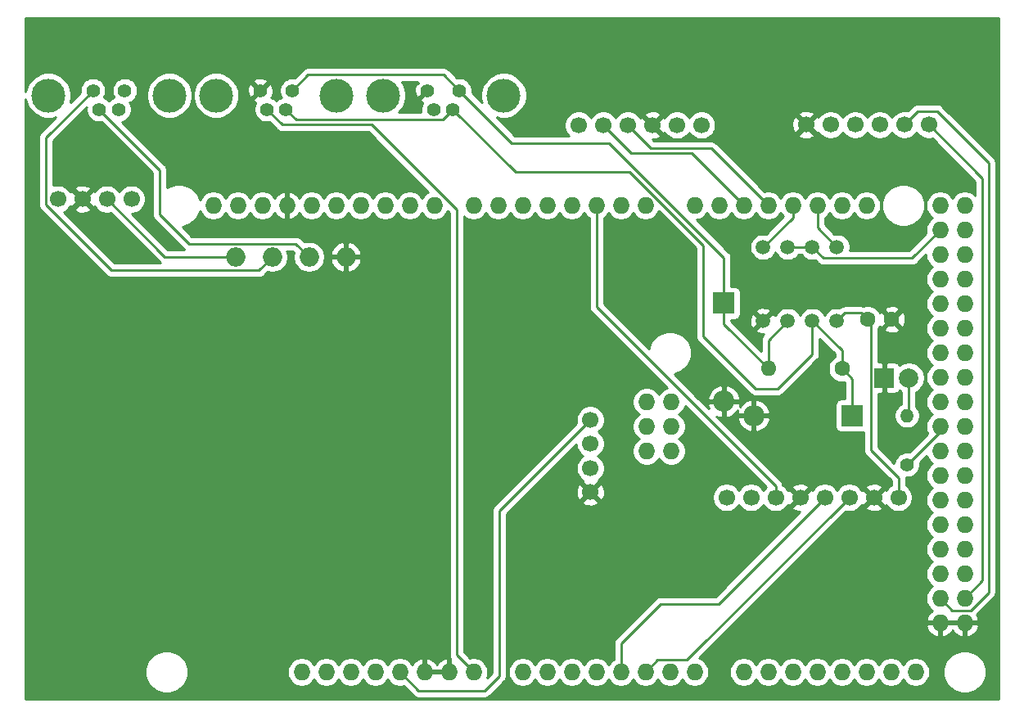
<source format=gtl>
%TF.GenerationSoftware,KiCad,Pcbnew,(5.1.8)-1*%
%TF.CreationDate,2021-01-24T12:13:59-05:00*%
%TF.ProjectId,Mega_Shield,4d656761-5f53-4686-9965-6c642e6b6963,rev?*%
%TF.SameCoordinates,Original*%
%TF.FileFunction,Copper,L1,Top*%
%TF.FilePolarity,Positive*%
%FSLAX46Y46*%
G04 Gerber Fmt 4.6, Leading zero omitted, Abs format (unit mm)*
G04 Created by KiCad (PCBNEW (5.1.8)-1) date 2021-01-24 12:13:59*
%MOMM*%
%LPD*%
G01*
G04 APERTURE LIST*
%TA.AperFunction,ComponentPad*%
%ADD10O,1.727200X1.727200*%
%TD*%
%TA.AperFunction,ComponentPad*%
%ADD11C,1.700000*%
%TD*%
%TA.AperFunction,ComponentPad*%
%ADD12C,1.600000*%
%TD*%
%TA.AperFunction,ComponentPad*%
%ADD13O,2.000000X2.000000*%
%TD*%
%TA.AperFunction,ComponentPad*%
%ADD14O,1.600000X1.600000*%
%TD*%
%TA.AperFunction,ComponentPad*%
%ADD15C,1.500000*%
%TD*%
%TA.AperFunction,ComponentPad*%
%ADD16O,2.200000X2.200000*%
%TD*%
%TA.AperFunction,ComponentPad*%
%ADD17R,2.200000X2.200000*%
%TD*%
%TA.AperFunction,ComponentPad*%
%ADD18C,2.000000*%
%TD*%
%TA.AperFunction,ComponentPad*%
%ADD19R,2.000000X2.000000*%
%TD*%
%TA.AperFunction,ComponentPad*%
%ADD20C,1.400000*%
%TD*%
%TA.AperFunction,ComponentPad*%
%ADD21O,1.400000X1.400000*%
%TD*%
%TA.AperFunction,WasherPad*%
%ADD22C,3.500000*%
%TD*%
%TA.AperFunction,Conductor*%
%ADD23C,0.254000*%
%TD*%
%TA.AperFunction,Conductor*%
%ADD24C,0.100000*%
%TD*%
G04 APERTURE END LIST*
D10*
%TO.P,XA1,MISO*%
%TO.N,Net-(XA1-PadMISO)*%
X145796000Y-58166000D03*
%TO.P,XA1,GND6*%
%TO.N,GND*%
X178689000Y-81026000D03*
%TO.P,XA1,GND5*%
X176149000Y-81026000D03*
%TO.P,XA1,D53*%
%TO.N,/D53*%
X178689000Y-78486000D03*
%TO.P,XA1,D52*%
%TO.N,/D52*%
X176149000Y-78486000D03*
%TO.P,XA1,D51*%
%TO.N,/D51*%
X178689000Y-75946000D03*
%TO.P,XA1,D50*%
%TO.N,/D50*%
X176149000Y-75946000D03*
%TO.P,XA1,D49*%
%TO.N,/D49*%
X178689000Y-73406000D03*
%TO.P,XA1,D48*%
%TO.N,/D48*%
X176149000Y-73406000D03*
%TO.P,XA1,D47*%
%TO.N,/D47*%
X178689000Y-70866000D03*
%TO.P,XA1,D46*%
%TO.N,/D46*%
X176149000Y-70866000D03*
%TO.P,XA1,D45*%
%TO.N,/D45*%
X178689000Y-68326000D03*
%TO.P,XA1,D44*%
%TO.N,/D44*%
X176149000Y-68326000D03*
%TO.P,XA1,D43*%
%TO.N,/D43*%
X178689000Y-65786000D03*
%TO.P,XA1,D42*%
%TO.N,/D42*%
X176149000Y-65786000D03*
%TO.P,XA1,D41*%
%TO.N,/D41*%
X178689000Y-63246000D03*
%TO.P,XA1,D40*%
%TO.N,/D40*%
X176149000Y-63246000D03*
%TO.P,XA1,D39*%
%TO.N,/D39*%
X178689000Y-60706000D03*
%TO.P,XA1,D38*%
%TO.N,/D38*%
X176149000Y-60706000D03*
%TO.P,XA1,D37*%
%TO.N,/D37*%
X178689000Y-58166000D03*
%TO.P,XA1,D36*%
%TO.N,/D36*%
X176149000Y-58166000D03*
%TO.P,XA1,D35*%
%TO.N,/D35*%
X178689000Y-55626000D03*
%TO.P,XA1,D34*%
%TO.N,/D34*%
X176149000Y-55626000D03*
%TO.P,XA1,D33*%
%TO.N,/D33*%
X178689000Y-53086000D03*
%TO.P,XA1,D32*%
%TO.N,/D32*%
X176149000Y-53086000D03*
%TO.P,XA1,D31*%
%TO.N,/D31*%
X178689000Y-50546000D03*
%TO.P,XA1,D30*%
%TO.N,/D30*%
X176149000Y-50546000D03*
%TO.P,XA1,D29*%
%TO.N,/D29*%
X178689000Y-48006000D03*
%TO.P,XA1,D28*%
%TO.N,/D28*%
X176149000Y-48006000D03*
%TO.P,XA1,D27*%
%TO.N,/D27*%
X178689000Y-45466000D03*
%TO.P,XA1,D26*%
%TO.N,/D26*%
X176149000Y-45466000D03*
%TO.P,XA1,D25*%
%TO.N,/D25*%
X178689000Y-42926000D03*
%TO.P,XA1,D24*%
%TO.N,/D24*%
X176149000Y-42926000D03*
%TO.P,XA1,D23*%
%TO.N,/D23*%
X178689000Y-40386000D03*
%TO.P,XA1,D22*%
%TO.N,/D22*%
X176149000Y-40386000D03*
%TO.P,XA1,5V4*%
%TO.N,VCC*%
X178689000Y-37846000D03*
%TO.P,XA1,5V3*%
X176149000Y-37846000D03*
%TO.P,XA1,A15*%
%TO.N,/A15*%
X173609000Y-86106000D03*
%TO.P,XA1,A14*%
%TO.N,/A14*%
X171069000Y-86106000D03*
%TO.P,XA1,A13*%
%TO.N,/A13*%
X168529000Y-86106000D03*
%TO.P,XA1,A12*%
%TO.N,/A12*%
X165989000Y-86106000D03*
%TO.P,XA1,A11*%
%TO.N,/A11*%
X163449000Y-86106000D03*
%TO.P,XA1,A10*%
%TO.N,/A10*%
X160909000Y-86106000D03*
%TO.P,XA1,A9*%
%TO.N,/A9*%
X158369000Y-86106000D03*
%TO.P,XA1,A8*%
%TO.N,/A8*%
X155829000Y-86106000D03*
%TO.P,XA1,A7*%
%TO.N,/A7*%
X150749000Y-86106000D03*
%TO.P,XA1,A6*%
%TO.N,/A6*%
X148209000Y-86106000D03*
%TO.P,XA1,A5*%
%TO.N,/A5*%
X145669000Y-86106000D03*
%TO.P,XA1,A4*%
%TO.N,/A4*%
X143129000Y-86106000D03*
%TO.P,XA1,A3*%
%TO.N,/A3*%
X140589000Y-86106000D03*
%TO.P,XA1,A2*%
%TO.N,/A2*%
X138049000Y-86106000D03*
%TO.P,XA1,A1*%
%TO.N,/A1*%
X135509000Y-86106000D03*
%TO.P,XA1,*%
%TO.N,*%
X110109000Y-86106000D03*
%TO.P,XA1,D11*%
%TO.N,/D11*%
X116205000Y-37846000D03*
%TO.P,XA1,D12*%
%TO.N,/D12*%
X113665000Y-37846000D03*
%TO.P,XA1,D13*%
%TO.N,/D13*%
X111125000Y-37846000D03*
%TO.P,XA1,AREF*%
%TO.N,/AREF*%
X106045000Y-37846000D03*
%TO.P,XA1,SDA*%
%TO.N,SDA*%
X103505000Y-37846000D03*
%TO.P,XA1,SCL*%
%TO.N,SCL*%
X100965000Y-37846000D03*
%TO.P,XA1,D10*%
%TO.N,/D10*%
X118745000Y-37846000D03*
%TO.P,XA1,D9*%
%TO.N,/D9*%
X121285000Y-37846000D03*
%TO.P,XA1,D8*%
%TO.N,/D8*%
X123825000Y-37846000D03*
%TO.P,XA1,GND1*%
%TO.N,GND*%
X108585000Y-37846000D03*
%TO.P,XA1,D7*%
%TO.N,/D7*%
X127889000Y-37846000D03*
%TO.P,XA1,D6*%
%TO.N,/D6*%
X130429000Y-37846000D03*
%TO.P,XA1,D5*%
%TO.N,/D5*%
X132969000Y-37846000D03*
%TO.P,XA1,D4*%
%TO.N,/D4*%
X135509000Y-37846000D03*
%TO.P,XA1,D3*%
%TO.N,/D3*%
X138049000Y-37846000D03*
%TO.P,XA1,D2*%
%TO.N,/D2*%
X140589000Y-37846000D03*
%TO.P,XA1,D1*%
%TO.N,/D1*%
X143129000Y-37846000D03*
%TO.P,XA1,D0*%
%TO.N,/D0*%
X145669000Y-37846000D03*
%TO.P,XA1,D14*%
%TO.N,/D14*%
X150749000Y-37846000D03*
%TO.P,XA1,D15*%
%TO.N,/D15*%
X153289000Y-37846000D03*
%TO.P,XA1,D16*%
%TO.N,/D16*%
X155829000Y-37846000D03*
%TO.P,XA1,D17*%
%TO.N,/D17*%
X158369000Y-37846000D03*
%TO.P,XA1,D18*%
%TO.N,/D18*%
X160909000Y-37846000D03*
%TO.P,XA1,D19*%
%TO.N,/D19*%
X163449000Y-37846000D03*
%TO.P,XA1,D20*%
%TO.N,/D20*%
X165989000Y-37846000D03*
%TO.P,XA1,D21*%
%TO.N,/D21*%
X168529000Y-37846000D03*
%TO.P,XA1,IORF*%
%TO.N,/IOREF*%
X112649000Y-86106000D03*
%TO.P,XA1,RST1*%
%TO.N,/RESET*%
X115189000Y-86106000D03*
%TO.P,XA1,3V3*%
%TO.N,VDD*%
X117729000Y-86106000D03*
%TO.P,XA1,5V1*%
%TO.N,VCC*%
X120269000Y-86106000D03*
%TO.P,XA1,GND2*%
%TO.N,GND*%
X122809000Y-86106000D03*
%TO.P,XA1,GND3*%
X125349000Y-86106000D03*
%TO.P,XA1,VIN*%
%TO.N,/VIN*%
X127889000Y-86106000D03*
%TO.P,XA1,A0*%
%TO.N,/A0*%
X132969000Y-86106000D03*
%TO.P,XA1,5V2*%
%TO.N,Net-(XA1-Pad5V2)*%
X148336000Y-58166000D03*
%TO.P,XA1,SCK*%
%TO.N,Net-(XA1-PadSCK)*%
X145796000Y-60706000D03*
%TO.P,XA1,MOSI*%
%TO.N,Net-(XA1-PadMOSI)*%
X148336000Y-60706000D03*
%TO.P,XA1,GND4*%
%TO.N,Net-(XA1-PadGND4)*%
X148336000Y-63246000D03*
%TO.P,XA1,RST2*%
%TO.N,Net-(XA1-PadRST2)*%
X145796000Y-63246000D03*
%TD*%
D11*
%TO.P,J9,6*%
%TO.N,GND*%
X162280600Y-29510900D03*
%TO.P,J9,5*%
%TO.N,VCC*%
X164820600Y-29510900D03*
%TO.P,J9,4*%
%TO.N,/D50*%
X167360600Y-29510900D03*
%TO.P,J9,3*%
%TO.N,/D51*%
X169900600Y-29510900D03*
%TO.P,J9,2*%
%TO.N,/D52*%
X172440600Y-29510900D03*
%TO.P,J9,1*%
%TO.N,/D53*%
X174980600Y-29510900D03*
%TD*%
D12*
%TO.P,C1,2*%
%TO.N,VCC*%
X168645200Y-49631600D03*
%TO.P,C1,1*%
%TO.N,GND*%
X171145200Y-49631600D03*
%TD*%
D13*
%TO.P,D3,4*%
%TO.N,GND*%
X114681000Y-43180000D03*
%TO.P,D3,3*%
%TO.N,Net-(D3-Pad3)*%
X110871000Y-43180000D03*
%TO.P,D3,2*%
%TO.N,Net-(D3-Pad2)*%
X107061000Y-43180000D03*
%TO.P,D3,1*%
%TO.N,Net-(D3-Pad1)*%
X103251000Y-43180000D03*
%TD*%
D11*
%TO.P,J7,8*%
%TO.N,VCC*%
X171831000Y-68057000D03*
%TO.P,J7,7*%
%TO.N,GND*%
X169291000Y-68057000D03*
%TO.P,J7,6*%
%TO.N,/A5*%
X166751000Y-68057000D03*
%TO.P,J7,5*%
%TO.N,/A4*%
X164211000Y-68057000D03*
%TO.P,J7,4*%
%TO.N,GND*%
X161671000Y-68057000D03*
%TO.P,J7,3*%
%TO.N,/D2*%
X159131000Y-68057000D03*
%TO.P,J7,2*%
%TO.N,Net-(J7-Pad2)*%
X156591000Y-68057000D03*
%TO.P,J7,1*%
%TO.N,Net-(J7-Pad1)*%
X154051000Y-68057000D03*
%TD*%
%TO.P,J8,4*%
%TO.N,GND*%
X139970800Y-67484000D03*
%TO.P,J8,3*%
%TO.N,/D14*%
X139970800Y-65024000D03*
%TO.P,J8,2*%
%TO.N,/D15*%
X139970800Y-62484000D03*
%TO.P,J8,1*%
%TO.N,VCC*%
X139970800Y-60024000D03*
%TD*%
D14*
%TO.P,R1,2*%
%TO.N,Net-(D2-Pad1)*%
X158369000Y-54737000D03*
D12*
%TO.P,R1,1*%
%TO.N,Net-(D1-Pad1)*%
X165989000Y-54737000D03*
%TD*%
D15*
%TO.P,U1,4*%
%TO.N,/D18*%
X157835600Y-42164000D03*
%TO.P,U1,5*%
%TO.N,GND*%
X157835600Y-49784000D03*
%TO.P,U1,3*%
%TO.N,/D22*%
X160375600Y-42164000D03*
%TO.P,U1,6*%
%TO.N,Net-(D2-Pad1)*%
X160375600Y-49784000D03*
%TO.P,U1,2*%
%TO.N,/D22*%
X162915600Y-42164000D03*
%TO.P,U1,7*%
%TO.N,Net-(D1-Pad1)*%
X162915600Y-49784000D03*
%TO.P,U1,1*%
%TO.N,/D19*%
X165455600Y-42164000D03*
%TO.P,U1,8*%
%TO.N,VCC*%
X165455600Y-49784000D03*
%TD*%
D11*
%TO.P,J6,6*%
%TO.N,Net-(J6-Pad6)*%
X151460200Y-29537900D03*
%TO.P,J6,5*%
%TO.N,VCC*%
X148920200Y-29537900D03*
%TO.P,J6,4*%
%TO.N,GND*%
X146380200Y-29537900D03*
%TO.P,J6,3*%
%TO.N,/D17*%
X143840200Y-29537900D03*
%TO.P,J6,2*%
%TO.N,/D16*%
X141300200Y-29537900D03*
%TO.P,J6,1*%
%TO.N,Net-(J6-Pad1)*%
X138760200Y-29537900D03*
%TD*%
D16*
%TO.P,D1,2*%
%TO.N,GND*%
X156870400Y-59588400D03*
D17*
%TO.P,D1,1*%
%TO.N,Net-(D1-Pad1)*%
X167030400Y-59588400D03*
%TD*%
D16*
%TO.P,D2,2*%
%TO.N,GND*%
X153771600Y-58115200D03*
D17*
%TO.P,D2,1*%
%TO.N,Net-(D2-Pad1)*%
X153771600Y-47955200D03*
%TD*%
D11*
%TO.P,J2,1*%
%TO.N,Net-(J2-Pad1)*%
X92506800Y-37187900D03*
%TO.P,J2,2*%
%TO.N,Net-(D3-Pad1)*%
X89966800Y-37187900D03*
%TO.P,J2,3*%
%TO.N,GND*%
X87426800Y-37187900D03*
%TO.P,J2,4*%
%TO.N,/VIN*%
X84886800Y-37187900D03*
%TD*%
D18*
%TO.P,D4,2*%
%TO.N,Net-(D4-Pad2)*%
X172923200Y-55676800D03*
D19*
%TO.P,D4,1*%
%TO.N,GND*%
X170383200Y-55676800D03*
%TD*%
D20*
%TO.P,R2,1*%
%TO.N,/D38*%
X172720000Y-64668400D03*
D21*
%TO.P,R2,2*%
%TO.N,Net-(D4-Pad2)*%
X172720000Y-59588400D03*
%TD*%
D20*
%TO.P,J1,4*%
%TO.N,Net-(D1-Pad1)*%
X125764800Y-27916800D03*
%TO.P,J1,2*%
%TO.N,/VIN*%
X123764800Y-27916800D03*
%TO.P,J1,1*%
%TO.N,GND*%
X123114800Y-25966800D03*
%TO.P,J1,3*%
%TO.N,Net-(D2-Pad1)*%
X126414800Y-25966800D03*
D22*
%TO.P,J1,*%
%TO.N,*%
X118514800Y-26466800D03*
X131014800Y-26466800D03*
%TD*%
D20*
%TO.P,J3,4*%
%TO.N,Net-(J3-Pad4)*%
X91170000Y-27916800D03*
%TO.P,J3,2*%
%TO.N,Net-(D3-Pad3)*%
X89170000Y-27916800D03*
%TO.P,J3,1*%
%TO.N,Net-(D3-Pad2)*%
X88520000Y-25966800D03*
%TO.P,J3,3*%
%TO.N,Net-(J3-Pad3)*%
X91820000Y-25966800D03*
D22*
%TO.P,J3,*%
%TO.N,*%
X83920000Y-26466800D03*
X96420000Y-26466800D03*
%TD*%
%TO.P,J4,*%
%TO.N,*%
X113742800Y-26466800D03*
X101242800Y-26466800D03*
D20*
%TO.P,J4,3*%
%TO.N,Net-(D2-Pad1)*%
X109142800Y-25966800D03*
%TO.P,J4,1*%
%TO.N,GND*%
X105842800Y-25966800D03*
%TO.P,J4,2*%
%TO.N,/VIN*%
X106492800Y-27916800D03*
%TO.P,J4,4*%
%TO.N,Net-(D1-Pad1)*%
X108492800Y-27916800D03*
%TD*%
D23*
%TO.N,VCC*%
X165455600Y-49784000D02*
X166255601Y-48983999D01*
X167997599Y-48983999D02*
X168645200Y-49631600D01*
X166255601Y-48983999D02*
X167997599Y-48983999D01*
X169002199Y-49988599D02*
X168645200Y-49631600D01*
X169002199Y-63185799D02*
X169002199Y-49988599D01*
X171831000Y-66014600D02*
X169002199Y-63185799D01*
X171831000Y-68057000D02*
X171831000Y-66014600D01*
X122199400Y-88036400D02*
X120269000Y-86106000D01*
X130556000Y-86512400D02*
X129032000Y-88036400D01*
X129032000Y-88036400D02*
X122199400Y-88036400D01*
X130556000Y-69438800D02*
X130556000Y-86512400D01*
X139970800Y-60024000D02*
X130556000Y-69438800D01*
%TO.N,Net-(D1-Pad1)*%
X124683799Y-28997801D02*
X125764800Y-27916800D01*
X109573801Y-28997801D02*
X124683799Y-28997801D01*
X108492800Y-27916800D02*
X109573801Y-28997801D01*
X167030400Y-55778400D02*
X165989000Y-54737000D01*
X167030400Y-59588400D02*
X167030400Y-55778400D01*
X165989000Y-52857400D02*
X162915600Y-49784000D01*
X165989000Y-54737000D02*
X165989000Y-52857400D01*
X144056610Y-34391600D02*
X132239600Y-34391600D01*
X151630199Y-41965189D02*
X144056610Y-34391600D01*
X157022800Y-56794400D02*
X151630199Y-51401799D01*
X159359600Y-56794400D02*
X157022800Y-56794400D01*
X132239600Y-34391600D02*
X125764800Y-27916800D01*
X162915600Y-53238400D02*
X159359600Y-56794400D01*
X151630199Y-51401799D02*
X151630199Y-41965189D01*
X162915600Y-49784000D02*
X162915600Y-53238400D01*
%TO.N,Net-(D2-Pad1)*%
X124783799Y-24335799D02*
X126414800Y-25966800D01*
X110773801Y-24335799D02*
X124783799Y-24335799D01*
X109142800Y-25966800D02*
X110773801Y-24335799D01*
X158369000Y-51790600D02*
X160375600Y-49784000D01*
X158369000Y-54737000D02*
X158369000Y-51790600D01*
X153771600Y-50139600D02*
X158369000Y-54737000D01*
X153771600Y-47955200D02*
X153771600Y-50139600D01*
X153771600Y-47955200D02*
X153771600Y-43230800D01*
X153771600Y-43230800D02*
X141935200Y-31394400D01*
X131842400Y-31394400D02*
X126414800Y-25966800D01*
X141935200Y-31394400D02*
X131842400Y-31394400D01*
%TO.N,/VIN*%
X108081811Y-29505811D02*
X106492800Y-27916800D01*
X117326821Y-29505811D02*
X108081811Y-29505811D01*
X126127367Y-38306357D02*
X117326821Y-29505811D01*
X126127367Y-84344367D02*
X126127367Y-38306357D01*
X127889000Y-86106000D02*
X126127367Y-84344367D01*
%TO.N,Net-(D3-Pad2)*%
X105679999Y-44561001D02*
X107061000Y-43180000D01*
X90438019Y-44561001D02*
X105679999Y-44561001D01*
X83655799Y-37778781D02*
X90438019Y-44561001D01*
X83655799Y-30831001D02*
X83655799Y-37778781D01*
X88520000Y-25966800D02*
X83655799Y-30831001D01*
%TO.N,/D17*%
X152476200Y-31953200D02*
X158369000Y-37846000D01*
X146255500Y-31953200D02*
X152476200Y-31953200D01*
X143840200Y-29537900D02*
X146255500Y-31953200D01*
%TO.N,/D16*%
X141300200Y-29537900D02*
X144223500Y-32461200D01*
X150444200Y-32461200D02*
X155829000Y-37846000D01*
X144223500Y-32461200D02*
X150444200Y-32461200D01*
%TO.N,/A5*%
X149946601Y-84861399D02*
X166751000Y-68057000D01*
X146913601Y-84861399D02*
X149946601Y-84861399D01*
X145669000Y-86106000D02*
X146913601Y-84861399D01*
%TO.N,/A4*%
X143129000Y-83174118D02*
X143129000Y-86106000D01*
X147258119Y-79044999D02*
X143129000Y-83174118D01*
X153223001Y-79044999D02*
X147258119Y-79044999D01*
X164211000Y-68057000D02*
X153223001Y-79044999D01*
%TO.N,/D2*%
X140589000Y-48312919D02*
X140589000Y-37846000D01*
X159131000Y-66854919D02*
X140589000Y-48312919D01*
X159131000Y-68057000D02*
X159131000Y-66854919D01*
%TO.N,/D53*%
X180543200Y-35073500D02*
X174980600Y-29510900D01*
X180543200Y-76631800D02*
X180543200Y-35073500D01*
X178689000Y-78486000D02*
X180543200Y-76631800D01*
%TO.N,/D52*%
X173859100Y-28092400D02*
X172440600Y-29510900D01*
X175818800Y-28092400D02*
X173859100Y-28092400D01*
X181152800Y-33426400D02*
X175818800Y-28092400D01*
X181152800Y-77864210D02*
X181152800Y-33426400D01*
X179286409Y-79730601D02*
X181152800Y-77864210D01*
X177393601Y-79730601D02*
X179286409Y-79730601D01*
X176149000Y-78486000D02*
X177393601Y-79730601D01*
%TO.N,/D19*%
X163449000Y-40157400D02*
X165455600Y-42164000D01*
X163449000Y-37846000D02*
X163449000Y-40157400D01*
%TO.N,/D18*%
X160909000Y-39090600D02*
X157835600Y-42164000D01*
X160909000Y-37846000D02*
X160909000Y-39090600D01*
%TO.N,/D22*%
X173239999Y-43295001D02*
X176149000Y-40386000D01*
X164046601Y-43295001D02*
X173239999Y-43295001D01*
X162915600Y-42164000D02*
X164046601Y-43295001D01*
X160375600Y-42164000D02*
X162915600Y-42164000D01*
%TO.N,/D38*%
X176149000Y-61239400D02*
X176149000Y-60706000D01*
X172720000Y-64668400D02*
X176149000Y-61239400D01*
%TO.N,Net-(D4-Pad2)*%
X172923200Y-59385200D02*
X172720000Y-59588400D01*
X172923200Y-55676800D02*
X172923200Y-59385200D01*
%TO.N,Net-(D3-Pad1)*%
X95958900Y-43180000D02*
X89966800Y-37187900D01*
X103251000Y-43180000D02*
X95958900Y-43180000D01*
%TO.N,Net-(D3-Pad3)*%
X109489999Y-41798999D02*
X110871000Y-43180000D01*
X95427999Y-38796881D02*
X98430117Y-41798999D01*
X95427999Y-34174799D02*
X95427999Y-38796881D01*
X98430117Y-41798999D02*
X109489999Y-41798999D01*
X89170000Y-27916800D02*
X95427999Y-34174799D01*
%TD*%
%TO.N,GND*%
X182220000Y-88875000D02*
X81559000Y-88875000D01*
X81559000Y-85885872D01*
X93904000Y-85885872D01*
X93904000Y-86326128D01*
X93989890Y-86757925D01*
X94158369Y-87164669D01*
X94402962Y-87530729D01*
X94714271Y-87842038D01*
X95080331Y-88086631D01*
X95487075Y-88255110D01*
X95918872Y-88341000D01*
X96359128Y-88341000D01*
X96790925Y-88255110D01*
X97197669Y-88086631D01*
X97563729Y-87842038D01*
X97875038Y-87530729D01*
X98119631Y-87164669D01*
X98288110Y-86757925D01*
X98374000Y-86326128D01*
X98374000Y-85885872D01*
X98288110Y-85454075D01*
X98119631Y-85047331D01*
X97875038Y-84681271D01*
X97563729Y-84369962D01*
X97197669Y-84125369D01*
X96790925Y-83956890D01*
X96359128Y-83871000D01*
X95918872Y-83871000D01*
X95487075Y-83956890D01*
X95080331Y-84125369D01*
X94714271Y-84369962D01*
X94402962Y-84681271D01*
X94158369Y-85047331D01*
X93989890Y-85454075D01*
X93904000Y-85885872D01*
X81559000Y-85885872D01*
X81559000Y-26822358D01*
X81626654Y-27162479D01*
X81806440Y-27596521D01*
X82067450Y-27987149D01*
X82399651Y-28319350D01*
X82790279Y-28580360D01*
X83224321Y-28760146D01*
X83685098Y-28851800D01*
X84154902Y-28851800D01*
X84615679Y-28760146D01*
X84672602Y-28736568D01*
X83143453Y-30265717D01*
X83114377Y-30289579D01*
X83058782Y-30357323D01*
X83019154Y-30405609D01*
X82991401Y-30457532D01*
X82948397Y-30537987D01*
X82904825Y-30681624D01*
X82904296Y-30686999D01*
X82890113Y-30831001D01*
X82893799Y-30868424D01*
X82893800Y-37741348D01*
X82890113Y-37778781D01*
X82904826Y-37928159D01*
X82948398Y-38071796D01*
X83019154Y-38204173D01*
X83041665Y-38231602D01*
X83114378Y-38320203D01*
X83143448Y-38344060D01*
X89872735Y-45073347D01*
X89896597Y-45102423D01*
X89970238Y-45162858D01*
X90012626Y-45197646D01*
X90083383Y-45235466D01*
X90145004Y-45268403D01*
X90288641Y-45311975D01*
X90400593Y-45323001D01*
X90400596Y-45323001D01*
X90438019Y-45326687D01*
X90475442Y-45323001D01*
X105642576Y-45323001D01*
X105679999Y-45326687D01*
X105717422Y-45323001D01*
X105717425Y-45323001D01*
X105829377Y-45311975D01*
X105973014Y-45268403D01*
X106105391Y-45197646D01*
X106221421Y-45102423D01*
X106245283Y-45073347D01*
X106571625Y-44747006D01*
X106584088Y-44752168D01*
X106899967Y-44815000D01*
X107222033Y-44815000D01*
X107537912Y-44752168D01*
X107835463Y-44628918D01*
X108103252Y-44449987D01*
X108330987Y-44222252D01*
X108509918Y-43954463D01*
X108633168Y-43656912D01*
X108696000Y-43341033D01*
X108696000Y-43018967D01*
X108633168Y-42703088D01*
X108574313Y-42560999D01*
X109174369Y-42560999D01*
X109303994Y-42690625D01*
X109298832Y-42703088D01*
X109236000Y-43018967D01*
X109236000Y-43341033D01*
X109298832Y-43656912D01*
X109422082Y-43954463D01*
X109601013Y-44222252D01*
X109828748Y-44449987D01*
X110096537Y-44628918D01*
X110394088Y-44752168D01*
X110709967Y-44815000D01*
X111032033Y-44815000D01*
X111347912Y-44752168D01*
X111645463Y-44628918D01*
X111913252Y-44449987D01*
X112140987Y-44222252D01*
X112319918Y-43954463D01*
X112443168Y-43656912D01*
X112462358Y-43560434D01*
X113090876Y-43560434D01*
X113147498Y-43747107D01*
X113287601Y-44035382D01*
X113481252Y-44290785D01*
X113721008Y-44503501D01*
X113997656Y-44665356D01*
X114300565Y-44770129D01*
X114554000Y-44651315D01*
X114554000Y-43307000D01*
X114808000Y-43307000D01*
X114808000Y-44651315D01*
X115061435Y-44770129D01*
X115364344Y-44665356D01*
X115640992Y-44503501D01*
X115880748Y-44290785D01*
X116074399Y-44035382D01*
X116214502Y-43747107D01*
X116271124Y-43560434D01*
X116151777Y-43307000D01*
X114808000Y-43307000D01*
X114554000Y-43307000D01*
X113210223Y-43307000D01*
X113090876Y-43560434D01*
X112462358Y-43560434D01*
X112506000Y-43341033D01*
X112506000Y-43018967D01*
X112462359Y-42799566D01*
X113090876Y-42799566D01*
X113210223Y-43053000D01*
X114554000Y-43053000D01*
X114554000Y-41708685D01*
X114808000Y-41708685D01*
X114808000Y-43053000D01*
X116151777Y-43053000D01*
X116271124Y-42799566D01*
X116214502Y-42612893D01*
X116074399Y-42324618D01*
X115880748Y-42069215D01*
X115640992Y-41856499D01*
X115364344Y-41694644D01*
X115061435Y-41589871D01*
X114808000Y-41708685D01*
X114554000Y-41708685D01*
X114300565Y-41589871D01*
X113997656Y-41694644D01*
X113721008Y-41856499D01*
X113481252Y-42069215D01*
X113287601Y-42324618D01*
X113147498Y-42612893D01*
X113090876Y-42799566D01*
X112462359Y-42799566D01*
X112443168Y-42703088D01*
X112319918Y-42405537D01*
X112140987Y-42137748D01*
X111913252Y-41910013D01*
X111645463Y-41731082D01*
X111347912Y-41607832D01*
X111032033Y-41545000D01*
X110709967Y-41545000D01*
X110394088Y-41607832D01*
X110381625Y-41612994D01*
X110055283Y-41286653D01*
X110031421Y-41257577D01*
X109915391Y-41162354D01*
X109783014Y-41091597D01*
X109639377Y-41048025D01*
X109527425Y-41036999D01*
X109527422Y-41036999D01*
X109489999Y-41033313D01*
X109452576Y-41036999D01*
X98745748Y-41036999D01*
X97763100Y-40054351D01*
X98060925Y-39995110D01*
X98467669Y-39826631D01*
X98833729Y-39582038D01*
X99145038Y-39270729D01*
X99389631Y-38904669D01*
X99558110Y-38497925D01*
X99575906Y-38408460D01*
X99636958Y-38555853D01*
X99800961Y-38801302D01*
X100009698Y-39010039D01*
X100255147Y-39174042D01*
X100527875Y-39287010D01*
X100817401Y-39344600D01*
X101112599Y-39344600D01*
X101402125Y-39287010D01*
X101674853Y-39174042D01*
X101920302Y-39010039D01*
X102129039Y-38801302D01*
X102235000Y-38642719D01*
X102340961Y-38801302D01*
X102549698Y-39010039D01*
X102795147Y-39174042D01*
X103067875Y-39287010D01*
X103357401Y-39344600D01*
X103652599Y-39344600D01*
X103942125Y-39287010D01*
X104214853Y-39174042D01*
X104460302Y-39010039D01*
X104669039Y-38801302D01*
X104775000Y-38642719D01*
X104880961Y-38801302D01*
X105089698Y-39010039D01*
X105335147Y-39174042D01*
X105607875Y-39287010D01*
X105897401Y-39344600D01*
X106192599Y-39344600D01*
X106482125Y-39287010D01*
X106754853Y-39174042D01*
X107000302Y-39010039D01*
X107209039Y-38801302D01*
X107316692Y-38640187D01*
X107478146Y-38856293D01*
X107696512Y-39052817D01*
X107949022Y-39202964D01*
X108225973Y-39300963D01*
X108458000Y-39180464D01*
X108458000Y-37973000D01*
X108438000Y-37973000D01*
X108438000Y-37719000D01*
X108458000Y-37719000D01*
X108458000Y-36511536D01*
X108225973Y-36391037D01*
X107949022Y-36489036D01*
X107696512Y-36639183D01*
X107478146Y-36835707D01*
X107316692Y-37051813D01*
X107209039Y-36890698D01*
X107000302Y-36681961D01*
X106754853Y-36517958D01*
X106482125Y-36404990D01*
X106192599Y-36347400D01*
X105897401Y-36347400D01*
X105607875Y-36404990D01*
X105335147Y-36517958D01*
X105089698Y-36681961D01*
X104880961Y-36890698D01*
X104775000Y-37049281D01*
X104669039Y-36890698D01*
X104460302Y-36681961D01*
X104214853Y-36517958D01*
X103942125Y-36404990D01*
X103652599Y-36347400D01*
X103357401Y-36347400D01*
X103067875Y-36404990D01*
X102795147Y-36517958D01*
X102549698Y-36681961D01*
X102340961Y-36890698D01*
X102235000Y-37049281D01*
X102129039Y-36890698D01*
X101920302Y-36681961D01*
X101674853Y-36517958D01*
X101402125Y-36404990D01*
X101112599Y-36347400D01*
X100817401Y-36347400D01*
X100527875Y-36404990D01*
X100255147Y-36517958D01*
X100009698Y-36681961D01*
X99800961Y-36890698D01*
X99636958Y-37136147D01*
X99575906Y-37283540D01*
X99558110Y-37194075D01*
X99389631Y-36787331D01*
X99145038Y-36421271D01*
X98833729Y-36109962D01*
X98467669Y-35865369D01*
X98060925Y-35696890D01*
X97629128Y-35611000D01*
X97188872Y-35611000D01*
X96757075Y-35696890D01*
X96350331Y-35865369D01*
X96189999Y-35972499D01*
X96189999Y-34212221D01*
X96193685Y-34174798D01*
X96189647Y-34133801D01*
X96178973Y-34025421D01*
X96135401Y-33881784D01*
X96064644Y-33749407D01*
X95969421Y-33633377D01*
X95940352Y-33609521D01*
X91535985Y-29205155D01*
X91559405Y-29200496D01*
X91802359Y-29099861D01*
X92021013Y-28953762D01*
X92206962Y-28767813D01*
X92353061Y-28549159D01*
X92453696Y-28306205D01*
X92505000Y-28048286D01*
X92505000Y-27785314D01*
X92453696Y-27527395D01*
X92353061Y-27284441D01*
X92304156Y-27211249D01*
X92452359Y-27149861D01*
X92671013Y-27003762D01*
X92856962Y-26817813D01*
X93003061Y-26599159D01*
X93103696Y-26356205D01*
X93128422Y-26231898D01*
X94035000Y-26231898D01*
X94035000Y-26701702D01*
X94126654Y-27162479D01*
X94306440Y-27596521D01*
X94567450Y-27987149D01*
X94899651Y-28319350D01*
X95290279Y-28580360D01*
X95724321Y-28760146D01*
X96185098Y-28851800D01*
X96654902Y-28851800D01*
X97115679Y-28760146D01*
X97549721Y-28580360D01*
X97940349Y-28319350D01*
X98272550Y-27987149D01*
X98533560Y-27596521D01*
X98713346Y-27162479D01*
X98805000Y-26701702D01*
X98805000Y-26231898D01*
X98857800Y-26231898D01*
X98857800Y-26701702D01*
X98949454Y-27162479D01*
X99129240Y-27596521D01*
X99390250Y-27987149D01*
X99722451Y-28319350D01*
X100113079Y-28580360D01*
X100547121Y-28760146D01*
X101007898Y-28851800D01*
X101477702Y-28851800D01*
X101938479Y-28760146D01*
X102372521Y-28580360D01*
X102763149Y-28319350D01*
X103095350Y-27987149D01*
X103356360Y-27596521D01*
X103536146Y-27162479D01*
X103590729Y-26888069D01*
X105101136Y-26888069D01*
X105160597Y-27121837D01*
X105357269Y-27213306D01*
X105309739Y-27284441D01*
X105209104Y-27527395D01*
X105157800Y-27785314D01*
X105157800Y-28048286D01*
X105209104Y-28306205D01*
X105309739Y-28549159D01*
X105455838Y-28767813D01*
X105641787Y-28953762D01*
X105860441Y-29099861D01*
X106103395Y-29200496D01*
X106361314Y-29251800D01*
X106624286Y-29251800D01*
X106729284Y-29230914D01*
X107516531Y-30018162D01*
X107540389Y-30047233D01*
X107569459Y-30071090D01*
X107656418Y-30142456D01*
X107727175Y-30180276D01*
X107788796Y-30213213D01*
X107932433Y-30256785D01*
X108044385Y-30267811D01*
X108044388Y-30267811D01*
X108081811Y-30271497D01*
X108119234Y-30267811D01*
X117011191Y-30267811D01*
X123218520Y-36475140D01*
X123115147Y-36517958D01*
X122869698Y-36681961D01*
X122660961Y-36890698D01*
X122555000Y-37049281D01*
X122449039Y-36890698D01*
X122240302Y-36681961D01*
X121994853Y-36517958D01*
X121722125Y-36404990D01*
X121432599Y-36347400D01*
X121137401Y-36347400D01*
X120847875Y-36404990D01*
X120575147Y-36517958D01*
X120329698Y-36681961D01*
X120120961Y-36890698D01*
X120015000Y-37049281D01*
X119909039Y-36890698D01*
X119700302Y-36681961D01*
X119454853Y-36517958D01*
X119182125Y-36404990D01*
X118892599Y-36347400D01*
X118597401Y-36347400D01*
X118307875Y-36404990D01*
X118035147Y-36517958D01*
X117789698Y-36681961D01*
X117580961Y-36890698D01*
X117475000Y-37049281D01*
X117369039Y-36890698D01*
X117160302Y-36681961D01*
X116914853Y-36517958D01*
X116642125Y-36404990D01*
X116352599Y-36347400D01*
X116057401Y-36347400D01*
X115767875Y-36404990D01*
X115495147Y-36517958D01*
X115249698Y-36681961D01*
X115040961Y-36890698D01*
X114935000Y-37049281D01*
X114829039Y-36890698D01*
X114620302Y-36681961D01*
X114374853Y-36517958D01*
X114102125Y-36404990D01*
X113812599Y-36347400D01*
X113517401Y-36347400D01*
X113227875Y-36404990D01*
X112955147Y-36517958D01*
X112709698Y-36681961D01*
X112500961Y-36890698D01*
X112395000Y-37049281D01*
X112289039Y-36890698D01*
X112080302Y-36681961D01*
X111834853Y-36517958D01*
X111562125Y-36404990D01*
X111272599Y-36347400D01*
X110977401Y-36347400D01*
X110687875Y-36404990D01*
X110415147Y-36517958D01*
X110169698Y-36681961D01*
X109960961Y-36890698D01*
X109853308Y-37051813D01*
X109691854Y-36835707D01*
X109473488Y-36639183D01*
X109220978Y-36489036D01*
X108944027Y-36391037D01*
X108712000Y-36511536D01*
X108712000Y-37719000D01*
X108732000Y-37719000D01*
X108732000Y-37973000D01*
X108712000Y-37973000D01*
X108712000Y-39180464D01*
X108944027Y-39300963D01*
X109220978Y-39202964D01*
X109473488Y-39052817D01*
X109691854Y-38856293D01*
X109853308Y-38640187D01*
X109960961Y-38801302D01*
X110169698Y-39010039D01*
X110415147Y-39174042D01*
X110687875Y-39287010D01*
X110977401Y-39344600D01*
X111272599Y-39344600D01*
X111562125Y-39287010D01*
X111834853Y-39174042D01*
X112080302Y-39010039D01*
X112289039Y-38801302D01*
X112395000Y-38642719D01*
X112500961Y-38801302D01*
X112709698Y-39010039D01*
X112955147Y-39174042D01*
X113227875Y-39287010D01*
X113517401Y-39344600D01*
X113812599Y-39344600D01*
X114102125Y-39287010D01*
X114374853Y-39174042D01*
X114620302Y-39010039D01*
X114829039Y-38801302D01*
X114935000Y-38642719D01*
X115040961Y-38801302D01*
X115249698Y-39010039D01*
X115495147Y-39174042D01*
X115767875Y-39287010D01*
X116057401Y-39344600D01*
X116352599Y-39344600D01*
X116642125Y-39287010D01*
X116914853Y-39174042D01*
X117160302Y-39010039D01*
X117369039Y-38801302D01*
X117475000Y-38642719D01*
X117580961Y-38801302D01*
X117789698Y-39010039D01*
X118035147Y-39174042D01*
X118307875Y-39287010D01*
X118597401Y-39344600D01*
X118892599Y-39344600D01*
X119182125Y-39287010D01*
X119454853Y-39174042D01*
X119700302Y-39010039D01*
X119909039Y-38801302D01*
X120015000Y-38642719D01*
X120120961Y-38801302D01*
X120329698Y-39010039D01*
X120575147Y-39174042D01*
X120847875Y-39287010D01*
X121137401Y-39344600D01*
X121432599Y-39344600D01*
X121722125Y-39287010D01*
X121994853Y-39174042D01*
X122240302Y-39010039D01*
X122449039Y-38801302D01*
X122555000Y-38642719D01*
X122660961Y-38801302D01*
X122869698Y-39010039D01*
X123115147Y-39174042D01*
X123387875Y-39287010D01*
X123677401Y-39344600D01*
X123972599Y-39344600D01*
X124262125Y-39287010D01*
X124534853Y-39174042D01*
X124780302Y-39010039D01*
X124989039Y-38801302D01*
X125153042Y-38555853D01*
X125195860Y-38452480D01*
X125365368Y-38621988D01*
X125365367Y-84306944D01*
X125361681Y-84344367D01*
X125365367Y-84381790D01*
X125365367Y-84381792D01*
X125376393Y-84493744D01*
X125419965Y-84637381D01*
X125443425Y-84681271D01*
X125488267Y-84765165D01*
X125476000Y-84771536D01*
X125476000Y-85979000D01*
X125496000Y-85979000D01*
X125496000Y-86233000D01*
X125476000Y-86233000D01*
X125476000Y-86253000D01*
X125222000Y-86253000D01*
X125222000Y-86233000D01*
X122936000Y-86233000D01*
X122936000Y-86253000D01*
X122682000Y-86253000D01*
X122682000Y-86233000D01*
X122662000Y-86233000D01*
X122662000Y-85979000D01*
X122682000Y-85979000D01*
X122682000Y-84771536D01*
X122936000Y-84771536D01*
X122936000Y-85979000D01*
X125222000Y-85979000D01*
X125222000Y-84771536D01*
X124989973Y-84651037D01*
X124713022Y-84749036D01*
X124460512Y-84899183D01*
X124242146Y-85095707D01*
X124079000Y-85314078D01*
X123915854Y-85095707D01*
X123697488Y-84899183D01*
X123444978Y-84749036D01*
X123168027Y-84651037D01*
X122936000Y-84771536D01*
X122682000Y-84771536D01*
X122449973Y-84651037D01*
X122173022Y-84749036D01*
X121920512Y-84899183D01*
X121702146Y-85095707D01*
X121540692Y-85311813D01*
X121433039Y-85150698D01*
X121224302Y-84941961D01*
X120978853Y-84777958D01*
X120706125Y-84664990D01*
X120416599Y-84607400D01*
X120121401Y-84607400D01*
X119831875Y-84664990D01*
X119559147Y-84777958D01*
X119313698Y-84941961D01*
X119104961Y-85150698D01*
X118999000Y-85309281D01*
X118893039Y-85150698D01*
X118684302Y-84941961D01*
X118438853Y-84777958D01*
X118166125Y-84664990D01*
X117876599Y-84607400D01*
X117581401Y-84607400D01*
X117291875Y-84664990D01*
X117019147Y-84777958D01*
X116773698Y-84941961D01*
X116564961Y-85150698D01*
X116459000Y-85309281D01*
X116353039Y-85150698D01*
X116144302Y-84941961D01*
X115898853Y-84777958D01*
X115626125Y-84664990D01*
X115336599Y-84607400D01*
X115041401Y-84607400D01*
X114751875Y-84664990D01*
X114479147Y-84777958D01*
X114233698Y-84941961D01*
X114024961Y-85150698D01*
X113919000Y-85309281D01*
X113813039Y-85150698D01*
X113604302Y-84941961D01*
X113358853Y-84777958D01*
X113086125Y-84664990D01*
X112796599Y-84607400D01*
X112501401Y-84607400D01*
X112211875Y-84664990D01*
X111939147Y-84777958D01*
X111693698Y-84941961D01*
X111484961Y-85150698D01*
X111379000Y-85309281D01*
X111273039Y-85150698D01*
X111064302Y-84941961D01*
X110818853Y-84777958D01*
X110546125Y-84664990D01*
X110256599Y-84607400D01*
X109961401Y-84607400D01*
X109671875Y-84664990D01*
X109399147Y-84777958D01*
X109153698Y-84941961D01*
X108944961Y-85150698D01*
X108780958Y-85396147D01*
X108667990Y-85668875D01*
X108610400Y-85958401D01*
X108610400Y-86253599D01*
X108667990Y-86543125D01*
X108780958Y-86815853D01*
X108944961Y-87061302D01*
X109153698Y-87270039D01*
X109399147Y-87434042D01*
X109671875Y-87547010D01*
X109961401Y-87604600D01*
X110256599Y-87604600D01*
X110546125Y-87547010D01*
X110818853Y-87434042D01*
X111064302Y-87270039D01*
X111273039Y-87061302D01*
X111379000Y-86902719D01*
X111484961Y-87061302D01*
X111693698Y-87270039D01*
X111939147Y-87434042D01*
X112211875Y-87547010D01*
X112501401Y-87604600D01*
X112796599Y-87604600D01*
X113086125Y-87547010D01*
X113358853Y-87434042D01*
X113604302Y-87270039D01*
X113813039Y-87061302D01*
X113919000Y-86902719D01*
X114024961Y-87061302D01*
X114233698Y-87270039D01*
X114479147Y-87434042D01*
X114751875Y-87547010D01*
X115041401Y-87604600D01*
X115336599Y-87604600D01*
X115626125Y-87547010D01*
X115898853Y-87434042D01*
X116144302Y-87270039D01*
X116353039Y-87061302D01*
X116459000Y-86902719D01*
X116564961Y-87061302D01*
X116773698Y-87270039D01*
X117019147Y-87434042D01*
X117291875Y-87547010D01*
X117581401Y-87604600D01*
X117876599Y-87604600D01*
X118166125Y-87547010D01*
X118438853Y-87434042D01*
X118684302Y-87270039D01*
X118893039Y-87061302D01*
X118999000Y-86902719D01*
X119104961Y-87061302D01*
X119313698Y-87270039D01*
X119559147Y-87434042D01*
X119831875Y-87547010D01*
X120121401Y-87604600D01*
X120416599Y-87604600D01*
X120644615Y-87559245D01*
X121634121Y-88548752D01*
X121657978Y-88577822D01*
X121687048Y-88601679D01*
X121774007Y-88673045D01*
X121844764Y-88710865D01*
X121906385Y-88743802D01*
X122050022Y-88787374D01*
X122161974Y-88798400D01*
X122161977Y-88798400D01*
X122199400Y-88802086D01*
X122236823Y-88798400D01*
X128994577Y-88798400D01*
X129032000Y-88802086D01*
X129069423Y-88798400D01*
X129069426Y-88798400D01*
X129181378Y-88787374D01*
X129325015Y-88743802D01*
X129457392Y-88673045D01*
X129573422Y-88577822D01*
X129597284Y-88548746D01*
X131068352Y-87077679D01*
X131097422Y-87053822D01*
X131192645Y-86937792D01*
X131263402Y-86805415D01*
X131306974Y-86661778D01*
X131318000Y-86549826D01*
X131318000Y-86549824D01*
X131321686Y-86512401D01*
X131318000Y-86474978D01*
X131318000Y-85958401D01*
X131470400Y-85958401D01*
X131470400Y-86253599D01*
X131527990Y-86543125D01*
X131640958Y-86815853D01*
X131804961Y-87061302D01*
X132013698Y-87270039D01*
X132259147Y-87434042D01*
X132531875Y-87547010D01*
X132821401Y-87604600D01*
X133116599Y-87604600D01*
X133406125Y-87547010D01*
X133678853Y-87434042D01*
X133924302Y-87270039D01*
X134133039Y-87061302D01*
X134239000Y-86902719D01*
X134344961Y-87061302D01*
X134553698Y-87270039D01*
X134799147Y-87434042D01*
X135071875Y-87547010D01*
X135361401Y-87604600D01*
X135656599Y-87604600D01*
X135946125Y-87547010D01*
X136218853Y-87434042D01*
X136464302Y-87270039D01*
X136673039Y-87061302D01*
X136779000Y-86902719D01*
X136884961Y-87061302D01*
X137093698Y-87270039D01*
X137339147Y-87434042D01*
X137611875Y-87547010D01*
X137901401Y-87604600D01*
X138196599Y-87604600D01*
X138486125Y-87547010D01*
X138758853Y-87434042D01*
X139004302Y-87270039D01*
X139213039Y-87061302D01*
X139319000Y-86902719D01*
X139424961Y-87061302D01*
X139633698Y-87270039D01*
X139879147Y-87434042D01*
X140151875Y-87547010D01*
X140441401Y-87604600D01*
X140736599Y-87604600D01*
X141026125Y-87547010D01*
X141298853Y-87434042D01*
X141544302Y-87270039D01*
X141753039Y-87061302D01*
X141859000Y-86902719D01*
X141964961Y-87061302D01*
X142173698Y-87270039D01*
X142419147Y-87434042D01*
X142691875Y-87547010D01*
X142981401Y-87604600D01*
X143276599Y-87604600D01*
X143566125Y-87547010D01*
X143838853Y-87434042D01*
X144084302Y-87270039D01*
X144293039Y-87061302D01*
X144399000Y-86902719D01*
X144504961Y-87061302D01*
X144713698Y-87270039D01*
X144959147Y-87434042D01*
X145231875Y-87547010D01*
X145521401Y-87604600D01*
X145816599Y-87604600D01*
X146106125Y-87547010D01*
X146378853Y-87434042D01*
X146624302Y-87270039D01*
X146833039Y-87061302D01*
X146939000Y-86902719D01*
X147044961Y-87061302D01*
X147253698Y-87270039D01*
X147499147Y-87434042D01*
X147771875Y-87547010D01*
X148061401Y-87604600D01*
X148356599Y-87604600D01*
X148646125Y-87547010D01*
X148918853Y-87434042D01*
X149164302Y-87270039D01*
X149373039Y-87061302D01*
X149479000Y-86902719D01*
X149584961Y-87061302D01*
X149793698Y-87270039D01*
X150039147Y-87434042D01*
X150311875Y-87547010D01*
X150601401Y-87604600D01*
X150896599Y-87604600D01*
X151186125Y-87547010D01*
X151458853Y-87434042D01*
X151704302Y-87270039D01*
X151913039Y-87061302D01*
X152077042Y-86815853D01*
X152190010Y-86543125D01*
X152247600Y-86253599D01*
X152247600Y-85958401D01*
X154330400Y-85958401D01*
X154330400Y-86253599D01*
X154387990Y-86543125D01*
X154500958Y-86815853D01*
X154664961Y-87061302D01*
X154873698Y-87270039D01*
X155119147Y-87434042D01*
X155391875Y-87547010D01*
X155681401Y-87604600D01*
X155976599Y-87604600D01*
X156266125Y-87547010D01*
X156538853Y-87434042D01*
X156784302Y-87270039D01*
X156993039Y-87061302D01*
X157099000Y-86902719D01*
X157204961Y-87061302D01*
X157413698Y-87270039D01*
X157659147Y-87434042D01*
X157931875Y-87547010D01*
X158221401Y-87604600D01*
X158516599Y-87604600D01*
X158806125Y-87547010D01*
X159078853Y-87434042D01*
X159324302Y-87270039D01*
X159533039Y-87061302D01*
X159639000Y-86902719D01*
X159744961Y-87061302D01*
X159953698Y-87270039D01*
X160199147Y-87434042D01*
X160471875Y-87547010D01*
X160761401Y-87604600D01*
X161056599Y-87604600D01*
X161346125Y-87547010D01*
X161618853Y-87434042D01*
X161864302Y-87270039D01*
X162073039Y-87061302D01*
X162179000Y-86902719D01*
X162284961Y-87061302D01*
X162493698Y-87270039D01*
X162739147Y-87434042D01*
X163011875Y-87547010D01*
X163301401Y-87604600D01*
X163596599Y-87604600D01*
X163886125Y-87547010D01*
X164158853Y-87434042D01*
X164404302Y-87270039D01*
X164613039Y-87061302D01*
X164719000Y-86902719D01*
X164824961Y-87061302D01*
X165033698Y-87270039D01*
X165279147Y-87434042D01*
X165551875Y-87547010D01*
X165841401Y-87604600D01*
X166136599Y-87604600D01*
X166426125Y-87547010D01*
X166698853Y-87434042D01*
X166944302Y-87270039D01*
X167153039Y-87061302D01*
X167259000Y-86902719D01*
X167364961Y-87061302D01*
X167573698Y-87270039D01*
X167819147Y-87434042D01*
X168091875Y-87547010D01*
X168381401Y-87604600D01*
X168676599Y-87604600D01*
X168966125Y-87547010D01*
X169238853Y-87434042D01*
X169484302Y-87270039D01*
X169693039Y-87061302D01*
X169799000Y-86902719D01*
X169904961Y-87061302D01*
X170113698Y-87270039D01*
X170359147Y-87434042D01*
X170631875Y-87547010D01*
X170921401Y-87604600D01*
X171216599Y-87604600D01*
X171506125Y-87547010D01*
X171778853Y-87434042D01*
X172024302Y-87270039D01*
X172233039Y-87061302D01*
X172339000Y-86902719D01*
X172444961Y-87061302D01*
X172653698Y-87270039D01*
X172899147Y-87434042D01*
X173171875Y-87547010D01*
X173461401Y-87604600D01*
X173756599Y-87604600D01*
X174046125Y-87547010D01*
X174318853Y-87434042D01*
X174564302Y-87270039D01*
X174773039Y-87061302D01*
X174937042Y-86815853D01*
X175050010Y-86543125D01*
X175107600Y-86253599D01*
X175107600Y-85958401D01*
X175093174Y-85885872D01*
X176454000Y-85885872D01*
X176454000Y-86326128D01*
X176539890Y-86757925D01*
X176708369Y-87164669D01*
X176952962Y-87530729D01*
X177264271Y-87842038D01*
X177630331Y-88086631D01*
X178037075Y-88255110D01*
X178468872Y-88341000D01*
X178909128Y-88341000D01*
X179340925Y-88255110D01*
X179747669Y-88086631D01*
X180113729Y-87842038D01*
X180425038Y-87530729D01*
X180669631Y-87164669D01*
X180838110Y-86757925D01*
X180924000Y-86326128D01*
X180924000Y-85885872D01*
X180838110Y-85454075D01*
X180669631Y-85047331D01*
X180425038Y-84681271D01*
X180113729Y-84369962D01*
X179747669Y-84125369D01*
X179340925Y-83956890D01*
X178909128Y-83871000D01*
X178468872Y-83871000D01*
X178037075Y-83956890D01*
X177630331Y-84125369D01*
X177264271Y-84369962D01*
X176952962Y-84681271D01*
X176708369Y-85047331D01*
X176539890Y-85454075D01*
X176454000Y-85885872D01*
X175093174Y-85885872D01*
X175050010Y-85668875D01*
X174937042Y-85396147D01*
X174773039Y-85150698D01*
X174564302Y-84941961D01*
X174318853Y-84777958D01*
X174046125Y-84664990D01*
X173756599Y-84607400D01*
X173461401Y-84607400D01*
X173171875Y-84664990D01*
X172899147Y-84777958D01*
X172653698Y-84941961D01*
X172444961Y-85150698D01*
X172339000Y-85309281D01*
X172233039Y-85150698D01*
X172024302Y-84941961D01*
X171778853Y-84777958D01*
X171506125Y-84664990D01*
X171216599Y-84607400D01*
X170921401Y-84607400D01*
X170631875Y-84664990D01*
X170359147Y-84777958D01*
X170113698Y-84941961D01*
X169904961Y-85150698D01*
X169799000Y-85309281D01*
X169693039Y-85150698D01*
X169484302Y-84941961D01*
X169238853Y-84777958D01*
X168966125Y-84664990D01*
X168676599Y-84607400D01*
X168381401Y-84607400D01*
X168091875Y-84664990D01*
X167819147Y-84777958D01*
X167573698Y-84941961D01*
X167364961Y-85150698D01*
X167259000Y-85309281D01*
X167153039Y-85150698D01*
X166944302Y-84941961D01*
X166698853Y-84777958D01*
X166426125Y-84664990D01*
X166136599Y-84607400D01*
X165841401Y-84607400D01*
X165551875Y-84664990D01*
X165279147Y-84777958D01*
X165033698Y-84941961D01*
X164824961Y-85150698D01*
X164719000Y-85309281D01*
X164613039Y-85150698D01*
X164404302Y-84941961D01*
X164158853Y-84777958D01*
X163886125Y-84664990D01*
X163596599Y-84607400D01*
X163301401Y-84607400D01*
X163011875Y-84664990D01*
X162739147Y-84777958D01*
X162493698Y-84941961D01*
X162284961Y-85150698D01*
X162179000Y-85309281D01*
X162073039Y-85150698D01*
X161864302Y-84941961D01*
X161618853Y-84777958D01*
X161346125Y-84664990D01*
X161056599Y-84607400D01*
X160761401Y-84607400D01*
X160471875Y-84664990D01*
X160199147Y-84777958D01*
X159953698Y-84941961D01*
X159744961Y-85150698D01*
X159639000Y-85309281D01*
X159533039Y-85150698D01*
X159324302Y-84941961D01*
X159078853Y-84777958D01*
X158806125Y-84664990D01*
X158516599Y-84607400D01*
X158221401Y-84607400D01*
X157931875Y-84664990D01*
X157659147Y-84777958D01*
X157413698Y-84941961D01*
X157204961Y-85150698D01*
X157099000Y-85309281D01*
X156993039Y-85150698D01*
X156784302Y-84941961D01*
X156538853Y-84777958D01*
X156266125Y-84664990D01*
X155976599Y-84607400D01*
X155681401Y-84607400D01*
X155391875Y-84664990D01*
X155119147Y-84777958D01*
X154873698Y-84941961D01*
X154664961Y-85150698D01*
X154500958Y-85396147D01*
X154387990Y-85668875D01*
X154330400Y-85958401D01*
X152247600Y-85958401D01*
X152190010Y-85668875D01*
X152077042Y-85396147D01*
X151913039Y-85150698D01*
X151704302Y-84941961D01*
X151458853Y-84777958D01*
X151210531Y-84675099D01*
X154500604Y-81385026D01*
X174694042Y-81385026D01*
X174739778Y-81535814D01*
X174866316Y-81800944D01*
X175042146Y-82036293D01*
X175260512Y-82232817D01*
X175513022Y-82382964D01*
X175789973Y-82480963D01*
X176022000Y-82360464D01*
X176022000Y-81153000D01*
X176276000Y-81153000D01*
X176276000Y-82360464D01*
X176508027Y-82480963D01*
X176784978Y-82382964D01*
X177037488Y-82232817D01*
X177255854Y-82036293D01*
X177419000Y-81817922D01*
X177582146Y-82036293D01*
X177800512Y-82232817D01*
X178053022Y-82382964D01*
X178329973Y-82480963D01*
X178562000Y-82360464D01*
X178562000Y-81153000D01*
X178816000Y-81153000D01*
X178816000Y-82360464D01*
X179048027Y-82480963D01*
X179324978Y-82382964D01*
X179577488Y-82232817D01*
X179795854Y-82036293D01*
X179971684Y-81800944D01*
X180098222Y-81535814D01*
X180143958Y-81385026D01*
X180022817Y-81153000D01*
X178816000Y-81153000D01*
X178562000Y-81153000D01*
X176276000Y-81153000D01*
X176022000Y-81153000D01*
X174815183Y-81153000D01*
X174694042Y-81385026D01*
X154500604Y-81385026D01*
X166386952Y-69498679D01*
X166604740Y-69542000D01*
X166897260Y-69542000D01*
X167184158Y-69484932D01*
X167454411Y-69372990D01*
X167697632Y-69210475D01*
X167822710Y-69085397D01*
X168442208Y-69085397D01*
X168519843Y-69334472D01*
X168783883Y-69460371D01*
X169067411Y-69532339D01*
X169359531Y-69547611D01*
X169649019Y-69505599D01*
X169924747Y-69407919D01*
X170062157Y-69334472D01*
X170139792Y-69085397D01*
X169291000Y-68236605D01*
X168442208Y-69085397D01*
X167822710Y-69085397D01*
X167904475Y-69003632D01*
X168020311Y-68830271D01*
X168262603Y-68905792D01*
X169111395Y-68057000D01*
X168262603Y-67208208D01*
X168020311Y-67283729D01*
X167904475Y-67110368D01*
X167822710Y-67028603D01*
X168442208Y-67028603D01*
X169291000Y-67877395D01*
X170139792Y-67028603D01*
X170062157Y-66779528D01*
X169798117Y-66653629D01*
X169514589Y-66581661D01*
X169222469Y-66566389D01*
X168932981Y-66608401D01*
X168657253Y-66706081D01*
X168519843Y-66779528D01*
X168442208Y-67028603D01*
X167822710Y-67028603D01*
X167697632Y-66903525D01*
X167454411Y-66741010D01*
X167184158Y-66629068D01*
X166897260Y-66572000D01*
X166604740Y-66572000D01*
X166317842Y-66629068D01*
X166047589Y-66741010D01*
X165804368Y-66903525D01*
X165597525Y-67110368D01*
X165481000Y-67284760D01*
X165364475Y-67110368D01*
X165157632Y-66903525D01*
X164914411Y-66741010D01*
X164644158Y-66629068D01*
X164357260Y-66572000D01*
X164064740Y-66572000D01*
X163777842Y-66629068D01*
X163507589Y-66741010D01*
X163264368Y-66903525D01*
X163057525Y-67110368D01*
X162941689Y-67283729D01*
X162699397Y-67208208D01*
X161850605Y-68057000D01*
X161864748Y-68071143D01*
X161685143Y-68250748D01*
X161671000Y-68236605D01*
X160822208Y-69085397D01*
X160899843Y-69334472D01*
X161163883Y-69460371D01*
X161447411Y-69532339D01*
X161647566Y-69542803D01*
X152907371Y-78282999D01*
X147295541Y-78282999D01*
X147258118Y-78279313D01*
X147220695Y-78282999D01*
X147220693Y-78282999D01*
X147108741Y-78294025D01*
X146965104Y-78337597D01*
X146832727Y-78408354D01*
X146716697Y-78503577D01*
X146692840Y-78532647D01*
X142616654Y-82608834D01*
X142587578Y-82632696D01*
X142531983Y-82700440D01*
X142492355Y-82748726D01*
X142485240Y-82762038D01*
X142421598Y-82881104D01*
X142378026Y-83024741D01*
X142367000Y-83136692D01*
X142363314Y-83174118D01*
X142367000Y-83211541D01*
X142367001Y-84812801D01*
X142173698Y-84941961D01*
X141964961Y-85150698D01*
X141859000Y-85309281D01*
X141753039Y-85150698D01*
X141544302Y-84941961D01*
X141298853Y-84777958D01*
X141026125Y-84664990D01*
X140736599Y-84607400D01*
X140441401Y-84607400D01*
X140151875Y-84664990D01*
X139879147Y-84777958D01*
X139633698Y-84941961D01*
X139424961Y-85150698D01*
X139319000Y-85309281D01*
X139213039Y-85150698D01*
X139004302Y-84941961D01*
X138758853Y-84777958D01*
X138486125Y-84664990D01*
X138196599Y-84607400D01*
X137901401Y-84607400D01*
X137611875Y-84664990D01*
X137339147Y-84777958D01*
X137093698Y-84941961D01*
X136884961Y-85150698D01*
X136779000Y-85309281D01*
X136673039Y-85150698D01*
X136464302Y-84941961D01*
X136218853Y-84777958D01*
X135946125Y-84664990D01*
X135656599Y-84607400D01*
X135361401Y-84607400D01*
X135071875Y-84664990D01*
X134799147Y-84777958D01*
X134553698Y-84941961D01*
X134344961Y-85150698D01*
X134239000Y-85309281D01*
X134133039Y-85150698D01*
X133924302Y-84941961D01*
X133678853Y-84777958D01*
X133406125Y-84664990D01*
X133116599Y-84607400D01*
X132821401Y-84607400D01*
X132531875Y-84664990D01*
X132259147Y-84777958D01*
X132013698Y-84941961D01*
X131804961Y-85150698D01*
X131640958Y-85396147D01*
X131527990Y-85668875D01*
X131470400Y-85958401D01*
X131318000Y-85958401D01*
X131318000Y-69754430D01*
X132560033Y-68512397D01*
X139122008Y-68512397D01*
X139199643Y-68761472D01*
X139463683Y-68887371D01*
X139747211Y-68959339D01*
X140039331Y-68974611D01*
X140328819Y-68932599D01*
X140604547Y-68834919D01*
X140741957Y-68761472D01*
X140819592Y-68512397D01*
X139970800Y-67663605D01*
X139122008Y-68512397D01*
X132560033Y-68512397D01*
X133519899Y-67552531D01*
X138480189Y-67552531D01*
X138522201Y-67842019D01*
X138619881Y-68117747D01*
X138693328Y-68255157D01*
X138942403Y-68332792D01*
X139791195Y-67484000D01*
X140150405Y-67484000D01*
X140999197Y-68332792D01*
X141248272Y-68255157D01*
X141374171Y-67991117D01*
X141446139Y-67707589D01*
X141461411Y-67415469D01*
X141419399Y-67125981D01*
X141321719Y-66850253D01*
X141248272Y-66712843D01*
X140999197Y-66635208D01*
X140150405Y-67484000D01*
X139791195Y-67484000D01*
X138942403Y-66635208D01*
X138693328Y-66712843D01*
X138567429Y-66976883D01*
X138495461Y-67260411D01*
X138480189Y-67552531D01*
X133519899Y-67552531D01*
X138485800Y-62586631D01*
X138485800Y-62630260D01*
X138542868Y-62917158D01*
X138654810Y-63187411D01*
X138817325Y-63430632D01*
X139024168Y-63637475D01*
X139198560Y-63754000D01*
X139024168Y-63870525D01*
X138817325Y-64077368D01*
X138654810Y-64320589D01*
X138542868Y-64590842D01*
X138485800Y-64877740D01*
X138485800Y-65170260D01*
X138542868Y-65457158D01*
X138654810Y-65727411D01*
X138817325Y-65970632D01*
X139024168Y-66177475D01*
X139176891Y-66279521D01*
X139122008Y-66455603D01*
X139970800Y-67304395D01*
X140819592Y-66455603D01*
X140764709Y-66279521D01*
X140917432Y-66177475D01*
X141124275Y-65970632D01*
X141286790Y-65727411D01*
X141398732Y-65457158D01*
X141455800Y-65170260D01*
X141455800Y-64877740D01*
X141398732Y-64590842D01*
X141286790Y-64320589D01*
X141124275Y-64077368D01*
X140917432Y-63870525D01*
X140743040Y-63754000D01*
X140917432Y-63637475D01*
X141124275Y-63430632D01*
X141286790Y-63187411D01*
X141398732Y-62917158D01*
X141455800Y-62630260D01*
X141455800Y-62337740D01*
X141398732Y-62050842D01*
X141286790Y-61780589D01*
X141124275Y-61537368D01*
X140917432Y-61330525D01*
X140802904Y-61254000D01*
X140917432Y-61177475D01*
X141124275Y-60970632D01*
X141286790Y-60727411D01*
X141398732Y-60457158D01*
X141455800Y-60170260D01*
X141455800Y-59877740D01*
X141398732Y-59590842D01*
X141286790Y-59320589D01*
X141124275Y-59077368D01*
X140917432Y-58870525D01*
X140674211Y-58708010D01*
X140403958Y-58596068D01*
X140117060Y-58539000D01*
X139824540Y-58539000D01*
X139537642Y-58596068D01*
X139267389Y-58708010D01*
X139024168Y-58870525D01*
X138817325Y-59077368D01*
X138654810Y-59320589D01*
X138542868Y-59590842D01*
X138485800Y-59877740D01*
X138485800Y-60170260D01*
X138529121Y-60388048D01*
X130043654Y-68873516D01*
X130014578Y-68897378D01*
X129963729Y-68959339D01*
X129919355Y-69013408D01*
X129907358Y-69035853D01*
X129848598Y-69145786D01*
X129805026Y-69289423D01*
X129796796Y-69372990D01*
X129790314Y-69438800D01*
X129794000Y-69476223D01*
X129794001Y-86196768D01*
X129246829Y-86743940D01*
X129330010Y-86543125D01*
X129387600Y-86253599D01*
X129387600Y-85958401D01*
X129330010Y-85668875D01*
X129217042Y-85396147D01*
X129053039Y-85150698D01*
X128844302Y-84941961D01*
X128598853Y-84777958D01*
X128326125Y-84664990D01*
X128036599Y-84607400D01*
X127741401Y-84607400D01*
X127513385Y-84652755D01*
X126889367Y-84028737D01*
X126889367Y-38965708D01*
X126933698Y-39010039D01*
X127179147Y-39174042D01*
X127451875Y-39287010D01*
X127741401Y-39344600D01*
X128036599Y-39344600D01*
X128326125Y-39287010D01*
X128598853Y-39174042D01*
X128844302Y-39010039D01*
X129053039Y-38801302D01*
X129159000Y-38642719D01*
X129264961Y-38801302D01*
X129473698Y-39010039D01*
X129719147Y-39174042D01*
X129991875Y-39287010D01*
X130281401Y-39344600D01*
X130576599Y-39344600D01*
X130866125Y-39287010D01*
X131138853Y-39174042D01*
X131384302Y-39010039D01*
X131593039Y-38801302D01*
X131699000Y-38642719D01*
X131804961Y-38801302D01*
X132013698Y-39010039D01*
X132259147Y-39174042D01*
X132531875Y-39287010D01*
X132821401Y-39344600D01*
X133116599Y-39344600D01*
X133406125Y-39287010D01*
X133678853Y-39174042D01*
X133924302Y-39010039D01*
X134133039Y-38801302D01*
X134239000Y-38642719D01*
X134344961Y-38801302D01*
X134553698Y-39010039D01*
X134799147Y-39174042D01*
X135071875Y-39287010D01*
X135361401Y-39344600D01*
X135656599Y-39344600D01*
X135946125Y-39287010D01*
X136218853Y-39174042D01*
X136464302Y-39010039D01*
X136673039Y-38801302D01*
X136779000Y-38642719D01*
X136884961Y-38801302D01*
X137093698Y-39010039D01*
X137339147Y-39174042D01*
X137611875Y-39287010D01*
X137901401Y-39344600D01*
X138196599Y-39344600D01*
X138486125Y-39287010D01*
X138758853Y-39174042D01*
X139004302Y-39010039D01*
X139213039Y-38801302D01*
X139319000Y-38642719D01*
X139424961Y-38801302D01*
X139633698Y-39010039D01*
X139827001Y-39139199D01*
X139827000Y-48275496D01*
X139823314Y-48312919D01*
X139827000Y-48350342D01*
X139827000Y-48350344D01*
X139838026Y-48462296D01*
X139881598Y-48605933D01*
X139881599Y-48605934D01*
X139952355Y-48738311D01*
X139991983Y-48786597D01*
X140047578Y-48854341D01*
X140076654Y-48878203D01*
X147919365Y-56720914D01*
X147898875Y-56724990D01*
X147626147Y-56837958D01*
X147380698Y-57001961D01*
X147171961Y-57210698D01*
X147066000Y-57369281D01*
X146960039Y-57210698D01*
X146751302Y-57001961D01*
X146505853Y-56837958D01*
X146233125Y-56724990D01*
X145943599Y-56667400D01*
X145648401Y-56667400D01*
X145358875Y-56724990D01*
X145086147Y-56837958D01*
X144840698Y-57001961D01*
X144631961Y-57210698D01*
X144467958Y-57456147D01*
X144354990Y-57728875D01*
X144297400Y-58018401D01*
X144297400Y-58313599D01*
X144354990Y-58603125D01*
X144467958Y-58875853D01*
X144631961Y-59121302D01*
X144840698Y-59330039D01*
X144999281Y-59436000D01*
X144840698Y-59541961D01*
X144631961Y-59750698D01*
X144467958Y-59996147D01*
X144354990Y-60268875D01*
X144297400Y-60558401D01*
X144297400Y-60853599D01*
X144354990Y-61143125D01*
X144467958Y-61415853D01*
X144631961Y-61661302D01*
X144840698Y-61870039D01*
X144999281Y-61976000D01*
X144840698Y-62081961D01*
X144631961Y-62290698D01*
X144467958Y-62536147D01*
X144354990Y-62808875D01*
X144297400Y-63098401D01*
X144297400Y-63393599D01*
X144354990Y-63683125D01*
X144467958Y-63955853D01*
X144631961Y-64201302D01*
X144840698Y-64410039D01*
X145086147Y-64574042D01*
X145358875Y-64687010D01*
X145648401Y-64744600D01*
X145943599Y-64744600D01*
X146233125Y-64687010D01*
X146505853Y-64574042D01*
X146751302Y-64410039D01*
X146960039Y-64201302D01*
X147066000Y-64042719D01*
X147171961Y-64201302D01*
X147380698Y-64410039D01*
X147626147Y-64574042D01*
X147898875Y-64687010D01*
X148188401Y-64744600D01*
X148483599Y-64744600D01*
X148773125Y-64687010D01*
X149045853Y-64574042D01*
X149291302Y-64410039D01*
X149500039Y-64201302D01*
X149664042Y-63955853D01*
X149777010Y-63683125D01*
X149834600Y-63393599D01*
X149834600Y-63098401D01*
X149777010Y-62808875D01*
X149664042Y-62536147D01*
X149500039Y-62290698D01*
X149291302Y-62081961D01*
X149132719Y-61976000D01*
X149291302Y-61870039D01*
X149500039Y-61661302D01*
X149664042Y-61415853D01*
X149777010Y-61143125D01*
X149834600Y-60853599D01*
X149834600Y-60558401D01*
X149777010Y-60268875D01*
X149664042Y-59996147D01*
X149500039Y-59750698D01*
X149291302Y-59541961D01*
X149132719Y-59436000D01*
X149291302Y-59330039D01*
X149500039Y-59121302D01*
X149664042Y-58875853D01*
X149777010Y-58603125D01*
X149781086Y-58582635D01*
X158143172Y-66944721D01*
X157977525Y-67110368D01*
X157861000Y-67284760D01*
X157744475Y-67110368D01*
X157537632Y-66903525D01*
X157294411Y-66741010D01*
X157024158Y-66629068D01*
X156737260Y-66572000D01*
X156444740Y-66572000D01*
X156157842Y-66629068D01*
X155887589Y-66741010D01*
X155644368Y-66903525D01*
X155437525Y-67110368D01*
X155321000Y-67284760D01*
X155204475Y-67110368D01*
X154997632Y-66903525D01*
X154754411Y-66741010D01*
X154484158Y-66629068D01*
X154197260Y-66572000D01*
X153904740Y-66572000D01*
X153617842Y-66629068D01*
X153347589Y-66741010D01*
X153104368Y-66903525D01*
X152897525Y-67110368D01*
X152735010Y-67353589D01*
X152623068Y-67623842D01*
X152566000Y-67910740D01*
X152566000Y-68203260D01*
X152623068Y-68490158D01*
X152735010Y-68760411D01*
X152897525Y-69003632D01*
X153104368Y-69210475D01*
X153347589Y-69372990D01*
X153617842Y-69484932D01*
X153904740Y-69542000D01*
X154197260Y-69542000D01*
X154484158Y-69484932D01*
X154754411Y-69372990D01*
X154997632Y-69210475D01*
X155204475Y-69003632D01*
X155321000Y-68829240D01*
X155437525Y-69003632D01*
X155644368Y-69210475D01*
X155887589Y-69372990D01*
X156157842Y-69484932D01*
X156444740Y-69542000D01*
X156737260Y-69542000D01*
X157024158Y-69484932D01*
X157294411Y-69372990D01*
X157537632Y-69210475D01*
X157744475Y-69003632D01*
X157861000Y-68829240D01*
X157977525Y-69003632D01*
X158184368Y-69210475D01*
X158427589Y-69372990D01*
X158697842Y-69484932D01*
X158984740Y-69542000D01*
X159277260Y-69542000D01*
X159564158Y-69484932D01*
X159834411Y-69372990D01*
X160077632Y-69210475D01*
X160284475Y-69003632D01*
X160400311Y-68830271D01*
X160642603Y-68905792D01*
X161491395Y-68057000D01*
X160642603Y-67208208D01*
X160400311Y-67283729D01*
X160284475Y-67110368D01*
X160202710Y-67028603D01*
X160822208Y-67028603D01*
X161671000Y-67877395D01*
X162519792Y-67028603D01*
X162442157Y-66779528D01*
X162178117Y-66653629D01*
X161894589Y-66581661D01*
X161602469Y-66566389D01*
X161312981Y-66608401D01*
X161037253Y-66706081D01*
X160899843Y-66779528D01*
X160822208Y-67028603D01*
X160202710Y-67028603D01*
X160077632Y-66903525D01*
X159889064Y-66777528D01*
X159881974Y-66705541D01*
X159838402Y-66561904D01*
X159773239Y-66439992D01*
X159767645Y-66429526D01*
X159696279Y-66342567D01*
X159672422Y-66313497D01*
X159643352Y-66289640D01*
X153338234Y-59984522D01*
X155181225Y-59984522D01*
X155245825Y-60197494D01*
X155395869Y-60502729D01*
X155602578Y-60772827D01*
X155858009Y-60997408D01*
X156152346Y-61167842D01*
X156474277Y-61277579D01*
X156743400Y-61160000D01*
X156743400Y-59715400D01*
X156997400Y-59715400D01*
X156997400Y-61160000D01*
X157266523Y-61277579D01*
X157588454Y-61167842D01*
X157882791Y-60997408D01*
X158138222Y-60772827D01*
X158344931Y-60502729D01*
X158494975Y-60197494D01*
X158559575Y-59984522D01*
X158441525Y-59715400D01*
X156997400Y-59715400D01*
X156743400Y-59715400D01*
X155299275Y-59715400D01*
X155181225Y-59984522D01*
X153338234Y-59984522D01*
X153026756Y-59673045D01*
X153162506Y-59739775D01*
X153375478Y-59804375D01*
X153644600Y-59686325D01*
X153644600Y-58242200D01*
X153898600Y-58242200D01*
X153898600Y-59686325D01*
X154167722Y-59804375D01*
X154380694Y-59739775D01*
X154685929Y-59589731D01*
X154956027Y-59383022D01*
X155180608Y-59127591D01*
X155223111Y-59054189D01*
X155181225Y-59192278D01*
X155299275Y-59461400D01*
X156743400Y-59461400D01*
X156743400Y-58016800D01*
X156997400Y-58016800D01*
X156997400Y-59461400D01*
X158441525Y-59461400D01*
X158559575Y-59192278D01*
X158494975Y-58979306D01*
X158344931Y-58674071D01*
X158138222Y-58403973D01*
X157882791Y-58179392D01*
X157588454Y-58008958D01*
X157266523Y-57899221D01*
X156997400Y-58016800D01*
X156743400Y-58016800D01*
X156474277Y-57899221D01*
X156152346Y-58008958D01*
X155858009Y-58179392D01*
X155602578Y-58403973D01*
X155412879Y-58651844D01*
X155460779Y-58511323D01*
X155343200Y-58242200D01*
X153898600Y-58242200D01*
X153644600Y-58242200D01*
X152200000Y-58242200D01*
X152082421Y-58511323D01*
X152192158Y-58833254D01*
X152199300Y-58845589D01*
X151072788Y-57719077D01*
X152082421Y-57719077D01*
X152200000Y-57988200D01*
X153644600Y-57988200D01*
X153644600Y-56544075D01*
X153898600Y-56544075D01*
X153898600Y-57988200D01*
X155343200Y-57988200D01*
X155460779Y-57719077D01*
X155351042Y-57397146D01*
X155180608Y-57102809D01*
X154956027Y-56847378D01*
X154685929Y-56640669D01*
X154380694Y-56490625D01*
X154167722Y-56426025D01*
X153898600Y-56544075D01*
X153644600Y-56544075D01*
X153375478Y-56426025D01*
X153162506Y-56490625D01*
X152857271Y-56640669D01*
X152587173Y-56847378D01*
X152362592Y-57102809D01*
X152192158Y-57397146D01*
X152082421Y-57719077D01*
X151072788Y-57719077D01*
X148633966Y-55280255D01*
X148860925Y-55235110D01*
X149267669Y-55066631D01*
X149633729Y-54822038D01*
X149945038Y-54510729D01*
X150189631Y-54144669D01*
X150358110Y-53737925D01*
X150444000Y-53306128D01*
X150444000Y-52865872D01*
X150358110Y-52434075D01*
X150189631Y-52027331D01*
X149945038Y-51661271D01*
X149633729Y-51349962D01*
X149267669Y-51105369D01*
X148860925Y-50936890D01*
X148429128Y-50851000D01*
X147988872Y-50851000D01*
X147557075Y-50936890D01*
X147150331Y-51105369D01*
X146784271Y-51349962D01*
X146472962Y-51661271D01*
X146228369Y-52027331D01*
X146059890Y-52434075D01*
X146014745Y-52661034D01*
X141351000Y-47997289D01*
X141351000Y-39139199D01*
X141544302Y-39010039D01*
X141753039Y-38801302D01*
X141859000Y-38642719D01*
X141964961Y-38801302D01*
X142173698Y-39010039D01*
X142419147Y-39174042D01*
X142691875Y-39287010D01*
X142981401Y-39344600D01*
X143276599Y-39344600D01*
X143566125Y-39287010D01*
X143838853Y-39174042D01*
X144084302Y-39010039D01*
X144293039Y-38801302D01*
X144399000Y-38642719D01*
X144504961Y-38801302D01*
X144713698Y-39010039D01*
X144959147Y-39174042D01*
X145231875Y-39287010D01*
X145521401Y-39344600D01*
X145816599Y-39344600D01*
X146106125Y-39287010D01*
X146378853Y-39174042D01*
X146624302Y-39010039D01*
X146833039Y-38801302D01*
X146997042Y-38555853D01*
X147039860Y-38452481D01*
X150868200Y-42280821D01*
X150868199Y-51364376D01*
X150864513Y-51401799D01*
X150868199Y-51439222D01*
X150868199Y-51439224D01*
X150879225Y-51551176D01*
X150922797Y-51694813D01*
X150953992Y-51753174D01*
X150993554Y-51827191D01*
X151032004Y-51874042D01*
X151088777Y-51943221D01*
X151117853Y-51967083D01*
X156457521Y-57306752D01*
X156481378Y-57335822D01*
X156597408Y-57431045D01*
X156729785Y-57501802D01*
X156873422Y-57545374D01*
X156985374Y-57556400D01*
X156985376Y-57556400D01*
X157022799Y-57560086D01*
X157060222Y-57556400D01*
X159322177Y-57556400D01*
X159359600Y-57560086D01*
X159397023Y-57556400D01*
X159397026Y-57556400D01*
X159508978Y-57545374D01*
X159652615Y-57501802D01*
X159784992Y-57431045D01*
X159901022Y-57335822D01*
X159924884Y-57306746D01*
X163427952Y-53803679D01*
X163457022Y-53779822D01*
X163552245Y-53663792D01*
X163623002Y-53531415D01*
X163666574Y-53387778D01*
X163677600Y-53275826D01*
X163677600Y-53275824D01*
X163681286Y-53238401D01*
X163677600Y-53200978D01*
X163677600Y-51623630D01*
X165227001Y-53173032D01*
X165227001Y-53520293D01*
X165074241Y-53622363D01*
X164874363Y-53822241D01*
X164717320Y-54057273D01*
X164609147Y-54318426D01*
X164554000Y-54595665D01*
X164554000Y-54878335D01*
X164609147Y-55155574D01*
X164717320Y-55416727D01*
X164874363Y-55651759D01*
X165074241Y-55851637D01*
X165309273Y-56008680D01*
X165570426Y-56116853D01*
X165847665Y-56172000D01*
X166130335Y-56172000D01*
X166268401Y-56144537D01*
X166268400Y-57850328D01*
X165930400Y-57850328D01*
X165805918Y-57862588D01*
X165686220Y-57898898D01*
X165575906Y-57957863D01*
X165479215Y-58037215D01*
X165399863Y-58133906D01*
X165340898Y-58244220D01*
X165304588Y-58363918D01*
X165292328Y-58488400D01*
X165292328Y-60688400D01*
X165304588Y-60812882D01*
X165340898Y-60932580D01*
X165399863Y-61042894D01*
X165479215Y-61139585D01*
X165575906Y-61218937D01*
X165686220Y-61277902D01*
X165805918Y-61314212D01*
X165930400Y-61326472D01*
X168130400Y-61326472D01*
X168240199Y-61315658D01*
X168240199Y-63148376D01*
X168236513Y-63185799D01*
X168240199Y-63223222D01*
X168240199Y-63223224D01*
X168251225Y-63335176D01*
X168294797Y-63478813D01*
X168326968Y-63539000D01*
X168365554Y-63611191D01*
X168387125Y-63637475D01*
X168460777Y-63727221D01*
X168489853Y-63751083D01*
X171069001Y-66330232D01*
X171069001Y-66780157D01*
X170884368Y-66903525D01*
X170677525Y-67110368D01*
X170561689Y-67283729D01*
X170319397Y-67208208D01*
X169470605Y-68057000D01*
X170319397Y-68905792D01*
X170561689Y-68830271D01*
X170677525Y-69003632D01*
X170884368Y-69210475D01*
X171127589Y-69372990D01*
X171397842Y-69484932D01*
X171684740Y-69542000D01*
X171977260Y-69542000D01*
X172264158Y-69484932D01*
X172534411Y-69372990D01*
X172777632Y-69210475D01*
X172984475Y-69003632D01*
X173146990Y-68760411D01*
X173258932Y-68490158D01*
X173316000Y-68203260D01*
X173316000Y-67910740D01*
X173258932Y-67623842D01*
X173146990Y-67353589D01*
X172984475Y-67110368D01*
X172777632Y-66903525D01*
X172593000Y-66780158D01*
X172593000Y-66052023D01*
X172596686Y-66014600D01*
X172595583Y-66003400D01*
X172851486Y-66003400D01*
X173109405Y-65952096D01*
X173352359Y-65851461D01*
X173571013Y-65705362D01*
X173756962Y-65519413D01*
X173903061Y-65300759D01*
X174003696Y-65057805D01*
X174055000Y-64799886D01*
X174055000Y-64536914D01*
X174034114Y-64431916D01*
X174729932Y-63736098D01*
X174820958Y-63955853D01*
X174984961Y-64201302D01*
X175193698Y-64410039D01*
X175352281Y-64516000D01*
X175193698Y-64621961D01*
X174984961Y-64830698D01*
X174820958Y-65076147D01*
X174707990Y-65348875D01*
X174650400Y-65638401D01*
X174650400Y-65933599D01*
X174707990Y-66223125D01*
X174820958Y-66495853D01*
X174984961Y-66741302D01*
X175193698Y-66950039D01*
X175352281Y-67056000D01*
X175193698Y-67161961D01*
X174984961Y-67370698D01*
X174820958Y-67616147D01*
X174707990Y-67888875D01*
X174650400Y-68178401D01*
X174650400Y-68473599D01*
X174707990Y-68763125D01*
X174820958Y-69035853D01*
X174984961Y-69281302D01*
X175193698Y-69490039D01*
X175352281Y-69596000D01*
X175193698Y-69701961D01*
X174984961Y-69910698D01*
X174820958Y-70156147D01*
X174707990Y-70428875D01*
X174650400Y-70718401D01*
X174650400Y-71013599D01*
X174707990Y-71303125D01*
X174820958Y-71575853D01*
X174984961Y-71821302D01*
X175193698Y-72030039D01*
X175352281Y-72136000D01*
X175193698Y-72241961D01*
X174984961Y-72450698D01*
X174820958Y-72696147D01*
X174707990Y-72968875D01*
X174650400Y-73258401D01*
X174650400Y-73553599D01*
X174707990Y-73843125D01*
X174820958Y-74115853D01*
X174984961Y-74361302D01*
X175193698Y-74570039D01*
X175352281Y-74676000D01*
X175193698Y-74781961D01*
X174984961Y-74990698D01*
X174820958Y-75236147D01*
X174707990Y-75508875D01*
X174650400Y-75798401D01*
X174650400Y-76093599D01*
X174707990Y-76383125D01*
X174820958Y-76655853D01*
X174984961Y-76901302D01*
X175193698Y-77110039D01*
X175352281Y-77216000D01*
X175193698Y-77321961D01*
X174984961Y-77530698D01*
X174820958Y-77776147D01*
X174707990Y-78048875D01*
X174650400Y-78338401D01*
X174650400Y-78633599D01*
X174707990Y-78923125D01*
X174820958Y-79195853D01*
X174984961Y-79441302D01*
X175193698Y-79650039D01*
X175359103Y-79760559D01*
X175260512Y-79819183D01*
X175042146Y-80015707D01*
X174866316Y-80251056D01*
X174739778Y-80516186D01*
X174694042Y-80666974D01*
X174815183Y-80899000D01*
X176022000Y-80899000D01*
X176022000Y-80879000D01*
X176276000Y-80879000D01*
X176276000Y-80899000D01*
X178562000Y-80899000D01*
X178562000Y-80879000D01*
X178816000Y-80879000D01*
X178816000Y-80899000D01*
X180022817Y-80899000D01*
X180143958Y-80666974D01*
X180098222Y-80516186D01*
X179971684Y-80251056D01*
X179916905Y-80177735D01*
X181665153Y-78429488D01*
X181694222Y-78405632D01*
X181789445Y-78289602D01*
X181860202Y-78157225D01*
X181903774Y-78013588D01*
X181914800Y-77901636D01*
X181914800Y-77901634D01*
X181918486Y-77864211D01*
X181914800Y-77826788D01*
X181914800Y-33463822D01*
X181918486Y-33426399D01*
X181914800Y-33388974D01*
X181903774Y-33277022D01*
X181860202Y-33133385D01*
X181789445Y-33001008D01*
X181694222Y-32884978D01*
X181665152Y-32861121D01*
X176384084Y-27580054D01*
X176360222Y-27550978D01*
X176244192Y-27455755D01*
X176111815Y-27384998D01*
X175968178Y-27341426D01*
X175856226Y-27330400D01*
X175856223Y-27330400D01*
X175818800Y-27326714D01*
X175781377Y-27330400D01*
X173896523Y-27330400D01*
X173859100Y-27326714D01*
X173821677Y-27330400D01*
X173821674Y-27330400D01*
X173709722Y-27341426D01*
X173566085Y-27384998D01*
X173504464Y-27417935D01*
X173433707Y-27455755D01*
X173351004Y-27523628D01*
X173317678Y-27550978D01*
X173293821Y-27580048D01*
X172804648Y-28069221D01*
X172586860Y-28025900D01*
X172294340Y-28025900D01*
X172007442Y-28082968D01*
X171737189Y-28194910D01*
X171493968Y-28357425D01*
X171287125Y-28564268D01*
X171170600Y-28738660D01*
X171054075Y-28564268D01*
X170847232Y-28357425D01*
X170604011Y-28194910D01*
X170333758Y-28082968D01*
X170046860Y-28025900D01*
X169754340Y-28025900D01*
X169467442Y-28082968D01*
X169197189Y-28194910D01*
X168953968Y-28357425D01*
X168747125Y-28564268D01*
X168630600Y-28738660D01*
X168514075Y-28564268D01*
X168307232Y-28357425D01*
X168064011Y-28194910D01*
X167793758Y-28082968D01*
X167506860Y-28025900D01*
X167214340Y-28025900D01*
X166927442Y-28082968D01*
X166657189Y-28194910D01*
X166413968Y-28357425D01*
X166207125Y-28564268D01*
X166090600Y-28738660D01*
X165974075Y-28564268D01*
X165767232Y-28357425D01*
X165524011Y-28194910D01*
X165253758Y-28082968D01*
X164966860Y-28025900D01*
X164674340Y-28025900D01*
X164387442Y-28082968D01*
X164117189Y-28194910D01*
X163873968Y-28357425D01*
X163667125Y-28564268D01*
X163551289Y-28737629D01*
X163308997Y-28662108D01*
X162460205Y-29510900D01*
X163308997Y-30359692D01*
X163551289Y-30284171D01*
X163667125Y-30457532D01*
X163873968Y-30664375D01*
X164117189Y-30826890D01*
X164387442Y-30938832D01*
X164674340Y-30995900D01*
X164966860Y-30995900D01*
X165253758Y-30938832D01*
X165524011Y-30826890D01*
X165767232Y-30664375D01*
X165974075Y-30457532D01*
X166090600Y-30283140D01*
X166207125Y-30457532D01*
X166413968Y-30664375D01*
X166657189Y-30826890D01*
X166927442Y-30938832D01*
X167214340Y-30995900D01*
X167506860Y-30995900D01*
X167793758Y-30938832D01*
X168064011Y-30826890D01*
X168307232Y-30664375D01*
X168514075Y-30457532D01*
X168630600Y-30283140D01*
X168747125Y-30457532D01*
X168953968Y-30664375D01*
X169197189Y-30826890D01*
X169467442Y-30938832D01*
X169754340Y-30995900D01*
X170046860Y-30995900D01*
X170333758Y-30938832D01*
X170604011Y-30826890D01*
X170847232Y-30664375D01*
X171054075Y-30457532D01*
X171170600Y-30283140D01*
X171287125Y-30457532D01*
X171493968Y-30664375D01*
X171737189Y-30826890D01*
X172007442Y-30938832D01*
X172294340Y-30995900D01*
X172586860Y-30995900D01*
X172873758Y-30938832D01*
X173144011Y-30826890D01*
X173387232Y-30664375D01*
X173594075Y-30457532D01*
X173710600Y-30283140D01*
X173827125Y-30457532D01*
X174033968Y-30664375D01*
X174277189Y-30826890D01*
X174547442Y-30938832D01*
X174834340Y-30995900D01*
X175126860Y-30995900D01*
X175344649Y-30952579D01*
X179781201Y-35389132D01*
X179781201Y-36818860D01*
X179644302Y-36681961D01*
X179398853Y-36517958D01*
X179126125Y-36404990D01*
X178836599Y-36347400D01*
X178541401Y-36347400D01*
X178251875Y-36404990D01*
X177979147Y-36517958D01*
X177733698Y-36681961D01*
X177524961Y-36890698D01*
X177419000Y-37049281D01*
X177313039Y-36890698D01*
X177104302Y-36681961D01*
X176858853Y-36517958D01*
X176586125Y-36404990D01*
X176296599Y-36347400D01*
X176001401Y-36347400D01*
X175711875Y-36404990D01*
X175439147Y-36517958D01*
X175193698Y-36681961D01*
X174984961Y-36890698D01*
X174820958Y-37136147D01*
X174707990Y-37408875D01*
X174650400Y-37698401D01*
X174650400Y-37993599D01*
X174707990Y-38283125D01*
X174820958Y-38555853D01*
X174984961Y-38801302D01*
X175193698Y-39010039D01*
X175352281Y-39116000D01*
X175193698Y-39221961D01*
X174984961Y-39430698D01*
X174820958Y-39676147D01*
X174707990Y-39948875D01*
X174650400Y-40238401D01*
X174650400Y-40533599D01*
X174695755Y-40761615D01*
X172924369Y-42533001D01*
X166794335Y-42533001D01*
X166840600Y-42300411D01*
X166840600Y-42027589D01*
X166787375Y-41760011D01*
X166682971Y-41507957D01*
X166531399Y-41281114D01*
X166338486Y-41088201D01*
X166111643Y-40936629D01*
X165859589Y-40832225D01*
X165592011Y-40779000D01*
X165319189Y-40779000D01*
X165176595Y-40807364D01*
X164211000Y-39841770D01*
X164211000Y-39139199D01*
X164404302Y-39010039D01*
X164613039Y-38801302D01*
X164719000Y-38642719D01*
X164824961Y-38801302D01*
X165033698Y-39010039D01*
X165279147Y-39174042D01*
X165551875Y-39287010D01*
X165841401Y-39344600D01*
X166136599Y-39344600D01*
X166426125Y-39287010D01*
X166698853Y-39174042D01*
X166944302Y-39010039D01*
X167153039Y-38801302D01*
X167259000Y-38642719D01*
X167364961Y-38801302D01*
X167573698Y-39010039D01*
X167819147Y-39174042D01*
X168091875Y-39287010D01*
X168381401Y-39344600D01*
X168676599Y-39344600D01*
X168966125Y-39287010D01*
X169238853Y-39174042D01*
X169484302Y-39010039D01*
X169693039Y-38801302D01*
X169857042Y-38555853D01*
X169970010Y-38283125D01*
X170027600Y-37993599D01*
X170027600Y-37698401D01*
X170013174Y-37625872D01*
X170104000Y-37625872D01*
X170104000Y-38066128D01*
X170189890Y-38497925D01*
X170358369Y-38904669D01*
X170602962Y-39270729D01*
X170914271Y-39582038D01*
X171280331Y-39826631D01*
X171687075Y-39995110D01*
X172118872Y-40081000D01*
X172559128Y-40081000D01*
X172990925Y-39995110D01*
X173397669Y-39826631D01*
X173763729Y-39582038D01*
X174075038Y-39270729D01*
X174319631Y-38904669D01*
X174488110Y-38497925D01*
X174574000Y-38066128D01*
X174574000Y-37625872D01*
X174488110Y-37194075D01*
X174319631Y-36787331D01*
X174075038Y-36421271D01*
X173763729Y-36109962D01*
X173397669Y-35865369D01*
X172990925Y-35696890D01*
X172559128Y-35611000D01*
X172118872Y-35611000D01*
X171687075Y-35696890D01*
X171280331Y-35865369D01*
X170914271Y-36109962D01*
X170602962Y-36421271D01*
X170358369Y-36787331D01*
X170189890Y-37194075D01*
X170104000Y-37625872D01*
X170013174Y-37625872D01*
X169970010Y-37408875D01*
X169857042Y-37136147D01*
X169693039Y-36890698D01*
X169484302Y-36681961D01*
X169238853Y-36517958D01*
X168966125Y-36404990D01*
X168676599Y-36347400D01*
X168381401Y-36347400D01*
X168091875Y-36404990D01*
X167819147Y-36517958D01*
X167573698Y-36681961D01*
X167364961Y-36890698D01*
X167259000Y-37049281D01*
X167153039Y-36890698D01*
X166944302Y-36681961D01*
X166698853Y-36517958D01*
X166426125Y-36404990D01*
X166136599Y-36347400D01*
X165841401Y-36347400D01*
X165551875Y-36404990D01*
X165279147Y-36517958D01*
X165033698Y-36681961D01*
X164824961Y-36890698D01*
X164719000Y-37049281D01*
X164613039Y-36890698D01*
X164404302Y-36681961D01*
X164158853Y-36517958D01*
X163886125Y-36404990D01*
X163596599Y-36347400D01*
X163301401Y-36347400D01*
X163011875Y-36404990D01*
X162739147Y-36517958D01*
X162493698Y-36681961D01*
X162284961Y-36890698D01*
X162179000Y-37049281D01*
X162073039Y-36890698D01*
X161864302Y-36681961D01*
X161618853Y-36517958D01*
X161346125Y-36404990D01*
X161056599Y-36347400D01*
X160761401Y-36347400D01*
X160471875Y-36404990D01*
X160199147Y-36517958D01*
X159953698Y-36681961D01*
X159744961Y-36890698D01*
X159639000Y-37049281D01*
X159533039Y-36890698D01*
X159324302Y-36681961D01*
X159078853Y-36517958D01*
X158806125Y-36404990D01*
X158516599Y-36347400D01*
X158221401Y-36347400D01*
X157993385Y-36392755D01*
X153041484Y-31440854D01*
X153017622Y-31411778D01*
X152901592Y-31316555D01*
X152769215Y-31245798D01*
X152625578Y-31202226D01*
X152513626Y-31191200D01*
X152513623Y-31191200D01*
X152476200Y-31187514D01*
X152438777Y-31191200D01*
X146571131Y-31191200D01*
X146406219Y-31026288D01*
X146448731Y-31028511D01*
X146738219Y-30986499D01*
X147013947Y-30888819D01*
X147151357Y-30815372D01*
X147228992Y-30566297D01*
X146380200Y-29717505D01*
X146366058Y-29731648D01*
X146186453Y-29552043D01*
X146200595Y-29537900D01*
X146559805Y-29537900D01*
X147408597Y-30386692D01*
X147650889Y-30311171D01*
X147766725Y-30484532D01*
X147973568Y-30691375D01*
X148216789Y-30853890D01*
X148487042Y-30965832D01*
X148773940Y-31022900D01*
X149066460Y-31022900D01*
X149353358Y-30965832D01*
X149623611Y-30853890D01*
X149866832Y-30691375D01*
X150073675Y-30484532D01*
X150190200Y-30310140D01*
X150306725Y-30484532D01*
X150513568Y-30691375D01*
X150756789Y-30853890D01*
X151027042Y-30965832D01*
X151313940Y-31022900D01*
X151606460Y-31022900D01*
X151893358Y-30965832D01*
X152163611Y-30853890D01*
X152406832Y-30691375D01*
X152558910Y-30539297D01*
X161431808Y-30539297D01*
X161509443Y-30788372D01*
X161773483Y-30914271D01*
X162057011Y-30986239D01*
X162349131Y-31001511D01*
X162638619Y-30959499D01*
X162914347Y-30861819D01*
X163051757Y-30788372D01*
X163129392Y-30539297D01*
X162280600Y-29690505D01*
X161431808Y-30539297D01*
X152558910Y-30539297D01*
X152613675Y-30484532D01*
X152776190Y-30241311D01*
X152888132Y-29971058D01*
X152945200Y-29684160D01*
X152945200Y-29579431D01*
X160789989Y-29579431D01*
X160832001Y-29868919D01*
X160929681Y-30144647D01*
X161003128Y-30282057D01*
X161252203Y-30359692D01*
X162100995Y-29510900D01*
X161252203Y-28662108D01*
X161003128Y-28739743D01*
X160877229Y-29003783D01*
X160805261Y-29287311D01*
X160789989Y-29579431D01*
X152945200Y-29579431D01*
X152945200Y-29391640D01*
X152888132Y-29104742D01*
X152776190Y-28834489D01*
X152613675Y-28591268D01*
X152504910Y-28482503D01*
X161431808Y-28482503D01*
X162280600Y-29331295D01*
X163129392Y-28482503D01*
X163051757Y-28233428D01*
X162787717Y-28107529D01*
X162504189Y-28035561D01*
X162212069Y-28020289D01*
X161922581Y-28062301D01*
X161646853Y-28159981D01*
X161509443Y-28233428D01*
X161431808Y-28482503D01*
X152504910Y-28482503D01*
X152406832Y-28384425D01*
X152163611Y-28221910D01*
X151893358Y-28109968D01*
X151606460Y-28052900D01*
X151313940Y-28052900D01*
X151027042Y-28109968D01*
X150756789Y-28221910D01*
X150513568Y-28384425D01*
X150306725Y-28591268D01*
X150190200Y-28765660D01*
X150073675Y-28591268D01*
X149866832Y-28384425D01*
X149623611Y-28221910D01*
X149353358Y-28109968D01*
X149066460Y-28052900D01*
X148773940Y-28052900D01*
X148487042Y-28109968D01*
X148216789Y-28221910D01*
X147973568Y-28384425D01*
X147766725Y-28591268D01*
X147650889Y-28764629D01*
X147408597Y-28689108D01*
X146559805Y-29537900D01*
X146200595Y-29537900D01*
X145351803Y-28689108D01*
X145109511Y-28764629D01*
X144993675Y-28591268D01*
X144911910Y-28509503D01*
X145531408Y-28509503D01*
X146380200Y-29358295D01*
X147228992Y-28509503D01*
X147151357Y-28260428D01*
X146887317Y-28134529D01*
X146603789Y-28062561D01*
X146311669Y-28047289D01*
X146022181Y-28089301D01*
X145746453Y-28186981D01*
X145609043Y-28260428D01*
X145531408Y-28509503D01*
X144911910Y-28509503D01*
X144786832Y-28384425D01*
X144543611Y-28221910D01*
X144273358Y-28109968D01*
X143986460Y-28052900D01*
X143693940Y-28052900D01*
X143407042Y-28109968D01*
X143136789Y-28221910D01*
X142893568Y-28384425D01*
X142686725Y-28591268D01*
X142570200Y-28765660D01*
X142453675Y-28591268D01*
X142246832Y-28384425D01*
X142003611Y-28221910D01*
X141733358Y-28109968D01*
X141446460Y-28052900D01*
X141153940Y-28052900D01*
X140867042Y-28109968D01*
X140596789Y-28221910D01*
X140353568Y-28384425D01*
X140146725Y-28591268D01*
X140030200Y-28765660D01*
X139913675Y-28591268D01*
X139706832Y-28384425D01*
X139463611Y-28221910D01*
X139193358Y-28109968D01*
X138906460Y-28052900D01*
X138613940Y-28052900D01*
X138327042Y-28109968D01*
X138056789Y-28221910D01*
X137813568Y-28384425D01*
X137606725Y-28591268D01*
X137444210Y-28834489D01*
X137332268Y-29104742D01*
X137275200Y-29391640D01*
X137275200Y-29684160D01*
X137332268Y-29971058D01*
X137444210Y-30241311D01*
X137606725Y-30484532D01*
X137754593Y-30632400D01*
X132158030Y-30632400D01*
X130262198Y-28736568D01*
X130319121Y-28760146D01*
X130779898Y-28851800D01*
X131249702Y-28851800D01*
X131710479Y-28760146D01*
X132144521Y-28580360D01*
X132535149Y-28319350D01*
X132867350Y-27987149D01*
X133128360Y-27596521D01*
X133308146Y-27162479D01*
X133399800Y-26701702D01*
X133399800Y-26231898D01*
X133308146Y-25771121D01*
X133128360Y-25337079D01*
X132867350Y-24946451D01*
X132535149Y-24614250D01*
X132144521Y-24353240D01*
X131710479Y-24173454D01*
X131249702Y-24081800D01*
X130779898Y-24081800D01*
X130319121Y-24173454D01*
X129885079Y-24353240D01*
X129494451Y-24614250D01*
X129162250Y-24946451D01*
X128901240Y-25337079D01*
X128721454Y-25771121D01*
X128629800Y-26231898D01*
X128629800Y-26701702D01*
X128721454Y-27162479D01*
X128745032Y-27219402D01*
X127728914Y-26203284D01*
X127749800Y-26098286D01*
X127749800Y-25835314D01*
X127698496Y-25577395D01*
X127597861Y-25334441D01*
X127451762Y-25115787D01*
X127265813Y-24929838D01*
X127047159Y-24783739D01*
X126804205Y-24683104D01*
X126546286Y-24631800D01*
X126283314Y-24631800D01*
X126178316Y-24652686D01*
X125349083Y-23823453D01*
X125325221Y-23794377D01*
X125209191Y-23699154D01*
X125076814Y-23628397D01*
X124933177Y-23584825D01*
X124821225Y-23573799D01*
X124821222Y-23573799D01*
X124783799Y-23570113D01*
X124746376Y-23573799D01*
X110811224Y-23573799D01*
X110773801Y-23570113D01*
X110736378Y-23573799D01*
X110736375Y-23573799D01*
X110624423Y-23584825D01*
X110480786Y-23628397D01*
X110419165Y-23661334D01*
X110348408Y-23699154D01*
X110265705Y-23767027D01*
X110232379Y-23794377D01*
X110208522Y-23823447D01*
X109379284Y-24652686D01*
X109274286Y-24631800D01*
X109011314Y-24631800D01*
X108753395Y-24683104D01*
X108510441Y-24783739D01*
X108291787Y-24929838D01*
X108105838Y-25115787D01*
X107959739Y-25334441D01*
X107859104Y-25577395D01*
X107807800Y-25835314D01*
X107807800Y-26098286D01*
X107859104Y-26356205D01*
X107959739Y-26599159D01*
X108008644Y-26672351D01*
X107860441Y-26733739D01*
X107641787Y-26879838D01*
X107492800Y-27028825D01*
X107343813Y-26879838D01*
X107125159Y-26733739D01*
X106949978Y-26661176D01*
X106997837Y-26649003D01*
X107108734Y-26410558D01*
X107170983Y-26155060D01*
X107182190Y-25892327D01*
X107141925Y-25632456D01*
X107051735Y-25385434D01*
X106997837Y-25284597D01*
X106764069Y-25225136D01*
X106022405Y-25966800D01*
X106036548Y-25980943D01*
X105856943Y-26160548D01*
X105842800Y-26146405D01*
X105101136Y-26888069D01*
X103590729Y-26888069D01*
X103627800Y-26701702D01*
X103627800Y-26231898D01*
X103589883Y-26041273D01*
X104503410Y-26041273D01*
X104543675Y-26301144D01*
X104633865Y-26548166D01*
X104687763Y-26649003D01*
X104921531Y-26708464D01*
X105663195Y-25966800D01*
X104921531Y-25225136D01*
X104687763Y-25284597D01*
X104576866Y-25523042D01*
X104514617Y-25778540D01*
X104503410Y-26041273D01*
X103589883Y-26041273D01*
X103536146Y-25771121D01*
X103356360Y-25337079D01*
X103161554Y-25045531D01*
X105101136Y-25045531D01*
X105842800Y-25787195D01*
X106584464Y-25045531D01*
X106525003Y-24811763D01*
X106286558Y-24700866D01*
X106031060Y-24638617D01*
X105768327Y-24627410D01*
X105508456Y-24667675D01*
X105261434Y-24757865D01*
X105160597Y-24811763D01*
X105101136Y-25045531D01*
X103161554Y-25045531D01*
X103095350Y-24946451D01*
X102763149Y-24614250D01*
X102372521Y-24353240D01*
X101938479Y-24173454D01*
X101477702Y-24081800D01*
X101007898Y-24081800D01*
X100547121Y-24173454D01*
X100113079Y-24353240D01*
X99722451Y-24614250D01*
X99390250Y-24946451D01*
X99129240Y-25337079D01*
X98949454Y-25771121D01*
X98857800Y-26231898D01*
X98805000Y-26231898D01*
X98713346Y-25771121D01*
X98533560Y-25337079D01*
X98272550Y-24946451D01*
X97940349Y-24614250D01*
X97549721Y-24353240D01*
X97115679Y-24173454D01*
X96654902Y-24081800D01*
X96185098Y-24081800D01*
X95724321Y-24173454D01*
X95290279Y-24353240D01*
X94899651Y-24614250D01*
X94567450Y-24946451D01*
X94306440Y-25337079D01*
X94126654Y-25771121D01*
X94035000Y-26231898D01*
X93128422Y-26231898D01*
X93155000Y-26098286D01*
X93155000Y-25835314D01*
X93103696Y-25577395D01*
X93003061Y-25334441D01*
X92856962Y-25115787D01*
X92671013Y-24929838D01*
X92452359Y-24783739D01*
X92209405Y-24683104D01*
X91951486Y-24631800D01*
X91688514Y-24631800D01*
X91430595Y-24683104D01*
X91187641Y-24783739D01*
X90968987Y-24929838D01*
X90783038Y-25115787D01*
X90636939Y-25334441D01*
X90536304Y-25577395D01*
X90485000Y-25835314D01*
X90485000Y-26098286D01*
X90536304Y-26356205D01*
X90636939Y-26599159D01*
X90685844Y-26672351D01*
X90537641Y-26733739D01*
X90318987Y-26879838D01*
X90170000Y-27028825D01*
X90021013Y-26879838D01*
X89802359Y-26733739D01*
X89654156Y-26672351D01*
X89703061Y-26599159D01*
X89803696Y-26356205D01*
X89855000Y-26098286D01*
X89855000Y-25835314D01*
X89803696Y-25577395D01*
X89703061Y-25334441D01*
X89556962Y-25115787D01*
X89371013Y-24929838D01*
X89152359Y-24783739D01*
X88909405Y-24683104D01*
X88651486Y-24631800D01*
X88388514Y-24631800D01*
X88130595Y-24683104D01*
X87887641Y-24783739D01*
X87668987Y-24929838D01*
X87483038Y-25115787D01*
X87336939Y-25334441D01*
X87236304Y-25577395D01*
X87185000Y-25835314D01*
X87185000Y-26098286D01*
X87205886Y-26203284D01*
X86189768Y-27219401D01*
X86213346Y-27162479D01*
X86305000Y-26701702D01*
X86305000Y-26231898D01*
X86213346Y-25771121D01*
X86033560Y-25337079D01*
X85772550Y-24946451D01*
X85440349Y-24614250D01*
X85049721Y-24353240D01*
X84615679Y-24173454D01*
X84154902Y-24081800D01*
X83685098Y-24081800D01*
X83224321Y-24173454D01*
X82790279Y-24353240D01*
X82399651Y-24614250D01*
X82067450Y-24946451D01*
X81806440Y-25337079D01*
X81626654Y-25771121D01*
X81559000Y-26111242D01*
X81559000Y-18440000D01*
X182220001Y-18440000D01*
X182220000Y-88875000D01*
%TA.AperFunction,Conductor*%
D24*
G36*
X182220000Y-88875000D02*
G01*
X81559000Y-88875000D01*
X81559000Y-85885872D01*
X93904000Y-85885872D01*
X93904000Y-86326128D01*
X93989890Y-86757925D01*
X94158369Y-87164669D01*
X94402962Y-87530729D01*
X94714271Y-87842038D01*
X95080331Y-88086631D01*
X95487075Y-88255110D01*
X95918872Y-88341000D01*
X96359128Y-88341000D01*
X96790925Y-88255110D01*
X97197669Y-88086631D01*
X97563729Y-87842038D01*
X97875038Y-87530729D01*
X98119631Y-87164669D01*
X98288110Y-86757925D01*
X98374000Y-86326128D01*
X98374000Y-85885872D01*
X98288110Y-85454075D01*
X98119631Y-85047331D01*
X97875038Y-84681271D01*
X97563729Y-84369962D01*
X97197669Y-84125369D01*
X96790925Y-83956890D01*
X96359128Y-83871000D01*
X95918872Y-83871000D01*
X95487075Y-83956890D01*
X95080331Y-84125369D01*
X94714271Y-84369962D01*
X94402962Y-84681271D01*
X94158369Y-85047331D01*
X93989890Y-85454075D01*
X93904000Y-85885872D01*
X81559000Y-85885872D01*
X81559000Y-26822358D01*
X81626654Y-27162479D01*
X81806440Y-27596521D01*
X82067450Y-27987149D01*
X82399651Y-28319350D01*
X82790279Y-28580360D01*
X83224321Y-28760146D01*
X83685098Y-28851800D01*
X84154902Y-28851800D01*
X84615679Y-28760146D01*
X84672602Y-28736568D01*
X83143453Y-30265717D01*
X83114377Y-30289579D01*
X83058782Y-30357323D01*
X83019154Y-30405609D01*
X82991401Y-30457532D01*
X82948397Y-30537987D01*
X82904825Y-30681624D01*
X82904296Y-30686999D01*
X82890113Y-30831001D01*
X82893799Y-30868424D01*
X82893800Y-37741348D01*
X82890113Y-37778781D01*
X82904826Y-37928159D01*
X82948398Y-38071796D01*
X83019154Y-38204173D01*
X83041665Y-38231602D01*
X83114378Y-38320203D01*
X83143448Y-38344060D01*
X89872735Y-45073347D01*
X89896597Y-45102423D01*
X89970238Y-45162858D01*
X90012626Y-45197646D01*
X90083383Y-45235466D01*
X90145004Y-45268403D01*
X90288641Y-45311975D01*
X90400593Y-45323001D01*
X90400596Y-45323001D01*
X90438019Y-45326687D01*
X90475442Y-45323001D01*
X105642576Y-45323001D01*
X105679999Y-45326687D01*
X105717422Y-45323001D01*
X105717425Y-45323001D01*
X105829377Y-45311975D01*
X105973014Y-45268403D01*
X106105391Y-45197646D01*
X106221421Y-45102423D01*
X106245283Y-45073347D01*
X106571625Y-44747006D01*
X106584088Y-44752168D01*
X106899967Y-44815000D01*
X107222033Y-44815000D01*
X107537912Y-44752168D01*
X107835463Y-44628918D01*
X108103252Y-44449987D01*
X108330987Y-44222252D01*
X108509918Y-43954463D01*
X108633168Y-43656912D01*
X108696000Y-43341033D01*
X108696000Y-43018967D01*
X108633168Y-42703088D01*
X108574313Y-42560999D01*
X109174369Y-42560999D01*
X109303994Y-42690625D01*
X109298832Y-42703088D01*
X109236000Y-43018967D01*
X109236000Y-43341033D01*
X109298832Y-43656912D01*
X109422082Y-43954463D01*
X109601013Y-44222252D01*
X109828748Y-44449987D01*
X110096537Y-44628918D01*
X110394088Y-44752168D01*
X110709967Y-44815000D01*
X111032033Y-44815000D01*
X111347912Y-44752168D01*
X111645463Y-44628918D01*
X111913252Y-44449987D01*
X112140987Y-44222252D01*
X112319918Y-43954463D01*
X112443168Y-43656912D01*
X112462358Y-43560434D01*
X113090876Y-43560434D01*
X113147498Y-43747107D01*
X113287601Y-44035382D01*
X113481252Y-44290785D01*
X113721008Y-44503501D01*
X113997656Y-44665356D01*
X114300565Y-44770129D01*
X114554000Y-44651315D01*
X114554000Y-43307000D01*
X114808000Y-43307000D01*
X114808000Y-44651315D01*
X115061435Y-44770129D01*
X115364344Y-44665356D01*
X115640992Y-44503501D01*
X115880748Y-44290785D01*
X116074399Y-44035382D01*
X116214502Y-43747107D01*
X116271124Y-43560434D01*
X116151777Y-43307000D01*
X114808000Y-43307000D01*
X114554000Y-43307000D01*
X113210223Y-43307000D01*
X113090876Y-43560434D01*
X112462358Y-43560434D01*
X112506000Y-43341033D01*
X112506000Y-43018967D01*
X112462359Y-42799566D01*
X113090876Y-42799566D01*
X113210223Y-43053000D01*
X114554000Y-43053000D01*
X114554000Y-41708685D01*
X114808000Y-41708685D01*
X114808000Y-43053000D01*
X116151777Y-43053000D01*
X116271124Y-42799566D01*
X116214502Y-42612893D01*
X116074399Y-42324618D01*
X115880748Y-42069215D01*
X115640992Y-41856499D01*
X115364344Y-41694644D01*
X115061435Y-41589871D01*
X114808000Y-41708685D01*
X114554000Y-41708685D01*
X114300565Y-41589871D01*
X113997656Y-41694644D01*
X113721008Y-41856499D01*
X113481252Y-42069215D01*
X113287601Y-42324618D01*
X113147498Y-42612893D01*
X113090876Y-42799566D01*
X112462359Y-42799566D01*
X112443168Y-42703088D01*
X112319918Y-42405537D01*
X112140987Y-42137748D01*
X111913252Y-41910013D01*
X111645463Y-41731082D01*
X111347912Y-41607832D01*
X111032033Y-41545000D01*
X110709967Y-41545000D01*
X110394088Y-41607832D01*
X110381625Y-41612994D01*
X110055283Y-41286653D01*
X110031421Y-41257577D01*
X109915391Y-41162354D01*
X109783014Y-41091597D01*
X109639377Y-41048025D01*
X109527425Y-41036999D01*
X109527422Y-41036999D01*
X109489999Y-41033313D01*
X109452576Y-41036999D01*
X98745748Y-41036999D01*
X97763100Y-40054351D01*
X98060925Y-39995110D01*
X98467669Y-39826631D01*
X98833729Y-39582038D01*
X99145038Y-39270729D01*
X99389631Y-38904669D01*
X99558110Y-38497925D01*
X99575906Y-38408460D01*
X99636958Y-38555853D01*
X99800961Y-38801302D01*
X100009698Y-39010039D01*
X100255147Y-39174042D01*
X100527875Y-39287010D01*
X100817401Y-39344600D01*
X101112599Y-39344600D01*
X101402125Y-39287010D01*
X101674853Y-39174042D01*
X101920302Y-39010039D01*
X102129039Y-38801302D01*
X102235000Y-38642719D01*
X102340961Y-38801302D01*
X102549698Y-39010039D01*
X102795147Y-39174042D01*
X103067875Y-39287010D01*
X103357401Y-39344600D01*
X103652599Y-39344600D01*
X103942125Y-39287010D01*
X104214853Y-39174042D01*
X104460302Y-39010039D01*
X104669039Y-38801302D01*
X104775000Y-38642719D01*
X104880961Y-38801302D01*
X105089698Y-39010039D01*
X105335147Y-39174042D01*
X105607875Y-39287010D01*
X105897401Y-39344600D01*
X106192599Y-39344600D01*
X106482125Y-39287010D01*
X106754853Y-39174042D01*
X107000302Y-39010039D01*
X107209039Y-38801302D01*
X107316692Y-38640187D01*
X107478146Y-38856293D01*
X107696512Y-39052817D01*
X107949022Y-39202964D01*
X108225973Y-39300963D01*
X108458000Y-39180464D01*
X108458000Y-37973000D01*
X108438000Y-37973000D01*
X108438000Y-37719000D01*
X108458000Y-37719000D01*
X108458000Y-36511536D01*
X108225973Y-36391037D01*
X107949022Y-36489036D01*
X107696512Y-36639183D01*
X107478146Y-36835707D01*
X107316692Y-37051813D01*
X107209039Y-36890698D01*
X107000302Y-36681961D01*
X106754853Y-36517958D01*
X106482125Y-36404990D01*
X106192599Y-36347400D01*
X105897401Y-36347400D01*
X105607875Y-36404990D01*
X105335147Y-36517958D01*
X105089698Y-36681961D01*
X104880961Y-36890698D01*
X104775000Y-37049281D01*
X104669039Y-36890698D01*
X104460302Y-36681961D01*
X104214853Y-36517958D01*
X103942125Y-36404990D01*
X103652599Y-36347400D01*
X103357401Y-36347400D01*
X103067875Y-36404990D01*
X102795147Y-36517958D01*
X102549698Y-36681961D01*
X102340961Y-36890698D01*
X102235000Y-37049281D01*
X102129039Y-36890698D01*
X101920302Y-36681961D01*
X101674853Y-36517958D01*
X101402125Y-36404990D01*
X101112599Y-36347400D01*
X100817401Y-36347400D01*
X100527875Y-36404990D01*
X100255147Y-36517958D01*
X100009698Y-36681961D01*
X99800961Y-36890698D01*
X99636958Y-37136147D01*
X99575906Y-37283540D01*
X99558110Y-37194075D01*
X99389631Y-36787331D01*
X99145038Y-36421271D01*
X98833729Y-36109962D01*
X98467669Y-35865369D01*
X98060925Y-35696890D01*
X97629128Y-35611000D01*
X97188872Y-35611000D01*
X96757075Y-35696890D01*
X96350331Y-35865369D01*
X96189999Y-35972499D01*
X96189999Y-34212221D01*
X96193685Y-34174798D01*
X96189647Y-34133801D01*
X96178973Y-34025421D01*
X96135401Y-33881784D01*
X96064644Y-33749407D01*
X95969421Y-33633377D01*
X95940352Y-33609521D01*
X91535985Y-29205155D01*
X91559405Y-29200496D01*
X91802359Y-29099861D01*
X92021013Y-28953762D01*
X92206962Y-28767813D01*
X92353061Y-28549159D01*
X92453696Y-28306205D01*
X92505000Y-28048286D01*
X92505000Y-27785314D01*
X92453696Y-27527395D01*
X92353061Y-27284441D01*
X92304156Y-27211249D01*
X92452359Y-27149861D01*
X92671013Y-27003762D01*
X92856962Y-26817813D01*
X93003061Y-26599159D01*
X93103696Y-26356205D01*
X93128422Y-26231898D01*
X94035000Y-26231898D01*
X94035000Y-26701702D01*
X94126654Y-27162479D01*
X94306440Y-27596521D01*
X94567450Y-27987149D01*
X94899651Y-28319350D01*
X95290279Y-28580360D01*
X95724321Y-28760146D01*
X96185098Y-28851800D01*
X96654902Y-28851800D01*
X97115679Y-28760146D01*
X97549721Y-28580360D01*
X97940349Y-28319350D01*
X98272550Y-27987149D01*
X98533560Y-27596521D01*
X98713346Y-27162479D01*
X98805000Y-26701702D01*
X98805000Y-26231898D01*
X98857800Y-26231898D01*
X98857800Y-26701702D01*
X98949454Y-27162479D01*
X99129240Y-27596521D01*
X99390250Y-27987149D01*
X99722451Y-28319350D01*
X100113079Y-28580360D01*
X100547121Y-28760146D01*
X101007898Y-28851800D01*
X101477702Y-28851800D01*
X101938479Y-28760146D01*
X102372521Y-28580360D01*
X102763149Y-28319350D01*
X103095350Y-27987149D01*
X103356360Y-27596521D01*
X103536146Y-27162479D01*
X103590729Y-26888069D01*
X105101136Y-26888069D01*
X105160597Y-27121837D01*
X105357269Y-27213306D01*
X105309739Y-27284441D01*
X105209104Y-27527395D01*
X105157800Y-27785314D01*
X105157800Y-28048286D01*
X105209104Y-28306205D01*
X105309739Y-28549159D01*
X105455838Y-28767813D01*
X105641787Y-28953762D01*
X105860441Y-29099861D01*
X106103395Y-29200496D01*
X106361314Y-29251800D01*
X106624286Y-29251800D01*
X106729284Y-29230914D01*
X107516531Y-30018162D01*
X107540389Y-30047233D01*
X107569459Y-30071090D01*
X107656418Y-30142456D01*
X107727175Y-30180276D01*
X107788796Y-30213213D01*
X107932433Y-30256785D01*
X108044385Y-30267811D01*
X108044388Y-30267811D01*
X108081811Y-30271497D01*
X108119234Y-30267811D01*
X117011191Y-30267811D01*
X123218520Y-36475140D01*
X123115147Y-36517958D01*
X122869698Y-36681961D01*
X122660961Y-36890698D01*
X122555000Y-37049281D01*
X122449039Y-36890698D01*
X122240302Y-36681961D01*
X121994853Y-36517958D01*
X121722125Y-36404990D01*
X121432599Y-36347400D01*
X121137401Y-36347400D01*
X120847875Y-36404990D01*
X120575147Y-36517958D01*
X120329698Y-36681961D01*
X120120961Y-36890698D01*
X120015000Y-37049281D01*
X119909039Y-36890698D01*
X119700302Y-36681961D01*
X119454853Y-36517958D01*
X119182125Y-36404990D01*
X118892599Y-36347400D01*
X118597401Y-36347400D01*
X118307875Y-36404990D01*
X118035147Y-36517958D01*
X117789698Y-36681961D01*
X117580961Y-36890698D01*
X117475000Y-37049281D01*
X117369039Y-36890698D01*
X117160302Y-36681961D01*
X116914853Y-36517958D01*
X116642125Y-36404990D01*
X116352599Y-36347400D01*
X116057401Y-36347400D01*
X115767875Y-36404990D01*
X115495147Y-36517958D01*
X115249698Y-36681961D01*
X115040961Y-36890698D01*
X114935000Y-37049281D01*
X114829039Y-36890698D01*
X114620302Y-36681961D01*
X114374853Y-36517958D01*
X114102125Y-36404990D01*
X113812599Y-36347400D01*
X113517401Y-36347400D01*
X113227875Y-36404990D01*
X112955147Y-36517958D01*
X112709698Y-36681961D01*
X112500961Y-36890698D01*
X112395000Y-37049281D01*
X112289039Y-36890698D01*
X112080302Y-36681961D01*
X111834853Y-36517958D01*
X111562125Y-36404990D01*
X111272599Y-36347400D01*
X110977401Y-36347400D01*
X110687875Y-36404990D01*
X110415147Y-36517958D01*
X110169698Y-36681961D01*
X109960961Y-36890698D01*
X109853308Y-37051813D01*
X109691854Y-36835707D01*
X109473488Y-36639183D01*
X109220978Y-36489036D01*
X108944027Y-36391037D01*
X108712000Y-36511536D01*
X108712000Y-37719000D01*
X108732000Y-37719000D01*
X108732000Y-37973000D01*
X108712000Y-37973000D01*
X108712000Y-39180464D01*
X108944027Y-39300963D01*
X109220978Y-39202964D01*
X109473488Y-39052817D01*
X109691854Y-38856293D01*
X109853308Y-38640187D01*
X109960961Y-38801302D01*
X110169698Y-39010039D01*
X110415147Y-39174042D01*
X110687875Y-39287010D01*
X110977401Y-39344600D01*
X111272599Y-39344600D01*
X111562125Y-39287010D01*
X111834853Y-39174042D01*
X112080302Y-39010039D01*
X112289039Y-38801302D01*
X112395000Y-38642719D01*
X112500961Y-38801302D01*
X112709698Y-39010039D01*
X112955147Y-39174042D01*
X113227875Y-39287010D01*
X113517401Y-39344600D01*
X113812599Y-39344600D01*
X114102125Y-39287010D01*
X114374853Y-39174042D01*
X114620302Y-39010039D01*
X114829039Y-38801302D01*
X114935000Y-38642719D01*
X115040961Y-38801302D01*
X115249698Y-39010039D01*
X115495147Y-39174042D01*
X115767875Y-39287010D01*
X116057401Y-39344600D01*
X116352599Y-39344600D01*
X116642125Y-39287010D01*
X116914853Y-39174042D01*
X117160302Y-39010039D01*
X117369039Y-38801302D01*
X117475000Y-38642719D01*
X117580961Y-38801302D01*
X117789698Y-39010039D01*
X118035147Y-39174042D01*
X118307875Y-39287010D01*
X118597401Y-39344600D01*
X118892599Y-39344600D01*
X119182125Y-39287010D01*
X119454853Y-39174042D01*
X119700302Y-39010039D01*
X119909039Y-38801302D01*
X120015000Y-38642719D01*
X120120961Y-38801302D01*
X120329698Y-39010039D01*
X120575147Y-39174042D01*
X120847875Y-39287010D01*
X121137401Y-39344600D01*
X121432599Y-39344600D01*
X121722125Y-39287010D01*
X121994853Y-39174042D01*
X122240302Y-39010039D01*
X122449039Y-38801302D01*
X122555000Y-38642719D01*
X122660961Y-38801302D01*
X122869698Y-39010039D01*
X123115147Y-39174042D01*
X123387875Y-39287010D01*
X123677401Y-39344600D01*
X123972599Y-39344600D01*
X124262125Y-39287010D01*
X124534853Y-39174042D01*
X124780302Y-39010039D01*
X124989039Y-38801302D01*
X125153042Y-38555853D01*
X125195860Y-38452480D01*
X125365368Y-38621988D01*
X125365367Y-84306944D01*
X125361681Y-84344367D01*
X125365367Y-84381790D01*
X125365367Y-84381792D01*
X125376393Y-84493744D01*
X125419965Y-84637381D01*
X125443425Y-84681271D01*
X125488267Y-84765165D01*
X125476000Y-84771536D01*
X125476000Y-85979000D01*
X125496000Y-85979000D01*
X125496000Y-86233000D01*
X125476000Y-86233000D01*
X125476000Y-86253000D01*
X125222000Y-86253000D01*
X125222000Y-86233000D01*
X122936000Y-86233000D01*
X122936000Y-86253000D01*
X122682000Y-86253000D01*
X122682000Y-86233000D01*
X122662000Y-86233000D01*
X122662000Y-85979000D01*
X122682000Y-85979000D01*
X122682000Y-84771536D01*
X122936000Y-84771536D01*
X122936000Y-85979000D01*
X125222000Y-85979000D01*
X125222000Y-84771536D01*
X124989973Y-84651037D01*
X124713022Y-84749036D01*
X124460512Y-84899183D01*
X124242146Y-85095707D01*
X124079000Y-85314078D01*
X123915854Y-85095707D01*
X123697488Y-84899183D01*
X123444978Y-84749036D01*
X123168027Y-84651037D01*
X122936000Y-84771536D01*
X122682000Y-84771536D01*
X122449973Y-84651037D01*
X122173022Y-84749036D01*
X121920512Y-84899183D01*
X121702146Y-85095707D01*
X121540692Y-85311813D01*
X121433039Y-85150698D01*
X121224302Y-84941961D01*
X120978853Y-84777958D01*
X120706125Y-84664990D01*
X120416599Y-84607400D01*
X120121401Y-84607400D01*
X119831875Y-84664990D01*
X119559147Y-84777958D01*
X119313698Y-84941961D01*
X119104961Y-85150698D01*
X118999000Y-85309281D01*
X118893039Y-85150698D01*
X118684302Y-84941961D01*
X118438853Y-84777958D01*
X118166125Y-84664990D01*
X117876599Y-84607400D01*
X117581401Y-84607400D01*
X117291875Y-84664990D01*
X117019147Y-84777958D01*
X116773698Y-84941961D01*
X116564961Y-85150698D01*
X116459000Y-85309281D01*
X116353039Y-85150698D01*
X116144302Y-84941961D01*
X115898853Y-84777958D01*
X115626125Y-84664990D01*
X115336599Y-84607400D01*
X115041401Y-84607400D01*
X114751875Y-84664990D01*
X114479147Y-84777958D01*
X114233698Y-84941961D01*
X114024961Y-85150698D01*
X113919000Y-85309281D01*
X113813039Y-85150698D01*
X113604302Y-84941961D01*
X113358853Y-84777958D01*
X113086125Y-84664990D01*
X112796599Y-84607400D01*
X112501401Y-84607400D01*
X112211875Y-84664990D01*
X111939147Y-84777958D01*
X111693698Y-84941961D01*
X111484961Y-85150698D01*
X111379000Y-85309281D01*
X111273039Y-85150698D01*
X111064302Y-84941961D01*
X110818853Y-84777958D01*
X110546125Y-84664990D01*
X110256599Y-84607400D01*
X109961401Y-84607400D01*
X109671875Y-84664990D01*
X109399147Y-84777958D01*
X109153698Y-84941961D01*
X108944961Y-85150698D01*
X108780958Y-85396147D01*
X108667990Y-85668875D01*
X108610400Y-85958401D01*
X108610400Y-86253599D01*
X108667990Y-86543125D01*
X108780958Y-86815853D01*
X108944961Y-87061302D01*
X109153698Y-87270039D01*
X109399147Y-87434042D01*
X109671875Y-87547010D01*
X109961401Y-87604600D01*
X110256599Y-87604600D01*
X110546125Y-87547010D01*
X110818853Y-87434042D01*
X111064302Y-87270039D01*
X111273039Y-87061302D01*
X111379000Y-86902719D01*
X111484961Y-87061302D01*
X111693698Y-87270039D01*
X111939147Y-87434042D01*
X112211875Y-87547010D01*
X112501401Y-87604600D01*
X112796599Y-87604600D01*
X113086125Y-87547010D01*
X113358853Y-87434042D01*
X113604302Y-87270039D01*
X113813039Y-87061302D01*
X113919000Y-86902719D01*
X114024961Y-87061302D01*
X114233698Y-87270039D01*
X114479147Y-87434042D01*
X114751875Y-87547010D01*
X115041401Y-87604600D01*
X115336599Y-87604600D01*
X115626125Y-87547010D01*
X115898853Y-87434042D01*
X116144302Y-87270039D01*
X116353039Y-87061302D01*
X116459000Y-86902719D01*
X116564961Y-87061302D01*
X116773698Y-87270039D01*
X117019147Y-87434042D01*
X117291875Y-87547010D01*
X117581401Y-87604600D01*
X117876599Y-87604600D01*
X118166125Y-87547010D01*
X118438853Y-87434042D01*
X118684302Y-87270039D01*
X118893039Y-87061302D01*
X118999000Y-86902719D01*
X119104961Y-87061302D01*
X119313698Y-87270039D01*
X119559147Y-87434042D01*
X119831875Y-87547010D01*
X120121401Y-87604600D01*
X120416599Y-87604600D01*
X120644615Y-87559245D01*
X121634121Y-88548752D01*
X121657978Y-88577822D01*
X121687048Y-88601679D01*
X121774007Y-88673045D01*
X121844764Y-88710865D01*
X121906385Y-88743802D01*
X122050022Y-88787374D01*
X122161974Y-88798400D01*
X122161977Y-88798400D01*
X122199400Y-88802086D01*
X122236823Y-88798400D01*
X128994577Y-88798400D01*
X129032000Y-88802086D01*
X129069423Y-88798400D01*
X129069426Y-88798400D01*
X129181378Y-88787374D01*
X129325015Y-88743802D01*
X129457392Y-88673045D01*
X129573422Y-88577822D01*
X129597284Y-88548746D01*
X131068352Y-87077679D01*
X131097422Y-87053822D01*
X131192645Y-86937792D01*
X131263402Y-86805415D01*
X131306974Y-86661778D01*
X131318000Y-86549826D01*
X131318000Y-86549824D01*
X131321686Y-86512401D01*
X131318000Y-86474978D01*
X131318000Y-85958401D01*
X131470400Y-85958401D01*
X131470400Y-86253599D01*
X131527990Y-86543125D01*
X131640958Y-86815853D01*
X131804961Y-87061302D01*
X132013698Y-87270039D01*
X132259147Y-87434042D01*
X132531875Y-87547010D01*
X132821401Y-87604600D01*
X133116599Y-87604600D01*
X133406125Y-87547010D01*
X133678853Y-87434042D01*
X133924302Y-87270039D01*
X134133039Y-87061302D01*
X134239000Y-86902719D01*
X134344961Y-87061302D01*
X134553698Y-87270039D01*
X134799147Y-87434042D01*
X135071875Y-87547010D01*
X135361401Y-87604600D01*
X135656599Y-87604600D01*
X135946125Y-87547010D01*
X136218853Y-87434042D01*
X136464302Y-87270039D01*
X136673039Y-87061302D01*
X136779000Y-86902719D01*
X136884961Y-87061302D01*
X137093698Y-87270039D01*
X137339147Y-87434042D01*
X137611875Y-87547010D01*
X137901401Y-87604600D01*
X138196599Y-87604600D01*
X138486125Y-87547010D01*
X138758853Y-87434042D01*
X139004302Y-87270039D01*
X139213039Y-87061302D01*
X139319000Y-86902719D01*
X139424961Y-87061302D01*
X139633698Y-87270039D01*
X139879147Y-87434042D01*
X140151875Y-87547010D01*
X140441401Y-87604600D01*
X140736599Y-87604600D01*
X141026125Y-87547010D01*
X141298853Y-87434042D01*
X141544302Y-87270039D01*
X141753039Y-87061302D01*
X141859000Y-86902719D01*
X141964961Y-87061302D01*
X142173698Y-87270039D01*
X142419147Y-87434042D01*
X142691875Y-87547010D01*
X142981401Y-87604600D01*
X143276599Y-87604600D01*
X143566125Y-87547010D01*
X143838853Y-87434042D01*
X144084302Y-87270039D01*
X144293039Y-87061302D01*
X144399000Y-86902719D01*
X144504961Y-87061302D01*
X144713698Y-87270039D01*
X144959147Y-87434042D01*
X145231875Y-87547010D01*
X145521401Y-87604600D01*
X145816599Y-87604600D01*
X146106125Y-87547010D01*
X146378853Y-87434042D01*
X146624302Y-87270039D01*
X146833039Y-87061302D01*
X146939000Y-86902719D01*
X147044961Y-87061302D01*
X147253698Y-87270039D01*
X147499147Y-87434042D01*
X147771875Y-87547010D01*
X148061401Y-87604600D01*
X148356599Y-87604600D01*
X148646125Y-87547010D01*
X148918853Y-87434042D01*
X149164302Y-87270039D01*
X149373039Y-87061302D01*
X149479000Y-86902719D01*
X149584961Y-87061302D01*
X149793698Y-87270039D01*
X150039147Y-87434042D01*
X150311875Y-87547010D01*
X150601401Y-87604600D01*
X150896599Y-87604600D01*
X151186125Y-87547010D01*
X151458853Y-87434042D01*
X151704302Y-87270039D01*
X151913039Y-87061302D01*
X152077042Y-86815853D01*
X152190010Y-86543125D01*
X152247600Y-86253599D01*
X152247600Y-85958401D01*
X154330400Y-85958401D01*
X154330400Y-86253599D01*
X154387990Y-86543125D01*
X154500958Y-86815853D01*
X154664961Y-87061302D01*
X154873698Y-87270039D01*
X155119147Y-87434042D01*
X155391875Y-87547010D01*
X155681401Y-87604600D01*
X155976599Y-87604600D01*
X156266125Y-87547010D01*
X156538853Y-87434042D01*
X156784302Y-87270039D01*
X156993039Y-87061302D01*
X157099000Y-86902719D01*
X157204961Y-87061302D01*
X157413698Y-87270039D01*
X157659147Y-87434042D01*
X157931875Y-87547010D01*
X158221401Y-87604600D01*
X158516599Y-87604600D01*
X158806125Y-87547010D01*
X159078853Y-87434042D01*
X159324302Y-87270039D01*
X159533039Y-87061302D01*
X159639000Y-86902719D01*
X159744961Y-87061302D01*
X159953698Y-87270039D01*
X160199147Y-87434042D01*
X160471875Y-87547010D01*
X160761401Y-87604600D01*
X161056599Y-87604600D01*
X161346125Y-87547010D01*
X161618853Y-87434042D01*
X161864302Y-87270039D01*
X162073039Y-87061302D01*
X162179000Y-86902719D01*
X162284961Y-87061302D01*
X162493698Y-87270039D01*
X162739147Y-87434042D01*
X163011875Y-87547010D01*
X163301401Y-87604600D01*
X163596599Y-87604600D01*
X163886125Y-87547010D01*
X164158853Y-87434042D01*
X164404302Y-87270039D01*
X164613039Y-87061302D01*
X164719000Y-86902719D01*
X164824961Y-87061302D01*
X165033698Y-87270039D01*
X165279147Y-87434042D01*
X165551875Y-87547010D01*
X165841401Y-87604600D01*
X166136599Y-87604600D01*
X166426125Y-87547010D01*
X166698853Y-87434042D01*
X166944302Y-87270039D01*
X167153039Y-87061302D01*
X167259000Y-86902719D01*
X167364961Y-87061302D01*
X167573698Y-87270039D01*
X167819147Y-87434042D01*
X168091875Y-87547010D01*
X168381401Y-87604600D01*
X168676599Y-87604600D01*
X168966125Y-87547010D01*
X169238853Y-87434042D01*
X169484302Y-87270039D01*
X169693039Y-87061302D01*
X169799000Y-86902719D01*
X169904961Y-87061302D01*
X170113698Y-87270039D01*
X170359147Y-87434042D01*
X170631875Y-87547010D01*
X170921401Y-87604600D01*
X171216599Y-87604600D01*
X171506125Y-87547010D01*
X171778853Y-87434042D01*
X172024302Y-87270039D01*
X172233039Y-87061302D01*
X172339000Y-86902719D01*
X172444961Y-87061302D01*
X172653698Y-87270039D01*
X172899147Y-87434042D01*
X173171875Y-87547010D01*
X173461401Y-87604600D01*
X173756599Y-87604600D01*
X174046125Y-87547010D01*
X174318853Y-87434042D01*
X174564302Y-87270039D01*
X174773039Y-87061302D01*
X174937042Y-86815853D01*
X175050010Y-86543125D01*
X175107600Y-86253599D01*
X175107600Y-85958401D01*
X175093174Y-85885872D01*
X176454000Y-85885872D01*
X176454000Y-86326128D01*
X176539890Y-86757925D01*
X176708369Y-87164669D01*
X176952962Y-87530729D01*
X177264271Y-87842038D01*
X177630331Y-88086631D01*
X178037075Y-88255110D01*
X178468872Y-88341000D01*
X178909128Y-88341000D01*
X179340925Y-88255110D01*
X179747669Y-88086631D01*
X180113729Y-87842038D01*
X180425038Y-87530729D01*
X180669631Y-87164669D01*
X180838110Y-86757925D01*
X180924000Y-86326128D01*
X180924000Y-85885872D01*
X180838110Y-85454075D01*
X180669631Y-85047331D01*
X180425038Y-84681271D01*
X180113729Y-84369962D01*
X179747669Y-84125369D01*
X179340925Y-83956890D01*
X178909128Y-83871000D01*
X178468872Y-83871000D01*
X178037075Y-83956890D01*
X177630331Y-84125369D01*
X177264271Y-84369962D01*
X176952962Y-84681271D01*
X176708369Y-85047331D01*
X176539890Y-85454075D01*
X176454000Y-85885872D01*
X175093174Y-85885872D01*
X175050010Y-85668875D01*
X174937042Y-85396147D01*
X174773039Y-85150698D01*
X174564302Y-84941961D01*
X174318853Y-84777958D01*
X174046125Y-84664990D01*
X173756599Y-84607400D01*
X173461401Y-84607400D01*
X173171875Y-84664990D01*
X172899147Y-84777958D01*
X172653698Y-84941961D01*
X172444961Y-85150698D01*
X172339000Y-85309281D01*
X172233039Y-85150698D01*
X172024302Y-84941961D01*
X171778853Y-84777958D01*
X171506125Y-84664990D01*
X171216599Y-84607400D01*
X170921401Y-84607400D01*
X170631875Y-84664990D01*
X170359147Y-84777958D01*
X170113698Y-84941961D01*
X169904961Y-85150698D01*
X169799000Y-85309281D01*
X169693039Y-85150698D01*
X169484302Y-84941961D01*
X169238853Y-84777958D01*
X168966125Y-84664990D01*
X168676599Y-84607400D01*
X168381401Y-84607400D01*
X168091875Y-84664990D01*
X167819147Y-84777958D01*
X167573698Y-84941961D01*
X167364961Y-85150698D01*
X167259000Y-85309281D01*
X167153039Y-85150698D01*
X166944302Y-84941961D01*
X166698853Y-84777958D01*
X166426125Y-84664990D01*
X166136599Y-84607400D01*
X165841401Y-84607400D01*
X165551875Y-84664990D01*
X165279147Y-84777958D01*
X165033698Y-84941961D01*
X164824961Y-85150698D01*
X164719000Y-85309281D01*
X164613039Y-85150698D01*
X164404302Y-84941961D01*
X164158853Y-84777958D01*
X163886125Y-84664990D01*
X163596599Y-84607400D01*
X163301401Y-84607400D01*
X163011875Y-84664990D01*
X162739147Y-84777958D01*
X162493698Y-84941961D01*
X162284961Y-85150698D01*
X162179000Y-85309281D01*
X162073039Y-85150698D01*
X161864302Y-84941961D01*
X161618853Y-84777958D01*
X161346125Y-84664990D01*
X161056599Y-84607400D01*
X160761401Y-84607400D01*
X160471875Y-84664990D01*
X160199147Y-84777958D01*
X159953698Y-84941961D01*
X159744961Y-85150698D01*
X159639000Y-85309281D01*
X159533039Y-85150698D01*
X159324302Y-84941961D01*
X159078853Y-84777958D01*
X158806125Y-84664990D01*
X158516599Y-84607400D01*
X158221401Y-84607400D01*
X157931875Y-84664990D01*
X157659147Y-84777958D01*
X157413698Y-84941961D01*
X157204961Y-85150698D01*
X157099000Y-85309281D01*
X156993039Y-85150698D01*
X156784302Y-84941961D01*
X156538853Y-84777958D01*
X156266125Y-84664990D01*
X155976599Y-84607400D01*
X155681401Y-84607400D01*
X155391875Y-84664990D01*
X155119147Y-84777958D01*
X154873698Y-84941961D01*
X154664961Y-85150698D01*
X154500958Y-85396147D01*
X154387990Y-85668875D01*
X154330400Y-85958401D01*
X152247600Y-85958401D01*
X152190010Y-85668875D01*
X152077042Y-85396147D01*
X151913039Y-85150698D01*
X151704302Y-84941961D01*
X151458853Y-84777958D01*
X151210531Y-84675099D01*
X154500604Y-81385026D01*
X174694042Y-81385026D01*
X174739778Y-81535814D01*
X174866316Y-81800944D01*
X175042146Y-82036293D01*
X175260512Y-82232817D01*
X175513022Y-82382964D01*
X175789973Y-82480963D01*
X176022000Y-82360464D01*
X176022000Y-81153000D01*
X176276000Y-81153000D01*
X176276000Y-82360464D01*
X176508027Y-82480963D01*
X176784978Y-82382964D01*
X177037488Y-82232817D01*
X177255854Y-82036293D01*
X177419000Y-81817922D01*
X177582146Y-82036293D01*
X177800512Y-82232817D01*
X178053022Y-82382964D01*
X178329973Y-82480963D01*
X178562000Y-82360464D01*
X178562000Y-81153000D01*
X178816000Y-81153000D01*
X178816000Y-82360464D01*
X179048027Y-82480963D01*
X179324978Y-82382964D01*
X179577488Y-82232817D01*
X179795854Y-82036293D01*
X179971684Y-81800944D01*
X180098222Y-81535814D01*
X180143958Y-81385026D01*
X180022817Y-81153000D01*
X178816000Y-81153000D01*
X178562000Y-81153000D01*
X176276000Y-81153000D01*
X176022000Y-81153000D01*
X174815183Y-81153000D01*
X174694042Y-81385026D01*
X154500604Y-81385026D01*
X166386952Y-69498679D01*
X166604740Y-69542000D01*
X166897260Y-69542000D01*
X167184158Y-69484932D01*
X167454411Y-69372990D01*
X167697632Y-69210475D01*
X167822710Y-69085397D01*
X168442208Y-69085397D01*
X168519843Y-69334472D01*
X168783883Y-69460371D01*
X169067411Y-69532339D01*
X169359531Y-69547611D01*
X169649019Y-69505599D01*
X169924747Y-69407919D01*
X170062157Y-69334472D01*
X170139792Y-69085397D01*
X169291000Y-68236605D01*
X168442208Y-69085397D01*
X167822710Y-69085397D01*
X167904475Y-69003632D01*
X168020311Y-68830271D01*
X168262603Y-68905792D01*
X169111395Y-68057000D01*
X168262603Y-67208208D01*
X168020311Y-67283729D01*
X167904475Y-67110368D01*
X167822710Y-67028603D01*
X168442208Y-67028603D01*
X169291000Y-67877395D01*
X170139792Y-67028603D01*
X170062157Y-66779528D01*
X169798117Y-66653629D01*
X169514589Y-66581661D01*
X169222469Y-66566389D01*
X168932981Y-66608401D01*
X168657253Y-66706081D01*
X168519843Y-66779528D01*
X168442208Y-67028603D01*
X167822710Y-67028603D01*
X167697632Y-66903525D01*
X167454411Y-66741010D01*
X167184158Y-66629068D01*
X166897260Y-66572000D01*
X166604740Y-66572000D01*
X166317842Y-66629068D01*
X166047589Y-66741010D01*
X165804368Y-66903525D01*
X165597525Y-67110368D01*
X165481000Y-67284760D01*
X165364475Y-67110368D01*
X165157632Y-66903525D01*
X164914411Y-66741010D01*
X164644158Y-66629068D01*
X164357260Y-66572000D01*
X164064740Y-66572000D01*
X163777842Y-66629068D01*
X163507589Y-66741010D01*
X163264368Y-66903525D01*
X163057525Y-67110368D01*
X162941689Y-67283729D01*
X162699397Y-67208208D01*
X161850605Y-68057000D01*
X161864748Y-68071143D01*
X161685143Y-68250748D01*
X161671000Y-68236605D01*
X160822208Y-69085397D01*
X160899843Y-69334472D01*
X161163883Y-69460371D01*
X161447411Y-69532339D01*
X161647566Y-69542803D01*
X152907371Y-78282999D01*
X147295541Y-78282999D01*
X147258118Y-78279313D01*
X147220695Y-78282999D01*
X147220693Y-78282999D01*
X147108741Y-78294025D01*
X146965104Y-78337597D01*
X146832727Y-78408354D01*
X146716697Y-78503577D01*
X146692840Y-78532647D01*
X142616654Y-82608834D01*
X142587578Y-82632696D01*
X142531983Y-82700440D01*
X142492355Y-82748726D01*
X142485240Y-82762038D01*
X142421598Y-82881104D01*
X142378026Y-83024741D01*
X142367000Y-83136692D01*
X142363314Y-83174118D01*
X142367000Y-83211541D01*
X142367001Y-84812801D01*
X142173698Y-84941961D01*
X141964961Y-85150698D01*
X141859000Y-85309281D01*
X141753039Y-85150698D01*
X141544302Y-84941961D01*
X141298853Y-84777958D01*
X141026125Y-84664990D01*
X140736599Y-84607400D01*
X140441401Y-84607400D01*
X140151875Y-84664990D01*
X139879147Y-84777958D01*
X139633698Y-84941961D01*
X139424961Y-85150698D01*
X139319000Y-85309281D01*
X139213039Y-85150698D01*
X139004302Y-84941961D01*
X138758853Y-84777958D01*
X138486125Y-84664990D01*
X138196599Y-84607400D01*
X137901401Y-84607400D01*
X137611875Y-84664990D01*
X137339147Y-84777958D01*
X137093698Y-84941961D01*
X136884961Y-85150698D01*
X136779000Y-85309281D01*
X136673039Y-85150698D01*
X136464302Y-84941961D01*
X136218853Y-84777958D01*
X135946125Y-84664990D01*
X135656599Y-84607400D01*
X135361401Y-84607400D01*
X135071875Y-84664990D01*
X134799147Y-84777958D01*
X134553698Y-84941961D01*
X134344961Y-85150698D01*
X134239000Y-85309281D01*
X134133039Y-85150698D01*
X133924302Y-84941961D01*
X133678853Y-84777958D01*
X133406125Y-84664990D01*
X133116599Y-84607400D01*
X132821401Y-84607400D01*
X132531875Y-84664990D01*
X132259147Y-84777958D01*
X132013698Y-84941961D01*
X131804961Y-85150698D01*
X131640958Y-85396147D01*
X131527990Y-85668875D01*
X131470400Y-85958401D01*
X131318000Y-85958401D01*
X131318000Y-69754430D01*
X132560033Y-68512397D01*
X139122008Y-68512397D01*
X139199643Y-68761472D01*
X139463683Y-68887371D01*
X139747211Y-68959339D01*
X140039331Y-68974611D01*
X140328819Y-68932599D01*
X140604547Y-68834919D01*
X140741957Y-68761472D01*
X140819592Y-68512397D01*
X139970800Y-67663605D01*
X139122008Y-68512397D01*
X132560033Y-68512397D01*
X133519899Y-67552531D01*
X138480189Y-67552531D01*
X138522201Y-67842019D01*
X138619881Y-68117747D01*
X138693328Y-68255157D01*
X138942403Y-68332792D01*
X139791195Y-67484000D01*
X140150405Y-67484000D01*
X140999197Y-68332792D01*
X141248272Y-68255157D01*
X141374171Y-67991117D01*
X141446139Y-67707589D01*
X141461411Y-67415469D01*
X141419399Y-67125981D01*
X141321719Y-66850253D01*
X141248272Y-66712843D01*
X140999197Y-66635208D01*
X140150405Y-67484000D01*
X139791195Y-67484000D01*
X138942403Y-66635208D01*
X138693328Y-66712843D01*
X138567429Y-66976883D01*
X138495461Y-67260411D01*
X138480189Y-67552531D01*
X133519899Y-67552531D01*
X138485800Y-62586631D01*
X138485800Y-62630260D01*
X138542868Y-62917158D01*
X138654810Y-63187411D01*
X138817325Y-63430632D01*
X139024168Y-63637475D01*
X139198560Y-63754000D01*
X139024168Y-63870525D01*
X138817325Y-64077368D01*
X138654810Y-64320589D01*
X138542868Y-64590842D01*
X138485800Y-64877740D01*
X138485800Y-65170260D01*
X138542868Y-65457158D01*
X138654810Y-65727411D01*
X138817325Y-65970632D01*
X139024168Y-66177475D01*
X139176891Y-66279521D01*
X139122008Y-66455603D01*
X139970800Y-67304395D01*
X140819592Y-66455603D01*
X140764709Y-66279521D01*
X140917432Y-66177475D01*
X141124275Y-65970632D01*
X141286790Y-65727411D01*
X141398732Y-65457158D01*
X141455800Y-65170260D01*
X141455800Y-64877740D01*
X141398732Y-64590842D01*
X141286790Y-64320589D01*
X141124275Y-64077368D01*
X140917432Y-63870525D01*
X140743040Y-63754000D01*
X140917432Y-63637475D01*
X141124275Y-63430632D01*
X141286790Y-63187411D01*
X141398732Y-62917158D01*
X141455800Y-62630260D01*
X141455800Y-62337740D01*
X141398732Y-62050842D01*
X141286790Y-61780589D01*
X141124275Y-61537368D01*
X140917432Y-61330525D01*
X140802904Y-61254000D01*
X140917432Y-61177475D01*
X141124275Y-60970632D01*
X141286790Y-60727411D01*
X141398732Y-60457158D01*
X141455800Y-60170260D01*
X141455800Y-59877740D01*
X141398732Y-59590842D01*
X141286790Y-59320589D01*
X141124275Y-59077368D01*
X140917432Y-58870525D01*
X140674211Y-58708010D01*
X140403958Y-58596068D01*
X140117060Y-58539000D01*
X139824540Y-58539000D01*
X139537642Y-58596068D01*
X139267389Y-58708010D01*
X139024168Y-58870525D01*
X138817325Y-59077368D01*
X138654810Y-59320589D01*
X138542868Y-59590842D01*
X138485800Y-59877740D01*
X138485800Y-60170260D01*
X138529121Y-60388048D01*
X130043654Y-68873516D01*
X130014578Y-68897378D01*
X129963729Y-68959339D01*
X129919355Y-69013408D01*
X129907358Y-69035853D01*
X129848598Y-69145786D01*
X129805026Y-69289423D01*
X129796796Y-69372990D01*
X129790314Y-69438800D01*
X129794000Y-69476223D01*
X129794001Y-86196768D01*
X129246829Y-86743940D01*
X129330010Y-86543125D01*
X129387600Y-86253599D01*
X129387600Y-85958401D01*
X129330010Y-85668875D01*
X129217042Y-85396147D01*
X129053039Y-85150698D01*
X128844302Y-84941961D01*
X128598853Y-84777958D01*
X128326125Y-84664990D01*
X128036599Y-84607400D01*
X127741401Y-84607400D01*
X127513385Y-84652755D01*
X126889367Y-84028737D01*
X126889367Y-38965708D01*
X126933698Y-39010039D01*
X127179147Y-39174042D01*
X127451875Y-39287010D01*
X127741401Y-39344600D01*
X128036599Y-39344600D01*
X128326125Y-39287010D01*
X128598853Y-39174042D01*
X128844302Y-39010039D01*
X129053039Y-38801302D01*
X129159000Y-38642719D01*
X129264961Y-38801302D01*
X129473698Y-39010039D01*
X129719147Y-39174042D01*
X129991875Y-39287010D01*
X130281401Y-39344600D01*
X130576599Y-39344600D01*
X130866125Y-39287010D01*
X131138853Y-39174042D01*
X131384302Y-39010039D01*
X131593039Y-38801302D01*
X131699000Y-38642719D01*
X131804961Y-38801302D01*
X132013698Y-39010039D01*
X132259147Y-39174042D01*
X132531875Y-39287010D01*
X132821401Y-39344600D01*
X133116599Y-39344600D01*
X133406125Y-39287010D01*
X133678853Y-39174042D01*
X133924302Y-39010039D01*
X134133039Y-38801302D01*
X134239000Y-38642719D01*
X134344961Y-38801302D01*
X134553698Y-39010039D01*
X134799147Y-39174042D01*
X135071875Y-39287010D01*
X135361401Y-39344600D01*
X135656599Y-39344600D01*
X135946125Y-39287010D01*
X136218853Y-39174042D01*
X136464302Y-39010039D01*
X136673039Y-38801302D01*
X136779000Y-38642719D01*
X136884961Y-38801302D01*
X137093698Y-39010039D01*
X137339147Y-39174042D01*
X137611875Y-39287010D01*
X137901401Y-39344600D01*
X138196599Y-39344600D01*
X138486125Y-39287010D01*
X138758853Y-39174042D01*
X139004302Y-39010039D01*
X139213039Y-38801302D01*
X139319000Y-38642719D01*
X139424961Y-38801302D01*
X139633698Y-39010039D01*
X139827001Y-39139199D01*
X139827000Y-48275496D01*
X139823314Y-48312919D01*
X139827000Y-48350342D01*
X139827000Y-48350344D01*
X139838026Y-48462296D01*
X139881598Y-48605933D01*
X139881599Y-48605934D01*
X139952355Y-48738311D01*
X139991983Y-48786597D01*
X140047578Y-48854341D01*
X140076654Y-48878203D01*
X147919365Y-56720914D01*
X147898875Y-56724990D01*
X147626147Y-56837958D01*
X147380698Y-57001961D01*
X147171961Y-57210698D01*
X147066000Y-57369281D01*
X146960039Y-57210698D01*
X146751302Y-57001961D01*
X146505853Y-56837958D01*
X146233125Y-56724990D01*
X145943599Y-56667400D01*
X145648401Y-56667400D01*
X145358875Y-56724990D01*
X145086147Y-56837958D01*
X144840698Y-57001961D01*
X144631961Y-57210698D01*
X144467958Y-57456147D01*
X144354990Y-57728875D01*
X144297400Y-58018401D01*
X144297400Y-58313599D01*
X144354990Y-58603125D01*
X144467958Y-58875853D01*
X144631961Y-59121302D01*
X144840698Y-59330039D01*
X144999281Y-59436000D01*
X144840698Y-59541961D01*
X144631961Y-59750698D01*
X144467958Y-59996147D01*
X144354990Y-60268875D01*
X144297400Y-60558401D01*
X144297400Y-60853599D01*
X144354990Y-61143125D01*
X144467958Y-61415853D01*
X144631961Y-61661302D01*
X144840698Y-61870039D01*
X144999281Y-61976000D01*
X144840698Y-62081961D01*
X144631961Y-62290698D01*
X144467958Y-62536147D01*
X144354990Y-62808875D01*
X144297400Y-63098401D01*
X144297400Y-63393599D01*
X144354990Y-63683125D01*
X144467958Y-63955853D01*
X144631961Y-64201302D01*
X144840698Y-64410039D01*
X145086147Y-64574042D01*
X145358875Y-64687010D01*
X145648401Y-64744600D01*
X145943599Y-64744600D01*
X146233125Y-64687010D01*
X146505853Y-64574042D01*
X146751302Y-64410039D01*
X146960039Y-64201302D01*
X147066000Y-64042719D01*
X147171961Y-64201302D01*
X147380698Y-64410039D01*
X147626147Y-64574042D01*
X147898875Y-64687010D01*
X148188401Y-64744600D01*
X148483599Y-64744600D01*
X148773125Y-64687010D01*
X149045853Y-64574042D01*
X149291302Y-64410039D01*
X149500039Y-64201302D01*
X149664042Y-63955853D01*
X149777010Y-63683125D01*
X149834600Y-63393599D01*
X149834600Y-63098401D01*
X149777010Y-62808875D01*
X149664042Y-62536147D01*
X149500039Y-62290698D01*
X149291302Y-62081961D01*
X149132719Y-61976000D01*
X149291302Y-61870039D01*
X149500039Y-61661302D01*
X149664042Y-61415853D01*
X149777010Y-61143125D01*
X149834600Y-60853599D01*
X149834600Y-60558401D01*
X149777010Y-60268875D01*
X149664042Y-59996147D01*
X149500039Y-59750698D01*
X149291302Y-59541961D01*
X149132719Y-59436000D01*
X149291302Y-59330039D01*
X149500039Y-59121302D01*
X149664042Y-58875853D01*
X149777010Y-58603125D01*
X149781086Y-58582635D01*
X158143172Y-66944721D01*
X157977525Y-67110368D01*
X157861000Y-67284760D01*
X157744475Y-67110368D01*
X157537632Y-66903525D01*
X157294411Y-66741010D01*
X157024158Y-66629068D01*
X156737260Y-66572000D01*
X156444740Y-66572000D01*
X156157842Y-66629068D01*
X155887589Y-66741010D01*
X155644368Y-66903525D01*
X155437525Y-67110368D01*
X155321000Y-67284760D01*
X155204475Y-67110368D01*
X154997632Y-66903525D01*
X154754411Y-66741010D01*
X154484158Y-66629068D01*
X154197260Y-66572000D01*
X153904740Y-66572000D01*
X153617842Y-66629068D01*
X153347589Y-66741010D01*
X153104368Y-66903525D01*
X152897525Y-67110368D01*
X152735010Y-67353589D01*
X152623068Y-67623842D01*
X152566000Y-67910740D01*
X152566000Y-68203260D01*
X152623068Y-68490158D01*
X152735010Y-68760411D01*
X152897525Y-69003632D01*
X153104368Y-69210475D01*
X153347589Y-69372990D01*
X153617842Y-69484932D01*
X153904740Y-69542000D01*
X154197260Y-69542000D01*
X154484158Y-69484932D01*
X154754411Y-69372990D01*
X154997632Y-69210475D01*
X155204475Y-69003632D01*
X155321000Y-68829240D01*
X155437525Y-69003632D01*
X155644368Y-69210475D01*
X155887589Y-69372990D01*
X156157842Y-69484932D01*
X156444740Y-69542000D01*
X156737260Y-69542000D01*
X157024158Y-69484932D01*
X157294411Y-69372990D01*
X157537632Y-69210475D01*
X157744475Y-69003632D01*
X157861000Y-68829240D01*
X157977525Y-69003632D01*
X158184368Y-69210475D01*
X158427589Y-69372990D01*
X158697842Y-69484932D01*
X158984740Y-69542000D01*
X159277260Y-69542000D01*
X159564158Y-69484932D01*
X159834411Y-69372990D01*
X160077632Y-69210475D01*
X160284475Y-69003632D01*
X160400311Y-68830271D01*
X160642603Y-68905792D01*
X161491395Y-68057000D01*
X160642603Y-67208208D01*
X160400311Y-67283729D01*
X160284475Y-67110368D01*
X160202710Y-67028603D01*
X160822208Y-67028603D01*
X161671000Y-67877395D01*
X162519792Y-67028603D01*
X162442157Y-66779528D01*
X162178117Y-66653629D01*
X161894589Y-66581661D01*
X161602469Y-66566389D01*
X161312981Y-66608401D01*
X161037253Y-66706081D01*
X160899843Y-66779528D01*
X160822208Y-67028603D01*
X160202710Y-67028603D01*
X160077632Y-66903525D01*
X159889064Y-66777528D01*
X159881974Y-66705541D01*
X159838402Y-66561904D01*
X159773239Y-66439992D01*
X159767645Y-66429526D01*
X159696279Y-66342567D01*
X159672422Y-66313497D01*
X159643352Y-66289640D01*
X153338234Y-59984522D01*
X155181225Y-59984522D01*
X155245825Y-60197494D01*
X155395869Y-60502729D01*
X155602578Y-60772827D01*
X155858009Y-60997408D01*
X156152346Y-61167842D01*
X156474277Y-61277579D01*
X156743400Y-61160000D01*
X156743400Y-59715400D01*
X156997400Y-59715400D01*
X156997400Y-61160000D01*
X157266523Y-61277579D01*
X157588454Y-61167842D01*
X157882791Y-60997408D01*
X158138222Y-60772827D01*
X158344931Y-60502729D01*
X158494975Y-60197494D01*
X158559575Y-59984522D01*
X158441525Y-59715400D01*
X156997400Y-59715400D01*
X156743400Y-59715400D01*
X155299275Y-59715400D01*
X155181225Y-59984522D01*
X153338234Y-59984522D01*
X153026756Y-59673045D01*
X153162506Y-59739775D01*
X153375478Y-59804375D01*
X153644600Y-59686325D01*
X153644600Y-58242200D01*
X153898600Y-58242200D01*
X153898600Y-59686325D01*
X154167722Y-59804375D01*
X154380694Y-59739775D01*
X154685929Y-59589731D01*
X154956027Y-59383022D01*
X155180608Y-59127591D01*
X155223111Y-59054189D01*
X155181225Y-59192278D01*
X155299275Y-59461400D01*
X156743400Y-59461400D01*
X156743400Y-58016800D01*
X156997400Y-58016800D01*
X156997400Y-59461400D01*
X158441525Y-59461400D01*
X158559575Y-59192278D01*
X158494975Y-58979306D01*
X158344931Y-58674071D01*
X158138222Y-58403973D01*
X157882791Y-58179392D01*
X157588454Y-58008958D01*
X157266523Y-57899221D01*
X156997400Y-58016800D01*
X156743400Y-58016800D01*
X156474277Y-57899221D01*
X156152346Y-58008958D01*
X155858009Y-58179392D01*
X155602578Y-58403973D01*
X155412879Y-58651844D01*
X155460779Y-58511323D01*
X155343200Y-58242200D01*
X153898600Y-58242200D01*
X153644600Y-58242200D01*
X152200000Y-58242200D01*
X152082421Y-58511323D01*
X152192158Y-58833254D01*
X152199300Y-58845589D01*
X151072788Y-57719077D01*
X152082421Y-57719077D01*
X152200000Y-57988200D01*
X153644600Y-57988200D01*
X153644600Y-56544075D01*
X153898600Y-56544075D01*
X153898600Y-57988200D01*
X155343200Y-57988200D01*
X155460779Y-57719077D01*
X155351042Y-57397146D01*
X155180608Y-57102809D01*
X154956027Y-56847378D01*
X154685929Y-56640669D01*
X154380694Y-56490625D01*
X154167722Y-56426025D01*
X153898600Y-56544075D01*
X153644600Y-56544075D01*
X153375478Y-56426025D01*
X153162506Y-56490625D01*
X152857271Y-56640669D01*
X152587173Y-56847378D01*
X152362592Y-57102809D01*
X152192158Y-57397146D01*
X152082421Y-57719077D01*
X151072788Y-57719077D01*
X148633966Y-55280255D01*
X148860925Y-55235110D01*
X149267669Y-55066631D01*
X149633729Y-54822038D01*
X149945038Y-54510729D01*
X150189631Y-54144669D01*
X150358110Y-53737925D01*
X150444000Y-53306128D01*
X150444000Y-52865872D01*
X150358110Y-52434075D01*
X150189631Y-52027331D01*
X149945038Y-51661271D01*
X149633729Y-51349962D01*
X149267669Y-51105369D01*
X148860925Y-50936890D01*
X148429128Y-50851000D01*
X147988872Y-50851000D01*
X147557075Y-50936890D01*
X147150331Y-51105369D01*
X146784271Y-51349962D01*
X146472962Y-51661271D01*
X146228369Y-52027331D01*
X146059890Y-52434075D01*
X146014745Y-52661034D01*
X141351000Y-47997289D01*
X141351000Y-39139199D01*
X141544302Y-39010039D01*
X141753039Y-38801302D01*
X141859000Y-38642719D01*
X141964961Y-38801302D01*
X142173698Y-39010039D01*
X142419147Y-39174042D01*
X142691875Y-39287010D01*
X142981401Y-39344600D01*
X143276599Y-39344600D01*
X143566125Y-39287010D01*
X143838853Y-39174042D01*
X144084302Y-39010039D01*
X144293039Y-38801302D01*
X144399000Y-38642719D01*
X144504961Y-38801302D01*
X144713698Y-39010039D01*
X144959147Y-39174042D01*
X145231875Y-39287010D01*
X145521401Y-39344600D01*
X145816599Y-39344600D01*
X146106125Y-39287010D01*
X146378853Y-39174042D01*
X146624302Y-39010039D01*
X146833039Y-38801302D01*
X146997042Y-38555853D01*
X147039860Y-38452481D01*
X150868200Y-42280821D01*
X150868199Y-51364376D01*
X150864513Y-51401799D01*
X150868199Y-51439222D01*
X150868199Y-51439224D01*
X150879225Y-51551176D01*
X150922797Y-51694813D01*
X150953992Y-51753174D01*
X150993554Y-51827191D01*
X151032004Y-51874042D01*
X151088777Y-51943221D01*
X151117853Y-51967083D01*
X156457521Y-57306752D01*
X156481378Y-57335822D01*
X156597408Y-57431045D01*
X156729785Y-57501802D01*
X156873422Y-57545374D01*
X156985374Y-57556400D01*
X156985376Y-57556400D01*
X157022799Y-57560086D01*
X157060222Y-57556400D01*
X159322177Y-57556400D01*
X159359600Y-57560086D01*
X159397023Y-57556400D01*
X159397026Y-57556400D01*
X159508978Y-57545374D01*
X159652615Y-57501802D01*
X159784992Y-57431045D01*
X159901022Y-57335822D01*
X159924884Y-57306746D01*
X163427952Y-53803679D01*
X163457022Y-53779822D01*
X163552245Y-53663792D01*
X163623002Y-53531415D01*
X163666574Y-53387778D01*
X163677600Y-53275826D01*
X163677600Y-53275824D01*
X163681286Y-53238401D01*
X163677600Y-53200978D01*
X163677600Y-51623630D01*
X165227001Y-53173032D01*
X165227001Y-53520293D01*
X165074241Y-53622363D01*
X164874363Y-53822241D01*
X164717320Y-54057273D01*
X164609147Y-54318426D01*
X164554000Y-54595665D01*
X164554000Y-54878335D01*
X164609147Y-55155574D01*
X164717320Y-55416727D01*
X164874363Y-55651759D01*
X165074241Y-55851637D01*
X165309273Y-56008680D01*
X165570426Y-56116853D01*
X165847665Y-56172000D01*
X166130335Y-56172000D01*
X166268401Y-56144537D01*
X166268400Y-57850328D01*
X165930400Y-57850328D01*
X165805918Y-57862588D01*
X165686220Y-57898898D01*
X165575906Y-57957863D01*
X165479215Y-58037215D01*
X165399863Y-58133906D01*
X165340898Y-58244220D01*
X165304588Y-58363918D01*
X165292328Y-58488400D01*
X165292328Y-60688400D01*
X165304588Y-60812882D01*
X165340898Y-60932580D01*
X165399863Y-61042894D01*
X165479215Y-61139585D01*
X165575906Y-61218937D01*
X165686220Y-61277902D01*
X165805918Y-61314212D01*
X165930400Y-61326472D01*
X168130400Y-61326472D01*
X168240199Y-61315658D01*
X168240199Y-63148376D01*
X168236513Y-63185799D01*
X168240199Y-63223222D01*
X168240199Y-63223224D01*
X168251225Y-63335176D01*
X168294797Y-63478813D01*
X168326968Y-63539000D01*
X168365554Y-63611191D01*
X168387125Y-63637475D01*
X168460777Y-63727221D01*
X168489853Y-63751083D01*
X171069001Y-66330232D01*
X171069001Y-66780157D01*
X170884368Y-66903525D01*
X170677525Y-67110368D01*
X170561689Y-67283729D01*
X170319397Y-67208208D01*
X169470605Y-68057000D01*
X170319397Y-68905792D01*
X170561689Y-68830271D01*
X170677525Y-69003632D01*
X170884368Y-69210475D01*
X171127589Y-69372990D01*
X171397842Y-69484932D01*
X171684740Y-69542000D01*
X171977260Y-69542000D01*
X172264158Y-69484932D01*
X172534411Y-69372990D01*
X172777632Y-69210475D01*
X172984475Y-69003632D01*
X173146990Y-68760411D01*
X173258932Y-68490158D01*
X173316000Y-68203260D01*
X173316000Y-67910740D01*
X173258932Y-67623842D01*
X173146990Y-67353589D01*
X172984475Y-67110368D01*
X172777632Y-66903525D01*
X172593000Y-66780158D01*
X172593000Y-66052023D01*
X172596686Y-66014600D01*
X172595583Y-66003400D01*
X172851486Y-66003400D01*
X173109405Y-65952096D01*
X173352359Y-65851461D01*
X173571013Y-65705362D01*
X173756962Y-65519413D01*
X173903061Y-65300759D01*
X174003696Y-65057805D01*
X174055000Y-64799886D01*
X174055000Y-64536914D01*
X174034114Y-64431916D01*
X174729932Y-63736098D01*
X174820958Y-63955853D01*
X174984961Y-64201302D01*
X175193698Y-64410039D01*
X175352281Y-64516000D01*
X175193698Y-64621961D01*
X174984961Y-64830698D01*
X174820958Y-65076147D01*
X174707990Y-65348875D01*
X174650400Y-65638401D01*
X174650400Y-65933599D01*
X174707990Y-66223125D01*
X174820958Y-66495853D01*
X174984961Y-66741302D01*
X175193698Y-66950039D01*
X175352281Y-67056000D01*
X175193698Y-67161961D01*
X174984961Y-67370698D01*
X174820958Y-67616147D01*
X174707990Y-67888875D01*
X174650400Y-68178401D01*
X174650400Y-68473599D01*
X174707990Y-68763125D01*
X174820958Y-69035853D01*
X174984961Y-69281302D01*
X175193698Y-69490039D01*
X175352281Y-69596000D01*
X175193698Y-69701961D01*
X174984961Y-69910698D01*
X174820958Y-70156147D01*
X174707990Y-70428875D01*
X174650400Y-70718401D01*
X174650400Y-71013599D01*
X174707990Y-71303125D01*
X174820958Y-71575853D01*
X174984961Y-71821302D01*
X175193698Y-72030039D01*
X175352281Y-72136000D01*
X175193698Y-72241961D01*
X174984961Y-72450698D01*
X174820958Y-72696147D01*
X174707990Y-72968875D01*
X174650400Y-73258401D01*
X174650400Y-73553599D01*
X174707990Y-73843125D01*
X174820958Y-74115853D01*
X174984961Y-74361302D01*
X175193698Y-74570039D01*
X175352281Y-74676000D01*
X175193698Y-74781961D01*
X174984961Y-74990698D01*
X174820958Y-75236147D01*
X174707990Y-75508875D01*
X174650400Y-75798401D01*
X174650400Y-76093599D01*
X174707990Y-76383125D01*
X174820958Y-76655853D01*
X174984961Y-76901302D01*
X175193698Y-77110039D01*
X175352281Y-77216000D01*
X175193698Y-77321961D01*
X174984961Y-77530698D01*
X174820958Y-77776147D01*
X174707990Y-78048875D01*
X174650400Y-78338401D01*
X174650400Y-78633599D01*
X174707990Y-78923125D01*
X174820958Y-79195853D01*
X174984961Y-79441302D01*
X175193698Y-79650039D01*
X175359103Y-79760559D01*
X175260512Y-79819183D01*
X175042146Y-80015707D01*
X174866316Y-80251056D01*
X174739778Y-80516186D01*
X174694042Y-80666974D01*
X174815183Y-80899000D01*
X176022000Y-80899000D01*
X176022000Y-80879000D01*
X176276000Y-80879000D01*
X176276000Y-80899000D01*
X178562000Y-80899000D01*
X178562000Y-80879000D01*
X178816000Y-80879000D01*
X178816000Y-80899000D01*
X180022817Y-80899000D01*
X180143958Y-80666974D01*
X180098222Y-80516186D01*
X179971684Y-80251056D01*
X179916905Y-80177735D01*
X181665153Y-78429488D01*
X181694222Y-78405632D01*
X181789445Y-78289602D01*
X181860202Y-78157225D01*
X181903774Y-78013588D01*
X181914800Y-77901636D01*
X181914800Y-77901634D01*
X181918486Y-77864211D01*
X181914800Y-77826788D01*
X181914800Y-33463822D01*
X181918486Y-33426399D01*
X181914800Y-33388974D01*
X181903774Y-33277022D01*
X181860202Y-33133385D01*
X181789445Y-33001008D01*
X181694222Y-32884978D01*
X181665152Y-32861121D01*
X176384084Y-27580054D01*
X176360222Y-27550978D01*
X176244192Y-27455755D01*
X176111815Y-27384998D01*
X175968178Y-27341426D01*
X175856226Y-27330400D01*
X175856223Y-27330400D01*
X175818800Y-27326714D01*
X175781377Y-27330400D01*
X173896523Y-27330400D01*
X173859100Y-27326714D01*
X173821677Y-27330400D01*
X173821674Y-27330400D01*
X173709722Y-27341426D01*
X173566085Y-27384998D01*
X173504464Y-27417935D01*
X173433707Y-27455755D01*
X173351004Y-27523628D01*
X173317678Y-27550978D01*
X173293821Y-27580048D01*
X172804648Y-28069221D01*
X172586860Y-28025900D01*
X172294340Y-28025900D01*
X172007442Y-28082968D01*
X171737189Y-28194910D01*
X171493968Y-28357425D01*
X171287125Y-28564268D01*
X171170600Y-28738660D01*
X171054075Y-28564268D01*
X170847232Y-28357425D01*
X170604011Y-28194910D01*
X170333758Y-28082968D01*
X170046860Y-28025900D01*
X169754340Y-28025900D01*
X169467442Y-28082968D01*
X169197189Y-28194910D01*
X168953968Y-28357425D01*
X168747125Y-28564268D01*
X168630600Y-28738660D01*
X168514075Y-28564268D01*
X168307232Y-28357425D01*
X168064011Y-28194910D01*
X167793758Y-28082968D01*
X167506860Y-28025900D01*
X167214340Y-28025900D01*
X166927442Y-28082968D01*
X166657189Y-28194910D01*
X166413968Y-28357425D01*
X166207125Y-28564268D01*
X166090600Y-28738660D01*
X165974075Y-28564268D01*
X165767232Y-28357425D01*
X165524011Y-28194910D01*
X165253758Y-28082968D01*
X164966860Y-28025900D01*
X164674340Y-28025900D01*
X164387442Y-28082968D01*
X164117189Y-28194910D01*
X163873968Y-28357425D01*
X163667125Y-28564268D01*
X163551289Y-28737629D01*
X163308997Y-28662108D01*
X162460205Y-29510900D01*
X163308997Y-30359692D01*
X163551289Y-30284171D01*
X163667125Y-30457532D01*
X163873968Y-30664375D01*
X164117189Y-30826890D01*
X164387442Y-30938832D01*
X164674340Y-30995900D01*
X164966860Y-30995900D01*
X165253758Y-30938832D01*
X165524011Y-30826890D01*
X165767232Y-30664375D01*
X165974075Y-30457532D01*
X166090600Y-30283140D01*
X166207125Y-30457532D01*
X166413968Y-30664375D01*
X166657189Y-30826890D01*
X166927442Y-30938832D01*
X167214340Y-30995900D01*
X167506860Y-30995900D01*
X167793758Y-30938832D01*
X168064011Y-30826890D01*
X168307232Y-30664375D01*
X168514075Y-30457532D01*
X168630600Y-30283140D01*
X168747125Y-30457532D01*
X168953968Y-30664375D01*
X169197189Y-30826890D01*
X169467442Y-30938832D01*
X169754340Y-30995900D01*
X170046860Y-30995900D01*
X170333758Y-30938832D01*
X170604011Y-30826890D01*
X170847232Y-30664375D01*
X171054075Y-30457532D01*
X171170600Y-30283140D01*
X171287125Y-30457532D01*
X171493968Y-30664375D01*
X171737189Y-30826890D01*
X172007442Y-30938832D01*
X172294340Y-30995900D01*
X172586860Y-30995900D01*
X172873758Y-30938832D01*
X173144011Y-30826890D01*
X173387232Y-30664375D01*
X173594075Y-30457532D01*
X173710600Y-30283140D01*
X173827125Y-30457532D01*
X174033968Y-30664375D01*
X174277189Y-30826890D01*
X174547442Y-30938832D01*
X174834340Y-30995900D01*
X175126860Y-30995900D01*
X175344649Y-30952579D01*
X179781201Y-35389132D01*
X179781201Y-36818860D01*
X179644302Y-36681961D01*
X179398853Y-36517958D01*
X179126125Y-36404990D01*
X178836599Y-36347400D01*
X178541401Y-36347400D01*
X178251875Y-36404990D01*
X177979147Y-36517958D01*
X177733698Y-36681961D01*
X177524961Y-36890698D01*
X177419000Y-37049281D01*
X177313039Y-36890698D01*
X177104302Y-36681961D01*
X176858853Y-36517958D01*
X176586125Y-36404990D01*
X176296599Y-36347400D01*
X176001401Y-36347400D01*
X175711875Y-36404990D01*
X175439147Y-36517958D01*
X175193698Y-36681961D01*
X174984961Y-36890698D01*
X174820958Y-37136147D01*
X174707990Y-37408875D01*
X174650400Y-37698401D01*
X174650400Y-37993599D01*
X174707990Y-38283125D01*
X174820958Y-38555853D01*
X174984961Y-38801302D01*
X175193698Y-39010039D01*
X175352281Y-39116000D01*
X175193698Y-39221961D01*
X174984961Y-39430698D01*
X174820958Y-39676147D01*
X174707990Y-39948875D01*
X174650400Y-40238401D01*
X174650400Y-40533599D01*
X174695755Y-40761615D01*
X172924369Y-42533001D01*
X166794335Y-42533001D01*
X166840600Y-42300411D01*
X166840600Y-42027589D01*
X166787375Y-41760011D01*
X166682971Y-41507957D01*
X166531399Y-41281114D01*
X166338486Y-41088201D01*
X166111643Y-40936629D01*
X165859589Y-40832225D01*
X165592011Y-40779000D01*
X165319189Y-40779000D01*
X165176595Y-40807364D01*
X164211000Y-39841770D01*
X164211000Y-39139199D01*
X164404302Y-39010039D01*
X164613039Y-38801302D01*
X164719000Y-38642719D01*
X164824961Y-38801302D01*
X165033698Y-39010039D01*
X165279147Y-39174042D01*
X165551875Y-39287010D01*
X165841401Y-39344600D01*
X166136599Y-39344600D01*
X166426125Y-39287010D01*
X166698853Y-39174042D01*
X166944302Y-39010039D01*
X167153039Y-38801302D01*
X167259000Y-38642719D01*
X167364961Y-38801302D01*
X167573698Y-39010039D01*
X167819147Y-39174042D01*
X168091875Y-39287010D01*
X168381401Y-39344600D01*
X168676599Y-39344600D01*
X168966125Y-39287010D01*
X169238853Y-39174042D01*
X169484302Y-39010039D01*
X169693039Y-38801302D01*
X169857042Y-38555853D01*
X169970010Y-38283125D01*
X170027600Y-37993599D01*
X170027600Y-37698401D01*
X170013174Y-37625872D01*
X170104000Y-37625872D01*
X170104000Y-38066128D01*
X170189890Y-38497925D01*
X170358369Y-38904669D01*
X170602962Y-39270729D01*
X170914271Y-39582038D01*
X171280331Y-39826631D01*
X171687075Y-39995110D01*
X172118872Y-40081000D01*
X172559128Y-40081000D01*
X172990925Y-39995110D01*
X173397669Y-39826631D01*
X173763729Y-39582038D01*
X174075038Y-39270729D01*
X174319631Y-38904669D01*
X174488110Y-38497925D01*
X174574000Y-38066128D01*
X174574000Y-37625872D01*
X174488110Y-37194075D01*
X174319631Y-36787331D01*
X174075038Y-36421271D01*
X173763729Y-36109962D01*
X173397669Y-35865369D01*
X172990925Y-35696890D01*
X172559128Y-35611000D01*
X172118872Y-35611000D01*
X171687075Y-35696890D01*
X171280331Y-35865369D01*
X170914271Y-36109962D01*
X170602962Y-36421271D01*
X170358369Y-36787331D01*
X170189890Y-37194075D01*
X170104000Y-37625872D01*
X170013174Y-37625872D01*
X169970010Y-37408875D01*
X169857042Y-37136147D01*
X169693039Y-36890698D01*
X169484302Y-36681961D01*
X169238853Y-36517958D01*
X168966125Y-36404990D01*
X168676599Y-36347400D01*
X168381401Y-36347400D01*
X168091875Y-36404990D01*
X167819147Y-36517958D01*
X167573698Y-36681961D01*
X167364961Y-36890698D01*
X167259000Y-37049281D01*
X167153039Y-36890698D01*
X166944302Y-36681961D01*
X166698853Y-36517958D01*
X166426125Y-36404990D01*
X166136599Y-36347400D01*
X165841401Y-36347400D01*
X165551875Y-36404990D01*
X165279147Y-36517958D01*
X165033698Y-36681961D01*
X164824961Y-36890698D01*
X164719000Y-37049281D01*
X164613039Y-36890698D01*
X164404302Y-36681961D01*
X164158853Y-36517958D01*
X163886125Y-36404990D01*
X163596599Y-36347400D01*
X163301401Y-36347400D01*
X163011875Y-36404990D01*
X162739147Y-36517958D01*
X162493698Y-36681961D01*
X162284961Y-36890698D01*
X162179000Y-37049281D01*
X162073039Y-36890698D01*
X161864302Y-36681961D01*
X161618853Y-36517958D01*
X161346125Y-36404990D01*
X161056599Y-36347400D01*
X160761401Y-36347400D01*
X160471875Y-36404990D01*
X160199147Y-36517958D01*
X159953698Y-36681961D01*
X159744961Y-36890698D01*
X159639000Y-37049281D01*
X159533039Y-36890698D01*
X159324302Y-36681961D01*
X159078853Y-36517958D01*
X158806125Y-36404990D01*
X158516599Y-36347400D01*
X158221401Y-36347400D01*
X157993385Y-36392755D01*
X153041484Y-31440854D01*
X153017622Y-31411778D01*
X152901592Y-31316555D01*
X152769215Y-31245798D01*
X152625578Y-31202226D01*
X152513626Y-31191200D01*
X152513623Y-31191200D01*
X152476200Y-31187514D01*
X152438777Y-31191200D01*
X146571131Y-31191200D01*
X146406219Y-31026288D01*
X146448731Y-31028511D01*
X146738219Y-30986499D01*
X147013947Y-30888819D01*
X147151357Y-30815372D01*
X147228992Y-30566297D01*
X146380200Y-29717505D01*
X146366058Y-29731648D01*
X146186453Y-29552043D01*
X146200595Y-29537900D01*
X146559805Y-29537900D01*
X147408597Y-30386692D01*
X147650889Y-30311171D01*
X147766725Y-30484532D01*
X147973568Y-30691375D01*
X148216789Y-30853890D01*
X148487042Y-30965832D01*
X148773940Y-31022900D01*
X149066460Y-31022900D01*
X149353358Y-30965832D01*
X149623611Y-30853890D01*
X149866832Y-30691375D01*
X150073675Y-30484532D01*
X150190200Y-30310140D01*
X150306725Y-30484532D01*
X150513568Y-30691375D01*
X150756789Y-30853890D01*
X151027042Y-30965832D01*
X151313940Y-31022900D01*
X151606460Y-31022900D01*
X151893358Y-30965832D01*
X152163611Y-30853890D01*
X152406832Y-30691375D01*
X152558910Y-30539297D01*
X161431808Y-30539297D01*
X161509443Y-30788372D01*
X161773483Y-30914271D01*
X162057011Y-30986239D01*
X162349131Y-31001511D01*
X162638619Y-30959499D01*
X162914347Y-30861819D01*
X163051757Y-30788372D01*
X163129392Y-30539297D01*
X162280600Y-29690505D01*
X161431808Y-30539297D01*
X152558910Y-30539297D01*
X152613675Y-30484532D01*
X152776190Y-30241311D01*
X152888132Y-29971058D01*
X152945200Y-29684160D01*
X152945200Y-29579431D01*
X160789989Y-29579431D01*
X160832001Y-29868919D01*
X160929681Y-30144647D01*
X161003128Y-30282057D01*
X161252203Y-30359692D01*
X162100995Y-29510900D01*
X161252203Y-28662108D01*
X161003128Y-28739743D01*
X160877229Y-29003783D01*
X160805261Y-29287311D01*
X160789989Y-29579431D01*
X152945200Y-29579431D01*
X152945200Y-29391640D01*
X152888132Y-29104742D01*
X152776190Y-28834489D01*
X152613675Y-28591268D01*
X152504910Y-28482503D01*
X161431808Y-28482503D01*
X162280600Y-29331295D01*
X163129392Y-28482503D01*
X163051757Y-28233428D01*
X162787717Y-28107529D01*
X162504189Y-28035561D01*
X162212069Y-28020289D01*
X161922581Y-28062301D01*
X161646853Y-28159981D01*
X161509443Y-28233428D01*
X161431808Y-28482503D01*
X152504910Y-28482503D01*
X152406832Y-28384425D01*
X152163611Y-28221910D01*
X151893358Y-28109968D01*
X151606460Y-28052900D01*
X151313940Y-28052900D01*
X151027042Y-28109968D01*
X150756789Y-28221910D01*
X150513568Y-28384425D01*
X150306725Y-28591268D01*
X150190200Y-28765660D01*
X150073675Y-28591268D01*
X149866832Y-28384425D01*
X149623611Y-28221910D01*
X149353358Y-28109968D01*
X149066460Y-28052900D01*
X148773940Y-28052900D01*
X148487042Y-28109968D01*
X148216789Y-28221910D01*
X147973568Y-28384425D01*
X147766725Y-28591268D01*
X147650889Y-28764629D01*
X147408597Y-28689108D01*
X146559805Y-29537900D01*
X146200595Y-29537900D01*
X145351803Y-28689108D01*
X145109511Y-28764629D01*
X144993675Y-28591268D01*
X144911910Y-28509503D01*
X145531408Y-28509503D01*
X146380200Y-29358295D01*
X147228992Y-28509503D01*
X147151357Y-28260428D01*
X146887317Y-28134529D01*
X146603789Y-28062561D01*
X146311669Y-28047289D01*
X146022181Y-28089301D01*
X145746453Y-28186981D01*
X145609043Y-28260428D01*
X145531408Y-28509503D01*
X144911910Y-28509503D01*
X144786832Y-28384425D01*
X144543611Y-28221910D01*
X144273358Y-28109968D01*
X143986460Y-28052900D01*
X143693940Y-28052900D01*
X143407042Y-28109968D01*
X143136789Y-28221910D01*
X142893568Y-28384425D01*
X142686725Y-28591268D01*
X142570200Y-28765660D01*
X142453675Y-28591268D01*
X142246832Y-28384425D01*
X142003611Y-28221910D01*
X141733358Y-28109968D01*
X141446460Y-28052900D01*
X141153940Y-28052900D01*
X140867042Y-28109968D01*
X140596789Y-28221910D01*
X140353568Y-28384425D01*
X140146725Y-28591268D01*
X140030200Y-28765660D01*
X139913675Y-28591268D01*
X139706832Y-28384425D01*
X139463611Y-28221910D01*
X139193358Y-28109968D01*
X138906460Y-28052900D01*
X138613940Y-28052900D01*
X138327042Y-28109968D01*
X138056789Y-28221910D01*
X137813568Y-28384425D01*
X137606725Y-28591268D01*
X137444210Y-28834489D01*
X137332268Y-29104742D01*
X137275200Y-29391640D01*
X137275200Y-29684160D01*
X137332268Y-29971058D01*
X137444210Y-30241311D01*
X137606725Y-30484532D01*
X137754593Y-30632400D01*
X132158030Y-30632400D01*
X130262198Y-28736568D01*
X130319121Y-28760146D01*
X130779898Y-28851800D01*
X131249702Y-28851800D01*
X131710479Y-28760146D01*
X132144521Y-28580360D01*
X132535149Y-28319350D01*
X132867350Y-27987149D01*
X133128360Y-27596521D01*
X133308146Y-27162479D01*
X133399800Y-26701702D01*
X133399800Y-26231898D01*
X133308146Y-25771121D01*
X133128360Y-25337079D01*
X132867350Y-24946451D01*
X132535149Y-24614250D01*
X132144521Y-24353240D01*
X131710479Y-24173454D01*
X131249702Y-24081800D01*
X130779898Y-24081800D01*
X130319121Y-24173454D01*
X129885079Y-24353240D01*
X129494451Y-24614250D01*
X129162250Y-24946451D01*
X128901240Y-25337079D01*
X128721454Y-25771121D01*
X128629800Y-26231898D01*
X128629800Y-26701702D01*
X128721454Y-27162479D01*
X128745032Y-27219402D01*
X127728914Y-26203284D01*
X127749800Y-26098286D01*
X127749800Y-25835314D01*
X127698496Y-25577395D01*
X127597861Y-25334441D01*
X127451762Y-25115787D01*
X127265813Y-24929838D01*
X127047159Y-24783739D01*
X126804205Y-24683104D01*
X126546286Y-24631800D01*
X126283314Y-24631800D01*
X126178316Y-24652686D01*
X125349083Y-23823453D01*
X125325221Y-23794377D01*
X125209191Y-23699154D01*
X125076814Y-23628397D01*
X124933177Y-23584825D01*
X124821225Y-23573799D01*
X124821222Y-23573799D01*
X124783799Y-23570113D01*
X124746376Y-23573799D01*
X110811224Y-23573799D01*
X110773801Y-23570113D01*
X110736378Y-23573799D01*
X110736375Y-23573799D01*
X110624423Y-23584825D01*
X110480786Y-23628397D01*
X110419165Y-23661334D01*
X110348408Y-23699154D01*
X110265705Y-23767027D01*
X110232379Y-23794377D01*
X110208522Y-23823447D01*
X109379284Y-24652686D01*
X109274286Y-24631800D01*
X109011314Y-24631800D01*
X108753395Y-24683104D01*
X108510441Y-24783739D01*
X108291787Y-24929838D01*
X108105838Y-25115787D01*
X107959739Y-25334441D01*
X107859104Y-25577395D01*
X107807800Y-25835314D01*
X107807800Y-26098286D01*
X107859104Y-26356205D01*
X107959739Y-26599159D01*
X108008644Y-26672351D01*
X107860441Y-26733739D01*
X107641787Y-26879838D01*
X107492800Y-27028825D01*
X107343813Y-26879838D01*
X107125159Y-26733739D01*
X106949978Y-26661176D01*
X106997837Y-26649003D01*
X107108734Y-26410558D01*
X107170983Y-26155060D01*
X107182190Y-25892327D01*
X107141925Y-25632456D01*
X107051735Y-25385434D01*
X106997837Y-25284597D01*
X106764069Y-25225136D01*
X106022405Y-25966800D01*
X106036548Y-25980943D01*
X105856943Y-26160548D01*
X105842800Y-26146405D01*
X105101136Y-26888069D01*
X103590729Y-26888069D01*
X103627800Y-26701702D01*
X103627800Y-26231898D01*
X103589883Y-26041273D01*
X104503410Y-26041273D01*
X104543675Y-26301144D01*
X104633865Y-26548166D01*
X104687763Y-26649003D01*
X104921531Y-26708464D01*
X105663195Y-25966800D01*
X104921531Y-25225136D01*
X104687763Y-25284597D01*
X104576866Y-25523042D01*
X104514617Y-25778540D01*
X104503410Y-26041273D01*
X103589883Y-26041273D01*
X103536146Y-25771121D01*
X103356360Y-25337079D01*
X103161554Y-25045531D01*
X105101136Y-25045531D01*
X105842800Y-25787195D01*
X106584464Y-25045531D01*
X106525003Y-24811763D01*
X106286558Y-24700866D01*
X106031060Y-24638617D01*
X105768327Y-24627410D01*
X105508456Y-24667675D01*
X105261434Y-24757865D01*
X105160597Y-24811763D01*
X105101136Y-25045531D01*
X103161554Y-25045531D01*
X103095350Y-24946451D01*
X102763149Y-24614250D01*
X102372521Y-24353240D01*
X101938479Y-24173454D01*
X101477702Y-24081800D01*
X101007898Y-24081800D01*
X100547121Y-24173454D01*
X100113079Y-24353240D01*
X99722451Y-24614250D01*
X99390250Y-24946451D01*
X99129240Y-25337079D01*
X98949454Y-25771121D01*
X98857800Y-26231898D01*
X98805000Y-26231898D01*
X98713346Y-25771121D01*
X98533560Y-25337079D01*
X98272550Y-24946451D01*
X97940349Y-24614250D01*
X97549721Y-24353240D01*
X97115679Y-24173454D01*
X96654902Y-24081800D01*
X96185098Y-24081800D01*
X95724321Y-24173454D01*
X95290279Y-24353240D01*
X94899651Y-24614250D01*
X94567450Y-24946451D01*
X94306440Y-25337079D01*
X94126654Y-25771121D01*
X94035000Y-26231898D01*
X93128422Y-26231898D01*
X93155000Y-26098286D01*
X93155000Y-25835314D01*
X93103696Y-25577395D01*
X93003061Y-25334441D01*
X92856962Y-25115787D01*
X92671013Y-24929838D01*
X92452359Y-24783739D01*
X92209405Y-24683104D01*
X91951486Y-24631800D01*
X91688514Y-24631800D01*
X91430595Y-24683104D01*
X91187641Y-24783739D01*
X90968987Y-24929838D01*
X90783038Y-25115787D01*
X90636939Y-25334441D01*
X90536304Y-25577395D01*
X90485000Y-25835314D01*
X90485000Y-26098286D01*
X90536304Y-26356205D01*
X90636939Y-26599159D01*
X90685844Y-26672351D01*
X90537641Y-26733739D01*
X90318987Y-26879838D01*
X90170000Y-27028825D01*
X90021013Y-26879838D01*
X89802359Y-26733739D01*
X89654156Y-26672351D01*
X89703061Y-26599159D01*
X89803696Y-26356205D01*
X89855000Y-26098286D01*
X89855000Y-25835314D01*
X89803696Y-25577395D01*
X89703061Y-25334441D01*
X89556962Y-25115787D01*
X89371013Y-24929838D01*
X89152359Y-24783739D01*
X88909405Y-24683104D01*
X88651486Y-24631800D01*
X88388514Y-24631800D01*
X88130595Y-24683104D01*
X87887641Y-24783739D01*
X87668987Y-24929838D01*
X87483038Y-25115787D01*
X87336939Y-25334441D01*
X87236304Y-25577395D01*
X87185000Y-25835314D01*
X87185000Y-26098286D01*
X87205886Y-26203284D01*
X86189768Y-27219401D01*
X86213346Y-27162479D01*
X86305000Y-26701702D01*
X86305000Y-26231898D01*
X86213346Y-25771121D01*
X86033560Y-25337079D01*
X85772550Y-24946451D01*
X85440349Y-24614250D01*
X85049721Y-24353240D01*
X84615679Y-24173454D01*
X84154902Y-24081800D01*
X83685098Y-24081800D01*
X83224321Y-24173454D01*
X82790279Y-24353240D01*
X82399651Y-24614250D01*
X82067450Y-24946451D01*
X81806440Y-25337079D01*
X81626654Y-25771121D01*
X81559000Y-26111242D01*
X81559000Y-18440000D01*
X182220001Y-18440000D01*
X182220000Y-88875000D01*
G37*
%TD.AperFunction*%
D23*
X159744961Y-38801302D02*
X159932814Y-38989155D01*
X158114606Y-40807364D01*
X157972011Y-40779000D01*
X157699189Y-40779000D01*
X157431611Y-40832225D01*
X157179557Y-40936629D01*
X156952714Y-41088201D01*
X156759801Y-41281114D01*
X156608229Y-41507957D01*
X156503825Y-41760011D01*
X156450600Y-42027589D01*
X156450600Y-42300411D01*
X156503825Y-42567989D01*
X156608229Y-42820043D01*
X156759801Y-43046886D01*
X156952714Y-43239799D01*
X157179557Y-43391371D01*
X157431611Y-43495775D01*
X157699189Y-43549000D01*
X157972011Y-43549000D01*
X158239589Y-43495775D01*
X158491643Y-43391371D01*
X158718486Y-43239799D01*
X158911399Y-43046886D01*
X159062971Y-42820043D01*
X159105600Y-42717127D01*
X159148229Y-42820043D01*
X159299801Y-43046886D01*
X159492714Y-43239799D01*
X159719557Y-43391371D01*
X159971611Y-43495775D01*
X160239189Y-43549000D01*
X160512011Y-43549000D01*
X160779589Y-43495775D01*
X161031643Y-43391371D01*
X161258486Y-43239799D01*
X161451399Y-43046886D01*
X161532173Y-42926000D01*
X161759027Y-42926000D01*
X161839801Y-43046886D01*
X162032714Y-43239799D01*
X162259557Y-43391371D01*
X162511611Y-43495775D01*
X162779189Y-43549000D01*
X163052011Y-43549000D01*
X163194605Y-43520636D01*
X163481322Y-43807353D01*
X163505179Y-43836423D01*
X163534249Y-43860280D01*
X163621208Y-43931646D01*
X163688100Y-43967400D01*
X163753586Y-44002403D01*
X163897223Y-44045975D01*
X164009175Y-44057001D01*
X164009178Y-44057001D01*
X164046601Y-44060687D01*
X164084024Y-44057001D01*
X173202576Y-44057001D01*
X173239999Y-44060687D01*
X173277422Y-44057001D01*
X173277425Y-44057001D01*
X173389377Y-44045975D01*
X173533014Y-44002403D01*
X173665391Y-43931646D01*
X173781421Y-43836423D01*
X173805283Y-43807347D01*
X174650400Y-42962230D01*
X174650400Y-43073599D01*
X174707990Y-43363125D01*
X174820958Y-43635853D01*
X174984961Y-43881302D01*
X175193698Y-44090039D01*
X175352281Y-44196000D01*
X175193698Y-44301961D01*
X174984961Y-44510698D01*
X174820958Y-44756147D01*
X174707990Y-45028875D01*
X174650400Y-45318401D01*
X174650400Y-45613599D01*
X174707990Y-45903125D01*
X174820958Y-46175853D01*
X174984961Y-46421302D01*
X175193698Y-46630039D01*
X175352281Y-46736000D01*
X175193698Y-46841961D01*
X174984961Y-47050698D01*
X174820958Y-47296147D01*
X174707990Y-47568875D01*
X174650400Y-47858401D01*
X174650400Y-48153599D01*
X174707990Y-48443125D01*
X174820958Y-48715853D01*
X174984961Y-48961302D01*
X175193698Y-49170039D01*
X175352281Y-49276000D01*
X175193698Y-49381961D01*
X174984961Y-49590698D01*
X174820958Y-49836147D01*
X174707990Y-50108875D01*
X174650400Y-50398401D01*
X174650400Y-50693599D01*
X174707990Y-50983125D01*
X174820958Y-51255853D01*
X174984961Y-51501302D01*
X175193698Y-51710039D01*
X175352281Y-51816000D01*
X175193698Y-51921961D01*
X174984961Y-52130698D01*
X174820958Y-52376147D01*
X174707990Y-52648875D01*
X174650400Y-52938401D01*
X174650400Y-53233599D01*
X174707990Y-53523125D01*
X174820958Y-53795853D01*
X174984961Y-54041302D01*
X175193698Y-54250039D01*
X175352281Y-54356000D01*
X175193698Y-54461961D01*
X174984961Y-54670698D01*
X174820958Y-54916147D01*
X174707990Y-55188875D01*
X174650400Y-55478401D01*
X174650400Y-55773599D01*
X174707990Y-56063125D01*
X174820958Y-56335853D01*
X174984961Y-56581302D01*
X175193698Y-56790039D01*
X175352281Y-56896000D01*
X175193698Y-57001961D01*
X174984961Y-57210698D01*
X174820958Y-57456147D01*
X174707990Y-57728875D01*
X174650400Y-58018401D01*
X174650400Y-58313599D01*
X174707990Y-58603125D01*
X174820958Y-58875853D01*
X174984961Y-59121302D01*
X175193698Y-59330039D01*
X175352281Y-59436000D01*
X175193698Y-59541961D01*
X174984961Y-59750698D01*
X174820958Y-59996147D01*
X174707990Y-60268875D01*
X174650400Y-60558401D01*
X174650400Y-60853599D01*
X174707990Y-61143125D01*
X174820958Y-61415853D01*
X174850581Y-61460188D01*
X172956484Y-63354286D01*
X172851486Y-63333400D01*
X172588514Y-63333400D01*
X172330595Y-63384704D01*
X172087641Y-63485339D01*
X171868987Y-63631438D01*
X171683038Y-63817387D01*
X171536939Y-64036041D01*
X171436304Y-64278995D01*
X171392623Y-64498592D01*
X169764199Y-62870169D01*
X169764199Y-57313233D01*
X170097450Y-57311800D01*
X170256200Y-57153050D01*
X170256200Y-55803800D01*
X170236200Y-55803800D01*
X170236200Y-55549800D01*
X170256200Y-55549800D01*
X170256200Y-54200550D01*
X170510200Y-54200550D01*
X170510200Y-55549800D01*
X170530200Y-55549800D01*
X170530200Y-55803800D01*
X170510200Y-55803800D01*
X170510200Y-57153050D01*
X170668950Y-57311800D01*
X171383200Y-57314872D01*
X171507682Y-57302612D01*
X171627380Y-57266302D01*
X171737694Y-57207337D01*
X171834385Y-57127985D01*
X171913737Y-57031294D01*
X171938391Y-56985170D01*
X172148737Y-57125718D01*
X172161200Y-57130881D01*
X172161201Y-58374870D01*
X172087641Y-58405339D01*
X171868987Y-58551438D01*
X171683038Y-58737387D01*
X171536939Y-58956041D01*
X171436304Y-59198995D01*
X171385000Y-59456914D01*
X171385000Y-59719886D01*
X171436304Y-59977805D01*
X171536939Y-60220759D01*
X171683038Y-60439413D01*
X171868987Y-60625362D01*
X172087641Y-60771461D01*
X172330595Y-60872096D01*
X172588514Y-60923400D01*
X172851486Y-60923400D01*
X173109405Y-60872096D01*
X173352359Y-60771461D01*
X173571013Y-60625362D01*
X173756962Y-60439413D01*
X173903061Y-60220759D01*
X174003696Y-59977805D01*
X174055000Y-59719886D01*
X174055000Y-59456914D01*
X174003696Y-59198995D01*
X173903061Y-58956041D01*
X173756962Y-58737387D01*
X173685200Y-58665625D01*
X173685200Y-57130880D01*
X173697663Y-57125718D01*
X173965452Y-56946787D01*
X174193187Y-56719052D01*
X174372118Y-56451263D01*
X174495368Y-56153712D01*
X174558200Y-55837833D01*
X174558200Y-55515767D01*
X174495368Y-55199888D01*
X174372118Y-54902337D01*
X174193187Y-54634548D01*
X173965452Y-54406813D01*
X173697663Y-54227882D01*
X173400112Y-54104632D01*
X173084233Y-54041800D01*
X172762167Y-54041800D01*
X172446288Y-54104632D01*
X172148737Y-54227882D01*
X171938391Y-54368430D01*
X171913737Y-54322306D01*
X171834385Y-54225615D01*
X171737694Y-54146263D01*
X171627380Y-54087298D01*
X171507682Y-54050988D01*
X171383200Y-54038728D01*
X170668950Y-54041800D01*
X170510200Y-54200550D01*
X170256200Y-54200550D01*
X170097450Y-54041800D01*
X169764199Y-54040367D01*
X169764199Y-50624302D01*
X170332103Y-50624302D01*
X170403686Y-50868271D01*
X170659196Y-50989171D01*
X170933384Y-51057900D01*
X171215712Y-51071817D01*
X171495330Y-51030387D01*
X171761492Y-50935203D01*
X171886714Y-50868271D01*
X171958297Y-50624302D01*
X171145200Y-49811205D01*
X170332103Y-50624302D01*
X169764199Y-50624302D01*
X169764199Y-50539831D01*
X169893892Y-50345731D01*
X169908529Y-50373114D01*
X170152498Y-50444697D01*
X170965595Y-49631600D01*
X171324805Y-49631600D01*
X172137902Y-50444697D01*
X172381871Y-50373114D01*
X172502771Y-50117604D01*
X172571500Y-49843416D01*
X172585417Y-49561088D01*
X172543987Y-49281470D01*
X172448803Y-49015308D01*
X172381871Y-48890086D01*
X172137902Y-48818503D01*
X171324805Y-49631600D01*
X170965595Y-49631600D01*
X170152498Y-48818503D01*
X169908529Y-48890086D01*
X169894876Y-48918941D01*
X169759837Y-48716841D01*
X169681894Y-48638898D01*
X170332103Y-48638898D01*
X171145200Y-49451995D01*
X171958297Y-48638898D01*
X171886714Y-48394929D01*
X171631204Y-48274029D01*
X171357016Y-48205300D01*
X171074688Y-48191383D01*
X170795070Y-48232813D01*
X170528908Y-48327997D01*
X170403686Y-48394929D01*
X170332103Y-48638898D01*
X169681894Y-48638898D01*
X169559959Y-48516963D01*
X169324927Y-48359920D01*
X169063774Y-48251747D01*
X168786535Y-48196600D01*
X168503865Y-48196600D01*
X168226626Y-48251747D01*
X168219046Y-48254887D01*
X168146977Y-48233025D01*
X168035025Y-48221999D01*
X168035022Y-48221999D01*
X167997599Y-48218313D01*
X167960176Y-48221999D01*
X166293023Y-48221999D01*
X166255600Y-48218313D01*
X166218177Y-48221999D01*
X166218175Y-48221999D01*
X166106223Y-48233025D01*
X165962586Y-48276597D01*
X165830209Y-48347354D01*
X165733085Y-48427062D01*
X165592011Y-48399000D01*
X165319189Y-48399000D01*
X165051611Y-48452225D01*
X164799557Y-48556629D01*
X164572714Y-48708201D01*
X164379801Y-48901114D01*
X164228229Y-49127957D01*
X164185600Y-49230873D01*
X164142971Y-49127957D01*
X163991399Y-48901114D01*
X163798486Y-48708201D01*
X163571643Y-48556629D01*
X163319589Y-48452225D01*
X163052011Y-48399000D01*
X162779189Y-48399000D01*
X162511611Y-48452225D01*
X162259557Y-48556629D01*
X162032714Y-48708201D01*
X161839801Y-48901114D01*
X161688229Y-49127957D01*
X161645600Y-49230873D01*
X161602971Y-49127957D01*
X161451399Y-48901114D01*
X161258486Y-48708201D01*
X161031643Y-48556629D01*
X160779589Y-48452225D01*
X160512011Y-48399000D01*
X160239189Y-48399000D01*
X159971611Y-48452225D01*
X159719557Y-48556629D01*
X159492714Y-48708201D01*
X159299801Y-48901114D01*
X159148229Y-49127957D01*
X159107089Y-49227279D01*
X159091877Y-49185168D01*
X159031460Y-49072137D01*
X158792593Y-49006612D01*
X158015205Y-49784000D01*
X158029348Y-49798143D01*
X157849743Y-49977748D01*
X157835600Y-49963605D01*
X157058212Y-50740993D01*
X157123737Y-50979860D01*
X157370716Y-51095760D01*
X157635560Y-51161250D01*
X157908092Y-51173812D01*
X157908170Y-51173800D01*
X157856649Y-51225321D01*
X157827579Y-51249178D01*
X157803722Y-51278248D01*
X157803721Y-51278249D01*
X157732355Y-51365208D01*
X157661599Y-51497585D01*
X157618027Y-51641222D01*
X157603314Y-51790600D01*
X157607001Y-51828033D01*
X157607001Y-52897370D01*
X154566123Y-49856492D01*
X156445788Y-49856492D01*
X156486635Y-50126238D01*
X156579323Y-50382832D01*
X156639740Y-50495863D01*
X156878607Y-50561388D01*
X157655995Y-49784000D01*
X156878607Y-49006612D01*
X156639740Y-49072137D01*
X156523840Y-49319116D01*
X156458350Y-49583960D01*
X156445788Y-49856492D01*
X154566123Y-49856492D01*
X154533600Y-49823970D01*
X154533600Y-49693272D01*
X154871600Y-49693272D01*
X154996082Y-49681012D01*
X155115780Y-49644702D01*
X155226094Y-49585737D01*
X155322785Y-49506385D01*
X155402137Y-49409694D01*
X155461102Y-49299380D01*
X155497412Y-49179682D01*
X155509672Y-49055200D01*
X155509672Y-48827007D01*
X157058212Y-48827007D01*
X157835600Y-49604395D01*
X158612988Y-48827007D01*
X158547463Y-48588140D01*
X158300484Y-48472240D01*
X158035640Y-48406750D01*
X157763108Y-48394188D01*
X157493362Y-48435035D01*
X157236768Y-48527723D01*
X157123737Y-48588140D01*
X157058212Y-48827007D01*
X155509672Y-48827007D01*
X155509672Y-46855200D01*
X155497412Y-46730718D01*
X155461102Y-46611020D01*
X155402137Y-46500706D01*
X155322785Y-46404015D01*
X155226094Y-46324663D01*
X155115780Y-46265698D01*
X154996082Y-46229388D01*
X154871600Y-46217128D01*
X154533600Y-46217128D01*
X154533600Y-43268222D01*
X154537286Y-43230799D01*
X154532283Y-43180000D01*
X154522574Y-43081422D01*
X154479002Y-42937785D01*
X154408245Y-42805408D01*
X154313022Y-42689378D01*
X154283952Y-42665521D01*
X150952009Y-39333578D01*
X151186125Y-39287010D01*
X151458853Y-39174042D01*
X151704302Y-39010039D01*
X151913039Y-38801302D01*
X152019000Y-38642719D01*
X152124961Y-38801302D01*
X152333698Y-39010039D01*
X152579147Y-39174042D01*
X152851875Y-39287010D01*
X153141401Y-39344600D01*
X153436599Y-39344600D01*
X153726125Y-39287010D01*
X153998853Y-39174042D01*
X154244302Y-39010039D01*
X154453039Y-38801302D01*
X154559000Y-38642719D01*
X154664961Y-38801302D01*
X154873698Y-39010039D01*
X155119147Y-39174042D01*
X155391875Y-39287010D01*
X155681401Y-39344600D01*
X155976599Y-39344600D01*
X156266125Y-39287010D01*
X156538853Y-39174042D01*
X156784302Y-39010039D01*
X156993039Y-38801302D01*
X157099000Y-38642719D01*
X157204961Y-38801302D01*
X157413698Y-39010039D01*
X157659147Y-39174042D01*
X157931875Y-39287010D01*
X158221401Y-39344600D01*
X158516599Y-39344600D01*
X158806125Y-39287010D01*
X159078853Y-39174042D01*
X159324302Y-39010039D01*
X159533039Y-38801302D01*
X159639000Y-38642719D01*
X159744961Y-38801302D01*
%TA.AperFunction,Conductor*%
D24*
G36*
X159744961Y-38801302D02*
G01*
X159932814Y-38989155D01*
X158114606Y-40807364D01*
X157972011Y-40779000D01*
X157699189Y-40779000D01*
X157431611Y-40832225D01*
X157179557Y-40936629D01*
X156952714Y-41088201D01*
X156759801Y-41281114D01*
X156608229Y-41507957D01*
X156503825Y-41760011D01*
X156450600Y-42027589D01*
X156450600Y-42300411D01*
X156503825Y-42567989D01*
X156608229Y-42820043D01*
X156759801Y-43046886D01*
X156952714Y-43239799D01*
X157179557Y-43391371D01*
X157431611Y-43495775D01*
X157699189Y-43549000D01*
X157972011Y-43549000D01*
X158239589Y-43495775D01*
X158491643Y-43391371D01*
X158718486Y-43239799D01*
X158911399Y-43046886D01*
X159062971Y-42820043D01*
X159105600Y-42717127D01*
X159148229Y-42820043D01*
X159299801Y-43046886D01*
X159492714Y-43239799D01*
X159719557Y-43391371D01*
X159971611Y-43495775D01*
X160239189Y-43549000D01*
X160512011Y-43549000D01*
X160779589Y-43495775D01*
X161031643Y-43391371D01*
X161258486Y-43239799D01*
X161451399Y-43046886D01*
X161532173Y-42926000D01*
X161759027Y-42926000D01*
X161839801Y-43046886D01*
X162032714Y-43239799D01*
X162259557Y-43391371D01*
X162511611Y-43495775D01*
X162779189Y-43549000D01*
X163052011Y-43549000D01*
X163194605Y-43520636D01*
X163481322Y-43807353D01*
X163505179Y-43836423D01*
X163534249Y-43860280D01*
X163621208Y-43931646D01*
X163688100Y-43967400D01*
X163753586Y-44002403D01*
X163897223Y-44045975D01*
X164009175Y-44057001D01*
X164009178Y-44057001D01*
X164046601Y-44060687D01*
X164084024Y-44057001D01*
X173202576Y-44057001D01*
X173239999Y-44060687D01*
X173277422Y-44057001D01*
X173277425Y-44057001D01*
X173389377Y-44045975D01*
X173533014Y-44002403D01*
X173665391Y-43931646D01*
X173781421Y-43836423D01*
X173805283Y-43807347D01*
X174650400Y-42962230D01*
X174650400Y-43073599D01*
X174707990Y-43363125D01*
X174820958Y-43635853D01*
X174984961Y-43881302D01*
X175193698Y-44090039D01*
X175352281Y-44196000D01*
X175193698Y-44301961D01*
X174984961Y-44510698D01*
X174820958Y-44756147D01*
X174707990Y-45028875D01*
X174650400Y-45318401D01*
X174650400Y-45613599D01*
X174707990Y-45903125D01*
X174820958Y-46175853D01*
X174984961Y-46421302D01*
X175193698Y-46630039D01*
X175352281Y-46736000D01*
X175193698Y-46841961D01*
X174984961Y-47050698D01*
X174820958Y-47296147D01*
X174707990Y-47568875D01*
X174650400Y-47858401D01*
X174650400Y-48153599D01*
X174707990Y-48443125D01*
X174820958Y-48715853D01*
X174984961Y-48961302D01*
X175193698Y-49170039D01*
X175352281Y-49276000D01*
X175193698Y-49381961D01*
X174984961Y-49590698D01*
X174820958Y-49836147D01*
X174707990Y-50108875D01*
X174650400Y-50398401D01*
X174650400Y-50693599D01*
X174707990Y-50983125D01*
X174820958Y-51255853D01*
X174984961Y-51501302D01*
X175193698Y-51710039D01*
X175352281Y-51816000D01*
X175193698Y-51921961D01*
X174984961Y-52130698D01*
X174820958Y-52376147D01*
X174707990Y-52648875D01*
X174650400Y-52938401D01*
X174650400Y-53233599D01*
X174707990Y-53523125D01*
X174820958Y-53795853D01*
X174984961Y-54041302D01*
X175193698Y-54250039D01*
X175352281Y-54356000D01*
X175193698Y-54461961D01*
X174984961Y-54670698D01*
X174820958Y-54916147D01*
X174707990Y-55188875D01*
X174650400Y-55478401D01*
X174650400Y-55773599D01*
X174707990Y-56063125D01*
X174820958Y-56335853D01*
X174984961Y-56581302D01*
X175193698Y-56790039D01*
X175352281Y-56896000D01*
X175193698Y-57001961D01*
X174984961Y-57210698D01*
X174820958Y-57456147D01*
X174707990Y-57728875D01*
X174650400Y-58018401D01*
X174650400Y-58313599D01*
X174707990Y-58603125D01*
X174820958Y-58875853D01*
X174984961Y-59121302D01*
X175193698Y-59330039D01*
X175352281Y-59436000D01*
X175193698Y-59541961D01*
X174984961Y-59750698D01*
X174820958Y-59996147D01*
X174707990Y-60268875D01*
X174650400Y-60558401D01*
X174650400Y-60853599D01*
X174707990Y-61143125D01*
X174820958Y-61415853D01*
X174850581Y-61460188D01*
X172956484Y-63354286D01*
X172851486Y-63333400D01*
X172588514Y-63333400D01*
X172330595Y-63384704D01*
X172087641Y-63485339D01*
X171868987Y-63631438D01*
X171683038Y-63817387D01*
X171536939Y-64036041D01*
X171436304Y-64278995D01*
X171392623Y-64498592D01*
X169764199Y-62870169D01*
X169764199Y-57313233D01*
X170097450Y-57311800D01*
X170256200Y-57153050D01*
X170256200Y-55803800D01*
X170236200Y-55803800D01*
X170236200Y-55549800D01*
X170256200Y-55549800D01*
X170256200Y-54200550D01*
X170510200Y-54200550D01*
X170510200Y-55549800D01*
X170530200Y-55549800D01*
X170530200Y-55803800D01*
X170510200Y-55803800D01*
X170510200Y-57153050D01*
X170668950Y-57311800D01*
X171383200Y-57314872D01*
X171507682Y-57302612D01*
X171627380Y-57266302D01*
X171737694Y-57207337D01*
X171834385Y-57127985D01*
X171913737Y-57031294D01*
X171938391Y-56985170D01*
X172148737Y-57125718D01*
X172161200Y-57130881D01*
X172161201Y-58374870D01*
X172087641Y-58405339D01*
X171868987Y-58551438D01*
X171683038Y-58737387D01*
X171536939Y-58956041D01*
X171436304Y-59198995D01*
X171385000Y-59456914D01*
X171385000Y-59719886D01*
X171436304Y-59977805D01*
X171536939Y-60220759D01*
X171683038Y-60439413D01*
X171868987Y-60625362D01*
X172087641Y-60771461D01*
X172330595Y-60872096D01*
X172588514Y-60923400D01*
X172851486Y-60923400D01*
X173109405Y-60872096D01*
X173352359Y-60771461D01*
X173571013Y-60625362D01*
X173756962Y-60439413D01*
X173903061Y-60220759D01*
X174003696Y-59977805D01*
X174055000Y-59719886D01*
X174055000Y-59456914D01*
X174003696Y-59198995D01*
X173903061Y-58956041D01*
X173756962Y-58737387D01*
X173685200Y-58665625D01*
X173685200Y-57130880D01*
X173697663Y-57125718D01*
X173965452Y-56946787D01*
X174193187Y-56719052D01*
X174372118Y-56451263D01*
X174495368Y-56153712D01*
X174558200Y-55837833D01*
X174558200Y-55515767D01*
X174495368Y-55199888D01*
X174372118Y-54902337D01*
X174193187Y-54634548D01*
X173965452Y-54406813D01*
X173697663Y-54227882D01*
X173400112Y-54104632D01*
X173084233Y-54041800D01*
X172762167Y-54041800D01*
X172446288Y-54104632D01*
X172148737Y-54227882D01*
X171938391Y-54368430D01*
X171913737Y-54322306D01*
X171834385Y-54225615D01*
X171737694Y-54146263D01*
X171627380Y-54087298D01*
X171507682Y-54050988D01*
X171383200Y-54038728D01*
X170668950Y-54041800D01*
X170510200Y-54200550D01*
X170256200Y-54200550D01*
X170097450Y-54041800D01*
X169764199Y-54040367D01*
X169764199Y-50624302D01*
X170332103Y-50624302D01*
X170403686Y-50868271D01*
X170659196Y-50989171D01*
X170933384Y-51057900D01*
X171215712Y-51071817D01*
X171495330Y-51030387D01*
X171761492Y-50935203D01*
X171886714Y-50868271D01*
X171958297Y-50624302D01*
X171145200Y-49811205D01*
X170332103Y-50624302D01*
X169764199Y-50624302D01*
X169764199Y-50539831D01*
X169893892Y-50345731D01*
X169908529Y-50373114D01*
X170152498Y-50444697D01*
X170965595Y-49631600D01*
X171324805Y-49631600D01*
X172137902Y-50444697D01*
X172381871Y-50373114D01*
X172502771Y-50117604D01*
X172571500Y-49843416D01*
X172585417Y-49561088D01*
X172543987Y-49281470D01*
X172448803Y-49015308D01*
X172381871Y-48890086D01*
X172137902Y-48818503D01*
X171324805Y-49631600D01*
X170965595Y-49631600D01*
X170152498Y-48818503D01*
X169908529Y-48890086D01*
X169894876Y-48918941D01*
X169759837Y-48716841D01*
X169681894Y-48638898D01*
X170332103Y-48638898D01*
X171145200Y-49451995D01*
X171958297Y-48638898D01*
X171886714Y-48394929D01*
X171631204Y-48274029D01*
X171357016Y-48205300D01*
X171074688Y-48191383D01*
X170795070Y-48232813D01*
X170528908Y-48327997D01*
X170403686Y-48394929D01*
X170332103Y-48638898D01*
X169681894Y-48638898D01*
X169559959Y-48516963D01*
X169324927Y-48359920D01*
X169063774Y-48251747D01*
X168786535Y-48196600D01*
X168503865Y-48196600D01*
X168226626Y-48251747D01*
X168219046Y-48254887D01*
X168146977Y-48233025D01*
X168035025Y-48221999D01*
X168035022Y-48221999D01*
X167997599Y-48218313D01*
X167960176Y-48221999D01*
X166293023Y-48221999D01*
X166255600Y-48218313D01*
X166218177Y-48221999D01*
X166218175Y-48221999D01*
X166106223Y-48233025D01*
X165962586Y-48276597D01*
X165830209Y-48347354D01*
X165733085Y-48427062D01*
X165592011Y-48399000D01*
X165319189Y-48399000D01*
X165051611Y-48452225D01*
X164799557Y-48556629D01*
X164572714Y-48708201D01*
X164379801Y-48901114D01*
X164228229Y-49127957D01*
X164185600Y-49230873D01*
X164142971Y-49127957D01*
X163991399Y-48901114D01*
X163798486Y-48708201D01*
X163571643Y-48556629D01*
X163319589Y-48452225D01*
X163052011Y-48399000D01*
X162779189Y-48399000D01*
X162511611Y-48452225D01*
X162259557Y-48556629D01*
X162032714Y-48708201D01*
X161839801Y-48901114D01*
X161688229Y-49127957D01*
X161645600Y-49230873D01*
X161602971Y-49127957D01*
X161451399Y-48901114D01*
X161258486Y-48708201D01*
X161031643Y-48556629D01*
X160779589Y-48452225D01*
X160512011Y-48399000D01*
X160239189Y-48399000D01*
X159971611Y-48452225D01*
X159719557Y-48556629D01*
X159492714Y-48708201D01*
X159299801Y-48901114D01*
X159148229Y-49127957D01*
X159107089Y-49227279D01*
X159091877Y-49185168D01*
X159031460Y-49072137D01*
X158792593Y-49006612D01*
X158015205Y-49784000D01*
X158029348Y-49798143D01*
X157849743Y-49977748D01*
X157835600Y-49963605D01*
X157058212Y-50740993D01*
X157123737Y-50979860D01*
X157370716Y-51095760D01*
X157635560Y-51161250D01*
X157908092Y-51173812D01*
X157908170Y-51173800D01*
X157856649Y-51225321D01*
X157827579Y-51249178D01*
X157803722Y-51278248D01*
X157803721Y-51278249D01*
X157732355Y-51365208D01*
X157661599Y-51497585D01*
X157618027Y-51641222D01*
X157603314Y-51790600D01*
X157607001Y-51828033D01*
X157607001Y-52897370D01*
X154566123Y-49856492D01*
X156445788Y-49856492D01*
X156486635Y-50126238D01*
X156579323Y-50382832D01*
X156639740Y-50495863D01*
X156878607Y-50561388D01*
X157655995Y-49784000D01*
X156878607Y-49006612D01*
X156639740Y-49072137D01*
X156523840Y-49319116D01*
X156458350Y-49583960D01*
X156445788Y-49856492D01*
X154566123Y-49856492D01*
X154533600Y-49823970D01*
X154533600Y-49693272D01*
X154871600Y-49693272D01*
X154996082Y-49681012D01*
X155115780Y-49644702D01*
X155226094Y-49585737D01*
X155322785Y-49506385D01*
X155402137Y-49409694D01*
X155461102Y-49299380D01*
X155497412Y-49179682D01*
X155509672Y-49055200D01*
X155509672Y-48827007D01*
X157058212Y-48827007D01*
X157835600Y-49604395D01*
X158612988Y-48827007D01*
X158547463Y-48588140D01*
X158300484Y-48472240D01*
X158035640Y-48406750D01*
X157763108Y-48394188D01*
X157493362Y-48435035D01*
X157236768Y-48527723D01*
X157123737Y-48588140D01*
X157058212Y-48827007D01*
X155509672Y-48827007D01*
X155509672Y-46855200D01*
X155497412Y-46730718D01*
X155461102Y-46611020D01*
X155402137Y-46500706D01*
X155322785Y-46404015D01*
X155226094Y-46324663D01*
X155115780Y-46265698D01*
X154996082Y-46229388D01*
X154871600Y-46217128D01*
X154533600Y-46217128D01*
X154533600Y-43268222D01*
X154537286Y-43230799D01*
X154532283Y-43180000D01*
X154522574Y-43081422D01*
X154479002Y-42937785D01*
X154408245Y-42805408D01*
X154313022Y-42689378D01*
X154283952Y-42665521D01*
X150952009Y-39333578D01*
X151186125Y-39287010D01*
X151458853Y-39174042D01*
X151704302Y-39010039D01*
X151913039Y-38801302D01*
X152019000Y-38642719D01*
X152124961Y-38801302D01*
X152333698Y-39010039D01*
X152579147Y-39174042D01*
X152851875Y-39287010D01*
X153141401Y-39344600D01*
X153436599Y-39344600D01*
X153726125Y-39287010D01*
X153998853Y-39174042D01*
X154244302Y-39010039D01*
X154453039Y-38801302D01*
X154559000Y-38642719D01*
X154664961Y-38801302D01*
X154873698Y-39010039D01*
X155119147Y-39174042D01*
X155391875Y-39287010D01*
X155681401Y-39344600D01*
X155976599Y-39344600D01*
X156266125Y-39287010D01*
X156538853Y-39174042D01*
X156784302Y-39010039D01*
X156993039Y-38801302D01*
X157099000Y-38642719D01*
X157204961Y-38801302D01*
X157413698Y-39010039D01*
X157659147Y-39174042D01*
X157931875Y-39287010D01*
X158221401Y-39344600D01*
X158516599Y-39344600D01*
X158806125Y-39287010D01*
X159078853Y-39174042D01*
X159324302Y-39010039D01*
X159533039Y-38801302D01*
X159639000Y-38642719D01*
X159744961Y-38801302D01*
G37*
%TD.AperFunction*%
D23*
X122076875Y-25108483D02*
X122193529Y-25225137D01*
X121959763Y-25284597D01*
X121848866Y-25523042D01*
X121786617Y-25778540D01*
X121775410Y-26041273D01*
X121815675Y-26301144D01*
X121905865Y-26548166D01*
X121959763Y-26649003D01*
X122193531Y-26708464D01*
X122935195Y-25966800D01*
X122921053Y-25952658D01*
X123100658Y-25773053D01*
X123114800Y-25787195D01*
X123128943Y-25773053D01*
X123308548Y-25952658D01*
X123294405Y-25966800D01*
X123308548Y-25980943D01*
X123128943Y-26160548D01*
X123114800Y-26146405D01*
X122373136Y-26888069D01*
X122432597Y-27121837D01*
X122629269Y-27213306D01*
X122581739Y-27284441D01*
X122481104Y-27527395D01*
X122429800Y-27785314D01*
X122429800Y-28048286D01*
X122467100Y-28235801D01*
X120118698Y-28235801D01*
X120367350Y-27987149D01*
X120628360Y-27596521D01*
X120808146Y-27162479D01*
X120899800Y-26701702D01*
X120899800Y-26231898D01*
X120808146Y-25771121D01*
X120628360Y-25337079D01*
X120468478Y-25097799D01*
X122087559Y-25097799D01*
X122076875Y-25108483D01*
%TA.AperFunction,Conductor*%
D24*
G36*
X122076875Y-25108483D02*
G01*
X122193529Y-25225137D01*
X121959763Y-25284597D01*
X121848866Y-25523042D01*
X121786617Y-25778540D01*
X121775410Y-26041273D01*
X121815675Y-26301144D01*
X121905865Y-26548166D01*
X121959763Y-26649003D01*
X122193531Y-26708464D01*
X122935195Y-25966800D01*
X122921053Y-25952658D01*
X123100658Y-25773053D01*
X123114800Y-25787195D01*
X123128943Y-25773053D01*
X123308548Y-25952658D01*
X123294405Y-25966800D01*
X123308548Y-25980943D01*
X123128943Y-26160548D01*
X123114800Y-26146405D01*
X122373136Y-26888069D01*
X122432597Y-27121837D01*
X122629269Y-27213306D01*
X122581739Y-27284441D01*
X122481104Y-27527395D01*
X122429800Y-27785314D01*
X122429800Y-28048286D01*
X122467100Y-28235801D01*
X120118698Y-28235801D01*
X120367350Y-27987149D01*
X120628360Y-27596521D01*
X120808146Y-27162479D01*
X120899800Y-26701702D01*
X120899800Y-26231898D01*
X120808146Y-25771121D01*
X120628360Y-25337079D01*
X120468478Y-25097799D01*
X122087559Y-25097799D01*
X122076875Y-25108483D01*
G37*
%TD.AperFunction*%
D23*
X87835000Y-27785314D02*
X87835000Y-28048286D01*
X87886304Y-28306205D01*
X87986939Y-28549159D01*
X88133038Y-28767813D01*
X88318987Y-28953762D01*
X88537641Y-29099861D01*
X88780595Y-29200496D01*
X89038514Y-29251800D01*
X89301486Y-29251800D01*
X89406484Y-29230914D01*
X94665999Y-34490430D01*
X94666000Y-38759448D01*
X94662313Y-38796881D01*
X94677026Y-38946259D01*
X94720598Y-39089896D01*
X94791354Y-39222273D01*
X94844483Y-39287010D01*
X94886578Y-39338303D01*
X94915648Y-39362160D01*
X97864837Y-42311350D01*
X97888695Y-42340421D01*
X97917765Y-42364278D01*
X97983225Y-42418000D01*
X96274531Y-42418000D01*
X92529430Y-38672900D01*
X92653060Y-38672900D01*
X92939958Y-38615832D01*
X93210211Y-38503890D01*
X93453432Y-38341375D01*
X93660275Y-38134532D01*
X93822790Y-37891311D01*
X93934732Y-37621058D01*
X93991800Y-37334160D01*
X93991800Y-37041640D01*
X93934732Y-36754742D01*
X93822790Y-36484489D01*
X93660275Y-36241268D01*
X93453432Y-36034425D01*
X93210211Y-35871910D01*
X92939958Y-35759968D01*
X92653060Y-35702900D01*
X92360540Y-35702900D01*
X92073642Y-35759968D01*
X91803389Y-35871910D01*
X91560168Y-36034425D01*
X91353325Y-36241268D01*
X91236800Y-36415660D01*
X91120275Y-36241268D01*
X90913432Y-36034425D01*
X90670211Y-35871910D01*
X90399958Y-35759968D01*
X90113060Y-35702900D01*
X89820540Y-35702900D01*
X89533642Y-35759968D01*
X89263389Y-35871910D01*
X89020168Y-36034425D01*
X88813325Y-36241268D01*
X88697489Y-36414629D01*
X88455197Y-36339108D01*
X87606405Y-37187900D01*
X88455197Y-38036692D01*
X88697489Y-37961171D01*
X88813325Y-38134532D01*
X89020168Y-38341375D01*
X89263389Y-38503890D01*
X89533642Y-38615832D01*
X89820540Y-38672900D01*
X90113060Y-38672900D01*
X90330849Y-38629579D01*
X95393621Y-43692352D01*
X95417478Y-43721422D01*
X95512009Y-43799001D01*
X90753649Y-43799001D01*
X85497104Y-38542456D01*
X85590211Y-38503890D01*
X85833432Y-38341375D01*
X85958510Y-38216297D01*
X86578008Y-38216297D01*
X86655643Y-38465372D01*
X86919683Y-38591271D01*
X87203211Y-38663239D01*
X87495331Y-38678511D01*
X87784819Y-38636499D01*
X88060547Y-38538819D01*
X88197957Y-38465372D01*
X88275592Y-38216297D01*
X87426800Y-37367505D01*
X86578008Y-38216297D01*
X85958510Y-38216297D01*
X86040275Y-38134532D01*
X86156111Y-37961171D01*
X86398403Y-38036692D01*
X87247195Y-37187900D01*
X86398403Y-36339108D01*
X86156111Y-36414629D01*
X86040275Y-36241268D01*
X85958510Y-36159503D01*
X86578008Y-36159503D01*
X87426800Y-37008295D01*
X88275592Y-36159503D01*
X88197957Y-35910428D01*
X87933917Y-35784529D01*
X87650389Y-35712561D01*
X87358269Y-35697289D01*
X87068781Y-35739301D01*
X86793053Y-35836981D01*
X86655643Y-35910428D01*
X86578008Y-36159503D01*
X85958510Y-36159503D01*
X85833432Y-36034425D01*
X85590211Y-35871910D01*
X85319958Y-35759968D01*
X85033060Y-35702900D01*
X84740540Y-35702900D01*
X84453642Y-35759968D01*
X84417799Y-35774815D01*
X84417799Y-31146631D01*
X87848876Y-27715555D01*
X87835000Y-27785314D01*
%TA.AperFunction,Conductor*%
D24*
G36*
X87835000Y-27785314D02*
G01*
X87835000Y-28048286D01*
X87886304Y-28306205D01*
X87986939Y-28549159D01*
X88133038Y-28767813D01*
X88318987Y-28953762D01*
X88537641Y-29099861D01*
X88780595Y-29200496D01*
X89038514Y-29251800D01*
X89301486Y-29251800D01*
X89406484Y-29230914D01*
X94665999Y-34490430D01*
X94666000Y-38759448D01*
X94662313Y-38796881D01*
X94677026Y-38946259D01*
X94720598Y-39089896D01*
X94791354Y-39222273D01*
X94844483Y-39287010D01*
X94886578Y-39338303D01*
X94915648Y-39362160D01*
X97864837Y-42311350D01*
X97888695Y-42340421D01*
X97917765Y-42364278D01*
X97983225Y-42418000D01*
X96274531Y-42418000D01*
X92529430Y-38672900D01*
X92653060Y-38672900D01*
X92939958Y-38615832D01*
X93210211Y-38503890D01*
X93453432Y-38341375D01*
X93660275Y-38134532D01*
X93822790Y-37891311D01*
X93934732Y-37621058D01*
X93991800Y-37334160D01*
X93991800Y-37041640D01*
X93934732Y-36754742D01*
X93822790Y-36484489D01*
X93660275Y-36241268D01*
X93453432Y-36034425D01*
X93210211Y-35871910D01*
X92939958Y-35759968D01*
X92653060Y-35702900D01*
X92360540Y-35702900D01*
X92073642Y-35759968D01*
X91803389Y-35871910D01*
X91560168Y-36034425D01*
X91353325Y-36241268D01*
X91236800Y-36415660D01*
X91120275Y-36241268D01*
X90913432Y-36034425D01*
X90670211Y-35871910D01*
X90399958Y-35759968D01*
X90113060Y-35702900D01*
X89820540Y-35702900D01*
X89533642Y-35759968D01*
X89263389Y-35871910D01*
X89020168Y-36034425D01*
X88813325Y-36241268D01*
X88697489Y-36414629D01*
X88455197Y-36339108D01*
X87606405Y-37187900D01*
X88455197Y-38036692D01*
X88697489Y-37961171D01*
X88813325Y-38134532D01*
X89020168Y-38341375D01*
X89263389Y-38503890D01*
X89533642Y-38615832D01*
X89820540Y-38672900D01*
X90113060Y-38672900D01*
X90330849Y-38629579D01*
X95393621Y-43692352D01*
X95417478Y-43721422D01*
X95512009Y-43799001D01*
X90753649Y-43799001D01*
X85497104Y-38542456D01*
X85590211Y-38503890D01*
X85833432Y-38341375D01*
X85958510Y-38216297D01*
X86578008Y-38216297D01*
X86655643Y-38465372D01*
X86919683Y-38591271D01*
X87203211Y-38663239D01*
X87495331Y-38678511D01*
X87784819Y-38636499D01*
X88060547Y-38538819D01*
X88197957Y-38465372D01*
X88275592Y-38216297D01*
X87426800Y-37367505D01*
X86578008Y-38216297D01*
X85958510Y-38216297D01*
X86040275Y-38134532D01*
X86156111Y-37961171D01*
X86398403Y-38036692D01*
X87247195Y-37187900D01*
X86398403Y-36339108D01*
X86156111Y-36414629D01*
X86040275Y-36241268D01*
X85958510Y-36159503D01*
X86578008Y-36159503D01*
X87426800Y-37008295D01*
X88275592Y-36159503D01*
X88197957Y-35910428D01*
X87933917Y-35784529D01*
X87650389Y-35712561D01*
X87358269Y-35697289D01*
X87068781Y-35739301D01*
X86793053Y-35836981D01*
X86655643Y-35910428D01*
X86578008Y-36159503D01*
X85958510Y-36159503D01*
X85833432Y-36034425D01*
X85590211Y-35871910D01*
X85319958Y-35759968D01*
X85033060Y-35702900D01*
X84740540Y-35702900D01*
X84453642Y-35759968D01*
X84417799Y-35774815D01*
X84417799Y-31146631D01*
X87848876Y-27715555D01*
X87835000Y-27785314D01*
G37*
%TD.AperFunction*%
%TD*%
M02*

</source>
